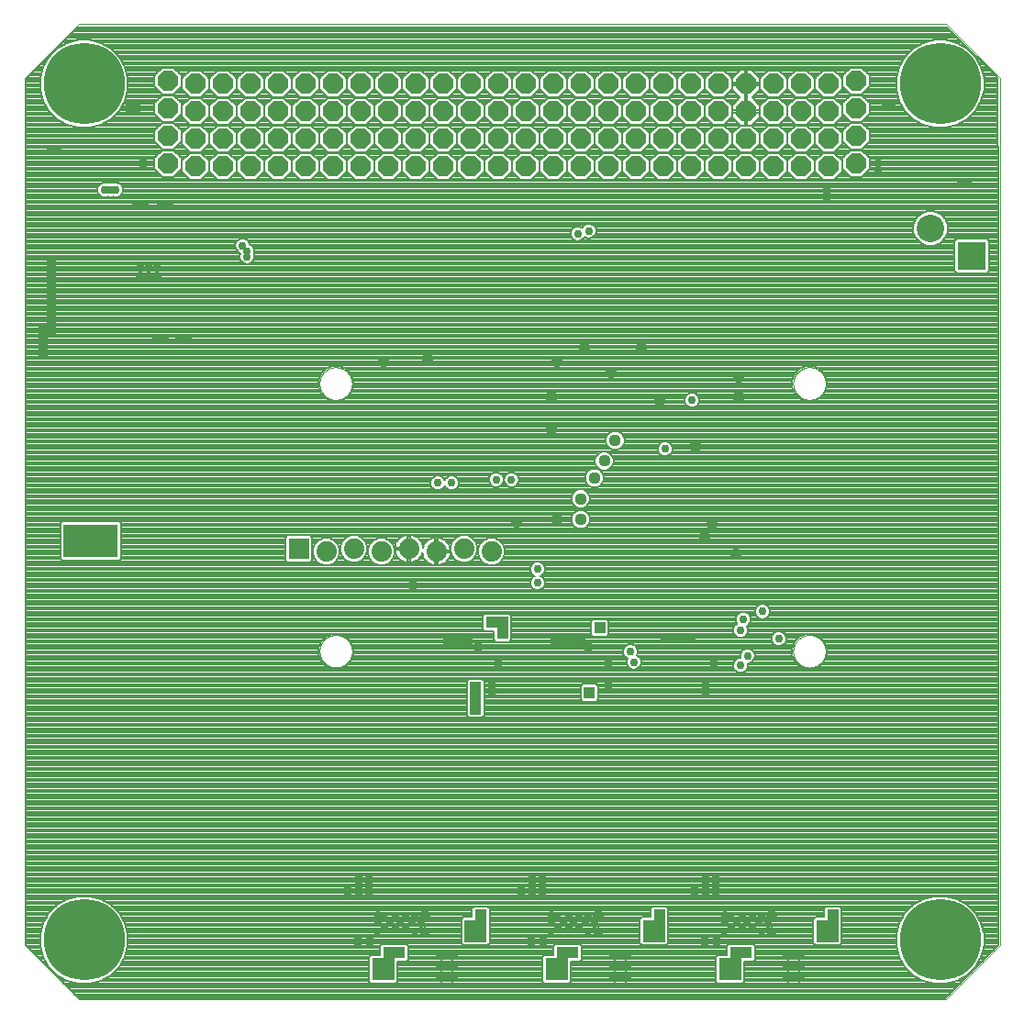
<source format=gbl>
G75*
%MOIN*%
%OFA0B0*%
%FSLAX25Y25*%
%IPPOS*%
%LPD*%
%AMOC8*
5,1,8,0,0,1.08239X$1,22.5*
%
%ADD10OC8,0.07400*%
%ADD11C,0.00000*%
%ADD12C,0.29528*%
%ADD13R,0.10000X0.10000*%
%ADD14C,0.10000*%
%ADD15C,0.04400*%
%ADD16R,0.07400X0.07400*%
%ADD17C,0.07400*%
%ADD18C,0.00800*%
%ADD19R,0.02781X0.02781*%
%ADD20R,0.02800X0.02800*%
%ADD21R,0.02978X0.02978*%
%ADD22C,0.02978*%
%ADD23OC8,0.03175*%
%ADD24R,0.03175X0.03175*%
%ADD25C,0.03962*%
%ADD26C,0.02781*%
%ADD27R,0.03962X0.03962*%
D10*
X0092608Y0305912D03*
X0102608Y0304912D03*
X0102608Y0314912D03*
X0092608Y0315912D03*
X0092608Y0325912D03*
X0102608Y0324912D03*
X0102608Y0334912D03*
X0092608Y0335912D03*
X0112608Y0334912D03*
X0112608Y0324912D03*
X0122608Y0324912D03*
X0122608Y0334912D03*
X0132608Y0334912D03*
X0132608Y0324912D03*
X0142608Y0324912D03*
X0142608Y0334912D03*
X0152608Y0334912D03*
X0152608Y0324912D03*
X0162608Y0324912D03*
X0162608Y0334912D03*
X0172608Y0334912D03*
X0172608Y0324912D03*
X0182608Y0324912D03*
X0182608Y0334912D03*
X0192608Y0334912D03*
X0192608Y0324912D03*
X0202608Y0324912D03*
X0202608Y0334912D03*
X0212608Y0334912D03*
X0212608Y0324912D03*
X0222608Y0324912D03*
X0222608Y0334912D03*
X0232608Y0334912D03*
X0232608Y0324912D03*
X0242608Y0324912D03*
X0242608Y0334912D03*
X0252608Y0334912D03*
X0252608Y0324912D03*
X0262608Y0324912D03*
X0262608Y0334912D03*
X0272608Y0334912D03*
X0272608Y0324912D03*
X0282608Y0324912D03*
X0282608Y0334912D03*
X0292608Y0334912D03*
X0292608Y0324912D03*
X0302608Y0324912D03*
X0302608Y0334912D03*
X0312608Y0334912D03*
X0312608Y0324912D03*
X0322608Y0324912D03*
X0322608Y0334912D03*
X0332608Y0334912D03*
X0332608Y0324912D03*
X0342608Y0325912D03*
X0342608Y0335912D03*
X0342608Y0315912D03*
X0332608Y0314912D03*
X0322608Y0314912D03*
X0312608Y0314912D03*
X0302608Y0314912D03*
X0292608Y0314912D03*
X0282608Y0314912D03*
X0272608Y0314912D03*
X0262608Y0314912D03*
X0252608Y0314912D03*
X0242608Y0314912D03*
X0232608Y0314912D03*
X0222608Y0314912D03*
X0212608Y0314912D03*
X0202608Y0314912D03*
X0192608Y0314912D03*
X0182608Y0314912D03*
X0172608Y0314912D03*
X0162608Y0314912D03*
X0152608Y0314912D03*
X0142608Y0314912D03*
X0132608Y0314912D03*
X0122608Y0314912D03*
X0112608Y0314912D03*
X0112608Y0304912D03*
X0122608Y0304912D03*
X0132608Y0304912D03*
X0142608Y0304912D03*
X0152608Y0304912D03*
X0162608Y0304912D03*
X0172608Y0304912D03*
X0182608Y0304912D03*
X0192608Y0304912D03*
X0202608Y0304912D03*
X0212608Y0304912D03*
X0222608Y0304912D03*
X0232608Y0304912D03*
X0242608Y0304912D03*
X0252608Y0304912D03*
X0262608Y0304912D03*
X0272608Y0304912D03*
X0282608Y0304912D03*
X0292608Y0304912D03*
X0302608Y0304912D03*
X0312608Y0304912D03*
X0322608Y0304912D03*
X0332608Y0304912D03*
X0342608Y0305912D03*
D11*
X0040443Y0336880D02*
X0040443Y0021920D01*
X0060128Y0002235D01*
X0375089Y0002235D01*
X0394774Y0021920D01*
X0394774Y0336880D01*
X0375089Y0356565D01*
X0060128Y0356565D01*
X0040443Y0336880D01*
X0147652Y0226010D02*
X0147654Y0226163D01*
X0147660Y0226317D01*
X0147670Y0226470D01*
X0147684Y0226622D01*
X0147702Y0226775D01*
X0147724Y0226926D01*
X0147749Y0227077D01*
X0147779Y0227228D01*
X0147813Y0227378D01*
X0147850Y0227526D01*
X0147891Y0227674D01*
X0147936Y0227820D01*
X0147985Y0227966D01*
X0148038Y0228110D01*
X0148094Y0228252D01*
X0148154Y0228393D01*
X0148218Y0228533D01*
X0148285Y0228671D01*
X0148356Y0228807D01*
X0148431Y0228941D01*
X0148508Y0229073D01*
X0148590Y0229203D01*
X0148674Y0229331D01*
X0148762Y0229457D01*
X0148853Y0229580D01*
X0148947Y0229701D01*
X0149045Y0229819D01*
X0149145Y0229935D01*
X0149249Y0230048D01*
X0149355Y0230159D01*
X0149464Y0230267D01*
X0149576Y0230372D01*
X0149690Y0230473D01*
X0149808Y0230572D01*
X0149927Y0230668D01*
X0150049Y0230761D01*
X0150174Y0230850D01*
X0150301Y0230937D01*
X0150430Y0231019D01*
X0150561Y0231099D01*
X0150694Y0231175D01*
X0150829Y0231248D01*
X0150966Y0231317D01*
X0151105Y0231382D01*
X0151245Y0231444D01*
X0151387Y0231502D01*
X0151530Y0231557D01*
X0151675Y0231608D01*
X0151821Y0231655D01*
X0151968Y0231698D01*
X0152116Y0231737D01*
X0152265Y0231773D01*
X0152415Y0231804D01*
X0152566Y0231832D01*
X0152717Y0231856D01*
X0152870Y0231876D01*
X0153022Y0231892D01*
X0153175Y0231904D01*
X0153328Y0231912D01*
X0153481Y0231916D01*
X0153635Y0231916D01*
X0153788Y0231912D01*
X0153941Y0231904D01*
X0154094Y0231892D01*
X0154246Y0231876D01*
X0154399Y0231856D01*
X0154550Y0231832D01*
X0154701Y0231804D01*
X0154851Y0231773D01*
X0155000Y0231737D01*
X0155148Y0231698D01*
X0155295Y0231655D01*
X0155441Y0231608D01*
X0155586Y0231557D01*
X0155729Y0231502D01*
X0155871Y0231444D01*
X0156011Y0231382D01*
X0156150Y0231317D01*
X0156287Y0231248D01*
X0156422Y0231175D01*
X0156555Y0231099D01*
X0156686Y0231019D01*
X0156815Y0230937D01*
X0156942Y0230850D01*
X0157067Y0230761D01*
X0157189Y0230668D01*
X0157308Y0230572D01*
X0157426Y0230473D01*
X0157540Y0230372D01*
X0157652Y0230267D01*
X0157761Y0230159D01*
X0157867Y0230048D01*
X0157971Y0229935D01*
X0158071Y0229819D01*
X0158169Y0229701D01*
X0158263Y0229580D01*
X0158354Y0229457D01*
X0158442Y0229331D01*
X0158526Y0229203D01*
X0158608Y0229073D01*
X0158685Y0228941D01*
X0158760Y0228807D01*
X0158831Y0228671D01*
X0158898Y0228533D01*
X0158962Y0228393D01*
X0159022Y0228252D01*
X0159078Y0228110D01*
X0159131Y0227966D01*
X0159180Y0227820D01*
X0159225Y0227674D01*
X0159266Y0227526D01*
X0159303Y0227378D01*
X0159337Y0227228D01*
X0159367Y0227077D01*
X0159392Y0226926D01*
X0159414Y0226775D01*
X0159432Y0226622D01*
X0159446Y0226470D01*
X0159456Y0226317D01*
X0159462Y0226163D01*
X0159464Y0226010D01*
X0159462Y0225857D01*
X0159456Y0225703D01*
X0159446Y0225550D01*
X0159432Y0225398D01*
X0159414Y0225245D01*
X0159392Y0225094D01*
X0159367Y0224943D01*
X0159337Y0224792D01*
X0159303Y0224642D01*
X0159266Y0224494D01*
X0159225Y0224346D01*
X0159180Y0224200D01*
X0159131Y0224054D01*
X0159078Y0223910D01*
X0159022Y0223768D01*
X0158962Y0223627D01*
X0158898Y0223487D01*
X0158831Y0223349D01*
X0158760Y0223213D01*
X0158685Y0223079D01*
X0158608Y0222947D01*
X0158526Y0222817D01*
X0158442Y0222689D01*
X0158354Y0222563D01*
X0158263Y0222440D01*
X0158169Y0222319D01*
X0158071Y0222201D01*
X0157971Y0222085D01*
X0157867Y0221972D01*
X0157761Y0221861D01*
X0157652Y0221753D01*
X0157540Y0221648D01*
X0157426Y0221547D01*
X0157308Y0221448D01*
X0157189Y0221352D01*
X0157067Y0221259D01*
X0156942Y0221170D01*
X0156815Y0221083D01*
X0156686Y0221001D01*
X0156555Y0220921D01*
X0156422Y0220845D01*
X0156287Y0220772D01*
X0156150Y0220703D01*
X0156011Y0220638D01*
X0155871Y0220576D01*
X0155729Y0220518D01*
X0155586Y0220463D01*
X0155441Y0220412D01*
X0155295Y0220365D01*
X0155148Y0220322D01*
X0155000Y0220283D01*
X0154851Y0220247D01*
X0154701Y0220216D01*
X0154550Y0220188D01*
X0154399Y0220164D01*
X0154246Y0220144D01*
X0154094Y0220128D01*
X0153941Y0220116D01*
X0153788Y0220108D01*
X0153635Y0220104D01*
X0153481Y0220104D01*
X0153328Y0220108D01*
X0153175Y0220116D01*
X0153022Y0220128D01*
X0152870Y0220144D01*
X0152717Y0220164D01*
X0152566Y0220188D01*
X0152415Y0220216D01*
X0152265Y0220247D01*
X0152116Y0220283D01*
X0151968Y0220322D01*
X0151821Y0220365D01*
X0151675Y0220412D01*
X0151530Y0220463D01*
X0151387Y0220518D01*
X0151245Y0220576D01*
X0151105Y0220638D01*
X0150966Y0220703D01*
X0150829Y0220772D01*
X0150694Y0220845D01*
X0150561Y0220921D01*
X0150430Y0221001D01*
X0150301Y0221083D01*
X0150174Y0221170D01*
X0150049Y0221259D01*
X0149927Y0221352D01*
X0149808Y0221448D01*
X0149690Y0221547D01*
X0149576Y0221648D01*
X0149464Y0221753D01*
X0149355Y0221861D01*
X0149249Y0221972D01*
X0149145Y0222085D01*
X0149045Y0222201D01*
X0148947Y0222319D01*
X0148853Y0222440D01*
X0148762Y0222563D01*
X0148674Y0222689D01*
X0148590Y0222817D01*
X0148508Y0222947D01*
X0148431Y0223079D01*
X0148356Y0223213D01*
X0148285Y0223349D01*
X0148218Y0223487D01*
X0148154Y0223627D01*
X0148094Y0223768D01*
X0148038Y0223910D01*
X0147985Y0224054D01*
X0147936Y0224200D01*
X0147891Y0224346D01*
X0147850Y0224494D01*
X0147813Y0224642D01*
X0147779Y0224792D01*
X0147749Y0224943D01*
X0147724Y0225094D01*
X0147702Y0225245D01*
X0147684Y0225398D01*
X0147670Y0225550D01*
X0147660Y0225703D01*
X0147654Y0225857D01*
X0147652Y0226010D01*
X0147682Y0128800D02*
X0147684Y0128953D01*
X0147690Y0129107D01*
X0147700Y0129260D01*
X0147714Y0129412D01*
X0147732Y0129565D01*
X0147754Y0129716D01*
X0147779Y0129867D01*
X0147809Y0130018D01*
X0147843Y0130168D01*
X0147880Y0130316D01*
X0147921Y0130464D01*
X0147966Y0130610D01*
X0148015Y0130756D01*
X0148068Y0130900D01*
X0148124Y0131042D01*
X0148184Y0131183D01*
X0148248Y0131323D01*
X0148315Y0131461D01*
X0148386Y0131597D01*
X0148461Y0131731D01*
X0148538Y0131863D01*
X0148620Y0131993D01*
X0148704Y0132121D01*
X0148792Y0132247D01*
X0148883Y0132370D01*
X0148977Y0132491D01*
X0149075Y0132609D01*
X0149175Y0132725D01*
X0149279Y0132838D01*
X0149385Y0132949D01*
X0149494Y0133057D01*
X0149606Y0133162D01*
X0149720Y0133263D01*
X0149838Y0133362D01*
X0149957Y0133458D01*
X0150079Y0133551D01*
X0150204Y0133640D01*
X0150331Y0133727D01*
X0150460Y0133809D01*
X0150591Y0133889D01*
X0150724Y0133965D01*
X0150859Y0134038D01*
X0150996Y0134107D01*
X0151135Y0134172D01*
X0151275Y0134234D01*
X0151417Y0134292D01*
X0151560Y0134347D01*
X0151705Y0134398D01*
X0151851Y0134445D01*
X0151998Y0134488D01*
X0152146Y0134527D01*
X0152295Y0134563D01*
X0152445Y0134594D01*
X0152596Y0134622D01*
X0152747Y0134646D01*
X0152900Y0134666D01*
X0153052Y0134682D01*
X0153205Y0134694D01*
X0153358Y0134702D01*
X0153511Y0134706D01*
X0153665Y0134706D01*
X0153818Y0134702D01*
X0153971Y0134694D01*
X0154124Y0134682D01*
X0154276Y0134666D01*
X0154429Y0134646D01*
X0154580Y0134622D01*
X0154731Y0134594D01*
X0154881Y0134563D01*
X0155030Y0134527D01*
X0155178Y0134488D01*
X0155325Y0134445D01*
X0155471Y0134398D01*
X0155616Y0134347D01*
X0155759Y0134292D01*
X0155901Y0134234D01*
X0156041Y0134172D01*
X0156180Y0134107D01*
X0156317Y0134038D01*
X0156452Y0133965D01*
X0156585Y0133889D01*
X0156716Y0133809D01*
X0156845Y0133727D01*
X0156972Y0133640D01*
X0157097Y0133551D01*
X0157219Y0133458D01*
X0157338Y0133362D01*
X0157456Y0133263D01*
X0157570Y0133162D01*
X0157682Y0133057D01*
X0157791Y0132949D01*
X0157897Y0132838D01*
X0158001Y0132725D01*
X0158101Y0132609D01*
X0158199Y0132491D01*
X0158293Y0132370D01*
X0158384Y0132247D01*
X0158472Y0132121D01*
X0158556Y0131993D01*
X0158638Y0131863D01*
X0158715Y0131731D01*
X0158790Y0131597D01*
X0158861Y0131461D01*
X0158928Y0131323D01*
X0158992Y0131183D01*
X0159052Y0131042D01*
X0159108Y0130900D01*
X0159161Y0130756D01*
X0159210Y0130610D01*
X0159255Y0130464D01*
X0159296Y0130316D01*
X0159333Y0130168D01*
X0159367Y0130018D01*
X0159397Y0129867D01*
X0159422Y0129716D01*
X0159444Y0129565D01*
X0159462Y0129412D01*
X0159476Y0129260D01*
X0159486Y0129107D01*
X0159492Y0128953D01*
X0159494Y0128800D01*
X0159492Y0128647D01*
X0159486Y0128493D01*
X0159476Y0128340D01*
X0159462Y0128188D01*
X0159444Y0128035D01*
X0159422Y0127884D01*
X0159397Y0127733D01*
X0159367Y0127582D01*
X0159333Y0127432D01*
X0159296Y0127284D01*
X0159255Y0127136D01*
X0159210Y0126990D01*
X0159161Y0126844D01*
X0159108Y0126700D01*
X0159052Y0126558D01*
X0158992Y0126417D01*
X0158928Y0126277D01*
X0158861Y0126139D01*
X0158790Y0126003D01*
X0158715Y0125869D01*
X0158638Y0125737D01*
X0158556Y0125607D01*
X0158472Y0125479D01*
X0158384Y0125353D01*
X0158293Y0125230D01*
X0158199Y0125109D01*
X0158101Y0124991D01*
X0158001Y0124875D01*
X0157897Y0124762D01*
X0157791Y0124651D01*
X0157682Y0124543D01*
X0157570Y0124438D01*
X0157456Y0124337D01*
X0157338Y0124238D01*
X0157219Y0124142D01*
X0157097Y0124049D01*
X0156972Y0123960D01*
X0156845Y0123873D01*
X0156716Y0123791D01*
X0156585Y0123711D01*
X0156452Y0123635D01*
X0156317Y0123562D01*
X0156180Y0123493D01*
X0156041Y0123428D01*
X0155901Y0123366D01*
X0155759Y0123308D01*
X0155616Y0123253D01*
X0155471Y0123202D01*
X0155325Y0123155D01*
X0155178Y0123112D01*
X0155030Y0123073D01*
X0154881Y0123037D01*
X0154731Y0123006D01*
X0154580Y0122978D01*
X0154429Y0122954D01*
X0154276Y0122934D01*
X0154124Y0122918D01*
X0153971Y0122906D01*
X0153818Y0122898D01*
X0153665Y0122894D01*
X0153511Y0122894D01*
X0153358Y0122898D01*
X0153205Y0122906D01*
X0153052Y0122918D01*
X0152900Y0122934D01*
X0152747Y0122954D01*
X0152596Y0122978D01*
X0152445Y0123006D01*
X0152295Y0123037D01*
X0152146Y0123073D01*
X0151998Y0123112D01*
X0151851Y0123155D01*
X0151705Y0123202D01*
X0151560Y0123253D01*
X0151417Y0123308D01*
X0151275Y0123366D01*
X0151135Y0123428D01*
X0150996Y0123493D01*
X0150859Y0123562D01*
X0150724Y0123635D01*
X0150591Y0123711D01*
X0150460Y0123791D01*
X0150331Y0123873D01*
X0150204Y0123960D01*
X0150079Y0124049D01*
X0149957Y0124142D01*
X0149838Y0124238D01*
X0149720Y0124337D01*
X0149606Y0124438D01*
X0149494Y0124543D01*
X0149385Y0124651D01*
X0149279Y0124762D01*
X0149175Y0124875D01*
X0149075Y0124991D01*
X0148977Y0125109D01*
X0148883Y0125230D01*
X0148792Y0125353D01*
X0148704Y0125479D01*
X0148620Y0125607D01*
X0148538Y0125737D01*
X0148461Y0125869D01*
X0148386Y0126003D01*
X0148315Y0126139D01*
X0148248Y0126277D01*
X0148184Y0126417D01*
X0148124Y0126558D01*
X0148068Y0126700D01*
X0148015Y0126844D01*
X0147966Y0126990D01*
X0147921Y0127136D01*
X0147880Y0127284D01*
X0147843Y0127432D01*
X0147809Y0127582D01*
X0147779Y0127733D01*
X0147754Y0127884D01*
X0147732Y0128035D01*
X0147714Y0128188D01*
X0147700Y0128340D01*
X0147690Y0128493D01*
X0147684Y0128647D01*
X0147682Y0128800D01*
X0319722Y0128770D02*
X0319724Y0128923D01*
X0319730Y0129077D01*
X0319740Y0129230D01*
X0319754Y0129382D01*
X0319772Y0129535D01*
X0319794Y0129686D01*
X0319819Y0129837D01*
X0319849Y0129988D01*
X0319883Y0130138D01*
X0319920Y0130286D01*
X0319961Y0130434D01*
X0320006Y0130580D01*
X0320055Y0130726D01*
X0320108Y0130870D01*
X0320164Y0131012D01*
X0320224Y0131153D01*
X0320288Y0131293D01*
X0320355Y0131431D01*
X0320426Y0131567D01*
X0320501Y0131701D01*
X0320578Y0131833D01*
X0320660Y0131963D01*
X0320744Y0132091D01*
X0320832Y0132217D01*
X0320923Y0132340D01*
X0321017Y0132461D01*
X0321115Y0132579D01*
X0321215Y0132695D01*
X0321319Y0132808D01*
X0321425Y0132919D01*
X0321534Y0133027D01*
X0321646Y0133132D01*
X0321760Y0133233D01*
X0321878Y0133332D01*
X0321997Y0133428D01*
X0322119Y0133521D01*
X0322244Y0133610D01*
X0322371Y0133697D01*
X0322500Y0133779D01*
X0322631Y0133859D01*
X0322764Y0133935D01*
X0322899Y0134008D01*
X0323036Y0134077D01*
X0323175Y0134142D01*
X0323315Y0134204D01*
X0323457Y0134262D01*
X0323600Y0134317D01*
X0323745Y0134368D01*
X0323891Y0134415D01*
X0324038Y0134458D01*
X0324186Y0134497D01*
X0324335Y0134533D01*
X0324485Y0134564D01*
X0324636Y0134592D01*
X0324787Y0134616D01*
X0324940Y0134636D01*
X0325092Y0134652D01*
X0325245Y0134664D01*
X0325398Y0134672D01*
X0325551Y0134676D01*
X0325705Y0134676D01*
X0325858Y0134672D01*
X0326011Y0134664D01*
X0326164Y0134652D01*
X0326316Y0134636D01*
X0326469Y0134616D01*
X0326620Y0134592D01*
X0326771Y0134564D01*
X0326921Y0134533D01*
X0327070Y0134497D01*
X0327218Y0134458D01*
X0327365Y0134415D01*
X0327511Y0134368D01*
X0327656Y0134317D01*
X0327799Y0134262D01*
X0327941Y0134204D01*
X0328081Y0134142D01*
X0328220Y0134077D01*
X0328357Y0134008D01*
X0328492Y0133935D01*
X0328625Y0133859D01*
X0328756Y0133779D01*
X0328885Y0133697D01*
X0329012Y0133610D01*
X0329137Y0133521D01*
X0329259Y0133428D01*
X0329378Y0133332D01*
X0329496Y0133233D01*
X0329610Y0133132D01*
X0329722Y0133027D01*
X0329831Y0132919D01*
X0329937Y0132808D01*
X0330041Y0132695D01*
X0330141Y0132579D01*
X0330239Y0132461D01*
X0330333Y0132340D01*
X0330424Y0132217D01*
X0330512Y0132091D01*
X0330596Y0131963D01*
X0330678Y0131833D01*
X0330755Y0131701D01*
X0330830Y0131567D01*
X0330901Y0131431D01*
X0330968Y0131293D01*
X0331032Y0131153D01*
X0331092Y0131012D01*
X0331148Y0130870D01*
X0331201Y0130726D01*
X0331250Y0130580D01*
X0331295Y0130434D01*
X0331336Y0130286D01*
X0331373Y0130138D01*
X0331407Y0129988D01*
X0331437Y0129837D01*
X0331462Y0129686D01*
X0331484Y0129535D01*
X0331502Y0129382D01*
X0331516Y0129230D01*
X0331526Y0129077D01*
X0331532Y0128923D01*
X0331534Y0128770D01*
X0331532Y0128617D01*
X0331526Y0128463D01*
X0331516Y0128310D01*
X0331502Y0128158D01*
X0331484Y0128005D01*
X0331462Y0127854D01*
X0331437Y0127703D01*
X0331407Y0127552D01*
X0331373Y0127402D01*
X0331336Y0127254D01*
X0331295Y0127106D01*
X0331250Y0126960D01*
X0331201Y0126814D01*
X0331148Y0126670D01*
X0331092Y0126528D01*
X0331032Y0126387D01*
X0330968Y0126247D01*
X0330901Y0126109D01*
X0330830Y0125973D01*
X0330755Y0125839D01*
X0330678Y0125707D01*
X0330596Y0125577D01*
X0330512Y0125449D01*
X0330424Y0125323D01*
X0330333Y0125200D01*
X0330239Y0125079D01*
X0330141Y0124961D01*
X0330041Y0124845D01*
X0329937Y0124732D01*
X0329831Y0124621D01*
X0329722Y0124513D01*
X0329610Y0124408D01*
X0329496Y0124307D01*
X0329378Y0124208D01*
X0329259Y0124112D01*
X0329137Y0124019D01*
X0329012Y0123930D01*
X0328885Y0123843D01*
X0328756Y0123761D01*
X0328625Y0123681D01*
X0328492Y0123605D01*
X0328357Y0123532D01*
X0328220Y0123463D01*
X0328081Y0123398D01*
X0327941Y0123336D01*
X0327799Y0123278D01*
X0327656Y0123223D01*
X0327511Y0123172D01*
X0327365Y0123125D01*
X0327218Y0123082D01*
X0327070Y0123043D01*
X0326921Y0123007D01*
X0326771Y0122976D01*
X0326620Y0122948D01*
X0326469Y0122924D01*
X0326316Y0122904D01*
X0326164Y0122888D01*
X0326011Y0122876D01*
X0325858Y0122868D01*
X0325705Y0122864D01*
X0325551Y0122864D01*
X0325398Y0122868D01*
X0325245Y0122876D01*
X0325092Y0122888D01*
X0324940Y0122904D01*
X0324787Y0122924D01*
X0324636Y0122948D01*
X0324485Y0122976D01*
X0324335Y0123007D01*
X0324186Y0123043D01*
X0324038Y0123082D01*
X0323891Y0123125D01*
X0323745Y0123172D01*
X0323600Y0123223D01*
X0323457Y0123278D01*
X0323315Y0123336D01*
X0323175Y0123398D01*
X0323036Y0123463D01*
X0322899Y0123532D01*
X0322764Y0123605D01*
X0322631Y0123681D01*
X0322500Y0123761D01*
X0322371Y0123843D01*
X0322244Y0123930D01*
X0322119Y0124019D01*
X0321997Y0124112D01*
X0321878Y0124208D01*
X0321760Y0124307D01*
X0321646Y0124408D01*
X0321534Y0124513D01*
X0321425Y0124621D01*
X0321319Y0124732D01*
X0321215Y0124845D01*
X0321115Y0124961D01*
X0321017Y0125079D01*
X0320923Y0125200D01*
X0320832Y0125323D01*
X0320744Y0125449D01*
X0320660Y0125577D01*
X0320578Y0125707D01*
X0320501Y0125839D01*
X0320426Y0125973D01*
X0320355Y0126109D01*
X0320288Y0126247D01*
X0320224Y0126387D01*
X0320164Y0126528D01*
X0320108Y0126670D01*
X0320055Y0126814D01*
X0320006Y0126960D01*
X0319961Y0127106D01*
X0319920Y0127254D01*
X0319883Y0127402D01*
X0319849Y0127552D01*
X0319819Y0127703D01*
X0319794Y0127854D01*
X0319772Y0128005D01*
X0319754Y0128158D01*
X0319740Y0128310D01*
X0319730Y0128463D01*
X0319724Y0128617D01*
X0319722Y0128770D01*
X0319722Y0226030D02*
X0319724Y0226183D01*
X0319730Y0226337D01*
X0319740Y0226490D01*
X0319754Y0226642D01*
X0319772Y0226795D01*
X0319794Y0226946D01*
X0319819Y0227097D01*
X0319849Y0227248D01*
X0319883Y0227398D01*
X0319920Y0227546D01*
X0319961Y0227694D01*
X0320006Y0227840D01*
X0320055Y0227986D01*
X0320108Y0228130D01*
X0320164Y0228272D01*
X0320224Y0228413D01*
X0320288Y0228553D01*
X0320355Y0228691D01*
X0320426Y0228827D01*
X0320501Y0228961D01*
X0320578Y0229093D01*
X0320660Y0229223D01*
X0320744Y0229351D01*
X0320832Y0229477D01*
X0320923Y0229600D01*
X0321017Y0229721D01*
X0321115Y0229839D01*
X0321215Y0229955D01*
X0321319Y0230068D01*
X0321425Y0230179D01*
X0321534Y0230287D01*
X0321646Y0230392D01*
X0321760Y0230493D01*
X0321878Y0230592D01*
X0321997Y0230688D01*
X0322119Y0230781D01*
X0322244Y0230870D01*
X0322371Y0230957D01*
X0322500Y0231039D01*
X0322631Y0231119D01*
X0322764Y0231195D01*
X0322899Y0231268D01*
X0323036Y0231337D01*
X0323175Y0231402D01*
X0323315Y0231464D01*
X0323457Y0231522D01*
X0323600Y0231577D01*
X0323745Y0231628D01*
X0323891Y0231675D01*
X0324038Y0231718D01*
X0324186Y0231757D01*
X0324335Y0231793D01*
X0324485Y0231824D01*
X0324636Y0231852D01*
X0324787Y0231876D01*
X0324940Y0231896D01*
X0325092Y0231912D01*
X0325245Y0231924D01*
X0325398Y0231932D01*
X0325551Y0231936D01*
X0325705Y0231936D01*
X0325858Y0231932D01*
X0326011Y0231924D01*
X0326164Y0231912D01*
X0326316Y0231896D01*
X0326469Y0231876D01*
X0326620Y0231852D01*
X0326771Y0231824D01*
X0326921Y0231793D01*
X0327070Y0231757D01*
X0327218Y0231718D01*
X0327365Y0231675D01*
X0327511Y0231628D01*
X0327656Y0231577D01*
X0327799Y0231522D01*
X0327941Y0231464D01*
X0328081Y0231402D01*
X0328220Y0231337D01*
X0328357Y0231268D01*
X0328492Y0231195D01*
X0328625Y0231119D01*
X0328756Y0231039D01*
X0328885Y0230957D01*
X0329012Y0230870D01*
X0329137Y0230781D01*
X0329259Y0230688D01*
X0329378Y0230592D01*
X0329496Y0230493D01*
X0329610Y0230392D01*
X0329722Y0230287D01*
X0329831Y0230179D01*
X0329937Y0230068D01*
X0330041Y0229955D01*
X0330141Y0229839D01*
X0330239Y0229721D01*
X0330333Y0229600D01*
X0330424Y0229477D01*
X0330512Y0229351D01*
X0330596Y0229223D01*
X0330678Y0229093D01*
X0330755Y0228961D01*
X0330830Y0228827D01*
X0330901Y0228691D01*
X0330968Y0228553D01*
X0331032Y0228413D01*
X0331092Y0228272D01*
X0331148Y0228130D01*
X0331201Y0227986D01*
X0331250Y0227840D01*
X0331295Y0227694D01*
X0331336Y0227546D01*
X0331373Y0227398D01*
X0331407Y0227248D01*
X0331437Y0227097D01*
X0331462Y0226946D01*
X0331484Y0226795D01*
X0331502Y0226642D01*
X0331516Y0226490D01*
X0331526Y0226337D01*
X0331532Y0226183D01*
X0331534Y0226030D01*
X0331532Y0225877D01*
X0331526Y0225723D01*
X0331516Y0225570D01*
X0331502Y0225418D01*
X0331484Y0225265D01*
X0331462Y0225114D01*
X0331437Y0224963D01*
X0331407Y0224812D01*
X0331373Y0224662D01*
X0331336Y0224514D01*
X0331295Y0224366D01*
X0331250Y0224220D01*
X0331201Y0224074D01*
X0331148Y0223930D01*
X0331092Y0223788D01*
X0331032Y0223647D01*
X0330968Y0223507D01*
X0330901Y0223369D01*
X0330830Y0223233D01*
X0330755Y0223099D01*
X0330678Y0222967D01*
X0330596Y0222837D01*
X0330512Y0222709D01*
X0330424Y0222583D01*
X0330333Y0222460D01*
X0330239Y0222339D01*
X0330141Y0222221D01*
X0330041Y0222105D01*
X0329937Y0221992D01*
X0329831Y0221881D01*
X0329722Y0221773D01*
X0329610Y0221668D01*
X0329496Y0221567D01*
X0329378Y0221468D01*
X0329259Y0221372D01*
X0329137Y0221279D01*
X0329012Y0221190D01*
X0328885Y0221103D01*
X0328756Y0221021D01*
X0328625Y0220941D01*
X0328492Y0220865D01*
X0328357Y0220792D01*
X0328220Y0220723D01*
X0328081Y0220658D01*
X0327941Y0220596D01*
X0327799Y0220538D01*
X0327656Y0220483D01*
X0327511Y0220432D01*
X0327365Y0220385D01*
X0327218Y0220342D01*
X0327070Y0220303D01*
X0326921Y0220267D01*
X0326771Y0220236D01*
X0326620Y0220208D01*
X0326469Y0220184D01*
X0326316Y0220164D01*
X0326164Y0220148D01*
X0326011Y0220136D01*
X0325858Y0220128D01*
X0325705Y0220124D01*
X0325551Y0220124D01*
X0325398Y0220128D01*
X0325245Y0220136D01*
X0325092Y0220148D01*
X0324940Y0220164D01*
X0324787Y0220184D01*
X0324636Y0220208D01*
X0324485Y0220236D01*
X0324335Y0220267D01*
X0324186Y0220303D01*
X0324038Y0220342D01*
X0323891Y0220385D01*
X0323745Y0220432D01*
X0323600Y0220483D01*
X0323457Y0220538D01*
X0323315Y0220596D01*
X0323175Y0220658D01*
X0323036Y0220723D01*
X0322899Y0220792D01*
X0322764Y0220865D01*
X0322631Y0220941D01*
X0322500Y0221021D01*
X0322371Y0221103D01*
X0322244Y0221190D01*
X0322119Y0221279D01*
X0321997Y0221372D01*
X0321878Y0221468D01*
X0321760Y0221567D01*
X0321646Y0221668D01*
X0321534Y0221773D01*
X0321425Y0221881D01*
X0321319Y0221992D01*
X0321215Y0222105D01*
X0321115Y0222221D01*
X0321017Y0222339D01*
X0320923Y0222460D01*
X0320832Y0222583D01*
X0320744Y0222709D01*
X0320660Y0222837D01*
X0320578Y0222967D01*
X0320501Y0223099D01*
X0320426Y0223233D01*
X0320355Y0223369D01*
X0320288Y0223507D01*
X0320224Y0223647D01*
X0320164Y0223788D01*
X0320108Y0223930D01*
X0320055Y0224074D01*
X0320006Y0224220D01*
X0319961Y0224366D01*
X0319920Y0224514D01*
X0319883Y0224662D01*
X0319849Y0224812D01*
X0319819Y0224963D01*
X0319794Y0225114D01*
X0319772Y0225265D01*
X0319754Y0225418D01*
X0319740Y0225570D01*
X0319730Y0225723D01*
X0319724Y0225877D01*
X0319722Y0226030D01*
D12*
X0373120Y0334912D03*
X0062096Y0334912D03*
X0062096Y0023888D03*
X0373120Y0023888D03*
D13*
X0384608Y0272400D03*
D14*
X0369608Y0282400D03*
D15*
X0299949Y0228530D03*
X0300048Y0221050D03*
X0284201Y0203431D03*
X0271406Y0220164D03*
X0264516Y0238865D03*
X0253689Y0230006D03*
X0243847Y0238865D03*
X0234004Y0233943D03*
X0232036Y0221148D03*
X0232036Y0209337D03*
X0251145Y0197918D03*
X0247523Y0191670D03*
X0242508Y0184150D03*
X0242508Y0176650D03*
X0234004Y0176857D03*
X0219241Y0175872D03*
X0255058Y0205400D03*
X0290107Y0174888D03*
X0287646Y0170459D03*
X0298965Y0164061D03*
X0186760Y0234928D03*
X0171012Y0233943D03*
D16*
X0140108Y0166000D03*
D17*
X0150108Y0165000D03*
X0160108Y0166000D03*
X0170108Y0165000D03*
X0180108Y0166000D03*
X0190108Y0165000D03*
X0200108Y0166000D03*
X0210108Y0165000D03*
D18*
X0205588Y0163110D02*
X0204148Y0163110D01*
X0204262Y0163224D02*
X0205008Y0165025D01*
X0205008Y0166975D01*
X0204262Y0168776D01*
X0202884Y0170154D01*
X0201083Y0170900D01*
X0199134Y0170900D01*
X0197333Y0170154D01*
X0195954Y0168776D01*
X0195208Y0166975D01*
X0195208Y0165025D01*
X0195954Y0163224D01*
X0197333Y0161846D01*
X0199134Y0161100D01*
X0201083Y0161100D01*
X0202884Y0161846D01*
X0204262Y0163224D01*
X0204546Y0163908D02*
X0205257Y0163908D01*
X0205208Y0164025D02*
X0205954Y0162224D01*
X0207333Y0160846D01*
X0209134Y0160100D01*
X0211083Y0160100D01*
X0212884Y0160846D01*
X0214262Y0162224D01*
X0215008Y0164025D01*
X0215008Y0165975D01*
X0214262Y0167776D01*
X0212884Y0169154D01*
X0211083Y0169900D01*
X0209134Y0169900D01*
X0207333Y0169154D01*
X0205954Y0167776D01*
X0205208Y0165975D01*
X0205208Y0164025D01*
X0205208Y0164707D02*
X0204876Y0164707D01*
X0205008Y0165505D02*
X0205208Y0165505D01*
X0205345Y0166304D02*
X0205008Y0166304D01*
X0204955Y0167102D02*
X0205675Y0167102D01*
X0206079Y0167901D02*
X0204625Y0167901D01*
X0204294Y0168699D02*
X0206878Y0168699D01*
X0208163Y0169498D02*
X0203540Y0169498D01*
X0202540Y0170296D02*
X0394364Y0170296D01*
X0394364Y0169498D02*
X0212054Y0169498D01*
X0213339Y0168699D02*
X0394364Y0168699D01*
X0394364Y0167901D02*
X0214137Y0167901D01*
X0214541Y0167102D02*
X0394364Y0167102D01*
X0394364Y0166304D02*
X0214872Y0166304D01*
X0215008Y0165505D02*
X0394364Y0165505D01*
X0394364Y0164707D02*
X0215008Y0164707D01*
X0214960Y0163908D02*
X0394364Y0163908D01*
X0394364Y0163110D02*
X0214629Y0163110D01*
X0214298Y0162311D02*
X0394364Y0162311D01*
X0394364Y0161513D02*
X0213551Y0161513D01*
X0212566Y0160714D02*
X0225159Y0160714D01*
X0225335Y0160891D02*
X0224579Y0160134D01*
X0224169Y0159146D01*
X0224169Y0158076D01*
X0224579Y0157088D01*
X0225335Y0156331D01*
X0225820Y0156130D01*
X0225335Y0155930D01*
X0224579Y0155173D01*
X0224169Y0154185D01*
X0224169Y0153115D01*
X0224579Y0152127D01*
X0225335Y0151370D01*
X0226323Y0150961D01*
X0227393Y0150961D01*
X0228381Y0151370D01*
X0229138Y0152127D01*
X0229547Y0153115D01*
X0229547Y0154185D01*
X0229138Y0155173D01*
X0228381Y0155930D01*
X0227896Y0156130D01*
X0228381Y0156331D01*
X0229138Y0157088D01*
X0229547Y0158076D01*
X0229547Y0159146D01*
X0229138Y0160134D01*
X0228381Y0160891D01*
X0227393Y0161300D01*
X0226323Y0161300D01*
X0225335Y0160891D01*
X0224488Y0159916D02*
X0190609Y0159916D01*
X0190510Y0159900D02*
X0191303Y0160026D01*
X0192066Y0160274D01*
X0192781Y0160638D01*
X0193431Y0161110D01*
X0193998Y0161678D01*
X0194470Y0162327D01*
X0194835Y0163042D01*
X0195083Y0163806D01*
X0195208Y0164599D01*
X0195208Y0164600D01*
X0190508Y0164600D01*
X0190508Y0159900D01*
X0190510Y0159900D01*
X0190508Y0159916D02*
X0189708Y0159916D01*
X0189708Y0159900D02*
X0189708Y0164600D01*
X0190508Y0164600D01*
X0190508Y0165400D01*
X0189708Y0165400D01*
X0189708Y0170100D01*
X0189707Y0170100D01*
X0188914Y0169974D01*
X0188151Y0169726D01*
X0187435Y0169362D01*
X0186786Y0168890D01*
X0186218Y0168322D01*
X0185746Y0167673D01*
X0185382Y0166958D01*
X0185206Y0166416D01*
X0185083Y0167194D01*
X0184835Y0167958D01*
X0184470Y0168673D01*
X0183998Y0169322D01*
X0183431Y0169890D01*
X0182781Y0170362D01*
X0182066Y0170726D01*
X0181303Y0170974D01*
X0180510Y0171100D01*
X0180508Y0171100D01*
X0180508Y0166400D01*
X0179708Y0166400D01*
X0179708Y0165600D01*
X0175008Y0165600D01*
X0175008Y0165599D01*
X0175134Y0164806D01*
X0175382Y0164042D01*
X0175746Y0163327D01*
X0176218Y0162678D01*
X0176786Y0162110D01*
X0177435Y0161638D01*
X0178151Y0161274D01*
X0178914Y0161026D01*
X0179707Y0160900D01*
X0179708Y0160900D01*
X0179708Y0165600D01*
X0180508Y0165600D01*
X0180508Y0160900D01*
X0180510Y0160900D01*
X0181303Y0161026D01*
X0182066Y0161274D01*
X0182781Y0161638D01*
X0183431Y0162110D01*
X0183998Y0162678D01*
X0184470Y0163327D01*
X0184835Y0164042D01*
X0185011Y0164584D01*
X0185134Y0163806D01*
X0185382Y0163042D01*
X0185746Y0162327D01*
X0186218Y0161678D01*
X0186786Y0161110D01*
X0187435Y0160638D01*
X0188151Y0160274D01*
X0188914Y0160026D01*
X0189707Y0159900D01*
X0189708Y0159900D01*
X0189608Y0159916D02*
X0040853Y0159916D01*
X0040853Y0160714D02*
X0147651Y0160714D01*
X0147333Y0160846D02*
X0149134Y0160100D01*
X0151083Y0160100D01*
X0152884Y0160846D01*
X0154262Y0162224D01*
X0155008Y0164025D01*
X0155008Y0165975D01*
X0154262Y0167776D01*
X0152884Y0169154D01*
X0151083Y0169900D01*
X0149134Y0169900D01*
X0147333Y0169154D01*
X0145954Y0167776D01*
X0145208Y0165975D01*
X0145208Y0164025D01*
X0145954Y0162224D01*
X0147333Y0160846D01*
X0146666Y0161513D02*
X0144718Y0161513D01*
X0145008Y0161803D02*
X0145008Y0170197D01*
X0144305Y0170900D01*
X0135911Y0170900D01*
X0135208Y0170197D01*
X0135208Y0161803D01*
X0135911Y0161100D01*
X0144305Y0161100D01*
X0145008Y0161803D01*
X0145008Y0162311D02*
X0145918Y0162311D01*
X0145588Y0163110D02*
X0145008Y0163110D01*
X0145008Y0163908D02*
X0145257Y0163908D01*
X0145208Y0164707D02*
X0145008Y0164707D01*
X0145008Y0165505D02*
X0145208Y0165505D01*
X0145345Y0166304D02*
X0145008Y0166304D01*
X0145008Y0167102D02*
X0145675Y0167102D01*
X0146079Y0167901D02*
X0145008Y0167901D01*
X0145008Y0168699D02*
X0146878Y0168699D01*
X0148163Y0169498D02*
X0145008Y0169498D01*
X0144909Y0170296D02*
X0157676Y0170296D01*
X0157333Y0170154D02*
X0155954Y0168776D01*
X0155208Y0166975D01*
X0155208Y0165025D01*
X0155954Y0163224D01*
X0157333Y0161846D01*
X0159134Y0161100D01*
X0161083Y0161100D01*
X0162884Y0161846D01*
X0164262Y0163224D01*
X0165008Y0165025D01*
X0165008Y0166975D01*
X0164262Y0168776D01*
X0162884Y0170154D01*
X0161083Y0170900D01*
X0159134Y0170900D01*
X0157333Y0170154D01*
X0156676Y0169498D02*
X0152054Y0169498D01*
X0153339Y0168699D02*
X0155923Y0168699D01*
X0155592Y0167901D02*
X0154137Y0167901D01*
X0154541Y0167102D02*
X0155261Y0167102D01*
X0155208Y0166304D02*
X0154872Y0166304D01*
X0155008Y0165505D02*
X0155208Y0165505D01*
X0155340Y0164707D02*
X0155008Y0164707D01*
X0154960Y0163908D02*
X0155671Y0163908D01*
X0156069Y0163110D02*
X0154629Y0163110D01*
X0154298Y0162311D02*
X0156867Y0162311D01*
X0158137Y0161513D02*
X0153551Y0161513D01*
X0152566Y0160714D02*
X0167651Y0160714D01*
X0167333Y0160846D02*
X0169134Y0160100D01*
X0171083Y0160100D01*
X0172884Y0160846D01*
X0174262Y0162224D01*
X0175008Y0164025D01*
X0175008Y0165975D01*
X0174262Y0167776D01*
X0172884Y0169154D01*
X0171083Y0169900D01*
X0169134Y0169900D01*
X0167333Y0169154D01*
X0165954Y0167776D01*
X0165208Y0165975D01*
X0165208Y0164025D01*
X0165954Y0162224D01*
X0167333Y0160846D01*
X0166666Y0161513D02*
X0162079Y0161513D01*
X0163349Y0162311D02*
X0165918Y0162311D01*
X0165588Y0163110D02*
X0164148Y0163110D01*
X0164546Y0163908D02*
X0165257Y0163908D01*
X0165208Y0164707D02*
X0164876Y0164707D01*
X0165008Y0165505D02*
X0165208Y0165505D01*
X0165345Y0166304D02*
X0165008Y0166304D01*
X0164955Y0167102D02*
X0165675Y0167102D01*
X0166079Y0167901D02*
X0164625Y0167901D01*
X0164294Y0168699D02*
X0166878Y0168699D01*
X0168163Y0169498D02*
X0163540Y0169498D01*
X0162540Y0170296D02*
X0177345Y0170296D01*
X0177435Y0170362D02*
X0176786Y0169890D01*
X0176218Y0169322D01*
X0175746Y0168673D01*
X0175382Y0167958D01*
X0175134Y0167194D01*
X0175008Y0166401D01*
X0175008Y0166400D01*
X0179708Y0166400D01*
X0179708Y0171100D01*
X0179707Y0171100D01*
X0178914Y0170974D01*
X0178151Y0170726D01*
X0177435Y0170362D01*
X0176394Y0169498D02*
X0172054Y0169498D01*
X0173339Y0168699D02*
X0175765Y0168699D01*
X0175363Y0167901D02*
X0174137Y0167901D01*
X0174541Y0167102D02*
X0175119Y0167102D01*
X0174872Y0166304D02*
X0179708Y0166304D01*
X0179708Y0167102D02*
X0180508Y0167102D01*
X0180508Y0167901D02*
X0179708Y0167901D01*
X0179708Y0168699D02*
X0180508Y0168699D01*
X0180508Y0169498D02*
X0179708Y0169498D01*
X0179708Y0170296D02*
X0180508Y0170296D01*
X0180508Y0171095D02*
X0179708Y0171095D01*
X0179674Y0171095D02*
X0075561Y0171095D01*
X0075561Y0171295D02*
X0075561Y0175232D01*
X0074858Y0175935D01*
X0054154Y0175935D01*
X0053451Y0175232D01*
X0053451Y0162402D01*
X0054154Y0161699D01*
X0074858Y0161699D01*
X0075561Y0162402D01*
X0075561Y0171295D01*
X0075561Y0171893D02*
X0394364Y0171893D01*
X0394364Y0171095D02*
X0180542Y0171095D01*
X0182872Y0170296D02*
X0197676Y0170296D01*
X0196676Y0169498D02*
X0192515Y0169498D01*
X0192781Y0169362D02*
X0192066Y0169726D01*
X0191303Y0169974D01*
X0190510Y0170100D01*
X0190508Y0170100D01*
X0190508Y0165400D01*
X0195208Y0165400D01*
X0195208Y0165401D01*
X0195083Y0166194D01*
X0194835Y0166958D01*
X0194470Y0167673D01*
X0193998Y0168322D01*
X0193431Y0168890D01*
X0192781Y0169362D01*
X0193621Y0168699D02*
X0195923Y0168699D01*
X0195592Y0167901D02*
X0194305Y0167901D01*
X0194761Y0167102D02*
X0195261Y0167102D01*
X0195208Y0166304D02*
X0195047Y0166304D01*
X0195192Y0165505D02*
X0195208Y0165505D01*
X0195340Y0164707D02*
X0190508Y0164707D01*
X0190508Y0165505D02*
X0189708Y0165505D01*
X0189708Y0166304D02*
X0190508Y0166304D01*
X0190508Y0167102D02*
X0189708Y0167102D01*
X0189708Y0167901D02*
X0190508Y0167901D01*
X0190508Y0168699D02*
X0189708Y0168699D01*
X0189708Y0169498D02*
X0190508Y0169498D01*
X0187702Y0169498D02*
X0183823Y0169498D01*
X0184451Y0168699D02*
X0186595Y0168699D01*
X0185912Y0167901D02*
X0184853Y0167901D01*
X0185097Y0167102D02*
X0185456Y0167102D01*
X0185118Y0163908D02*
X0184766Y0163908D01*
X0184312Y0163110D02*
X0185360Y0163110D01*
X0185758Y0162311D02*
X0183632Y0162311D01*
X0182535Y0161513D02*
X0186383Y0161513D01*
X0187331Y0160714D02*
X0172566Y0160714D01*
X0173551Y0161513D02*
X0177681Y0161513D01*
X0176585Y0162311D02*
X0174298Y0162311D01*
X0174629Y0163110D02*
X0175904Y0163110D01*
X0175450Y0163908D02*
X0174960Y0163908D01*
X0175008Y0164707D02*
X0175166Y0164707D01*
X0175023Y0165505D02*
X0175008Y0165505D01*
X0179708Y0165505D02*
X0180508Y0165505D01*
X0180508Y0164707D02*
X0179708Y0164707D01*
X0179708Y0163908D02*
X0180508Y0163908D01*
X0180508Y0163110D02*
X0179708Y0163110D01*
X0179708Y0162311D02*
X0180508Y0162311D01*
X0180508Y0161513D02*
X0179708Y0161513D01*
X0189708Y0161513D02*
X0190508Y0161513D01*
X0190508Y0162311D02*
X0189708Y0162311D01*
X0189708Y0163110D02*
X0190508Y0163110D01*
X0190508Y0163908D02*
X0189708Y0163908D01*
X0189708Y0160714D02*
X0190508Y0160714D01*
X0192886Y0160714D02*
X0207651Y0160714D01*
X0206666Y0161513D02*
X0202079Y0161513D01*
X0203349Y0162311D02*
X0205918Y0162311D01*
X0198137Y0161513D02*
X0193833Y0161513D01*
X0194459Y0162311D02*
X0196867Y0162311D01*
X0196069Y0163110D02*
X0194857Y0163110D01*
X0195099Y0163908D02*
X0195671Y0163908D01*
X0207697Y0142471D02*
X0206994Y0141768D01*
X0206994Y0136812D01*
X0207697Y0136109D01*
X0210931Y0136109D01*
X0210931Y0132875D01*
X0211634Y0132172D01*
X0216590Y0132172D01*
X0217293Y0132875D01*
X0217293Y0141768D01*
X0216590Y0142471D01*
X0212653Y0142471D01*
X0207697Y0142471D01*
X0207575Y0142348D02*
X0040853Y0142348D01*
X0040853Y0141550D02*
X0206994Y0141550D01*
X0206994Y0140751D02*
X0040853Y0140751D01*
X0040853Y0139953D02*
X0206994Y0139953D01*
X0206994Y0139154D02*
X0040853Y0139154D01*
X0040853Y0138356D02*
X0206994Y0138356D01*
X0206994Y0137557D02*
X0040853Y0137557D01*
X0040853Y0136759D02*
X0207047Y0136759D01*
X0210931Y0135960D02*
X0040853Y0135960D01*
X0040853Y0135162D02*
X0210931Y0135162D01*
X0210931Y0134363D02*
X0156660Y0134363D01*
X0157166Y0134154D02*
X0154845Y0135116D01*
X0152332Y0135116D01*
X0150011Y0134154D01*
X0148234Y0132377D01*
X0147273Y0130056D01*
X0147273Y0127544D01*
X0148234Y0125223D01*
X0150011Y0123446D01*
X0152332Y0122484D01*
X0154845Y0122484D01*
X0157166Y0123446D01*
X0158942Y0125223D01*
X0159904Y0127544D01*
X0159904Y0130056D01*
X0158942Y0132377D01*
X0157166Y0134154D01*
X0157755Y0133565D02*
X0210931Y0133565D01*
X0211039Y0132766D02*
X0158553Y0132766D01*
X0159112Y0131968D02*
X0312182Y0131968D01*
X0312226Y0131861D02*
X0312983Y0131105D01*
X0313971Y0130695D01*
X0315041Y0130695D01*
X0316029Y0131105D01*
X0316786Y0131861D01*
X0317195Y0132849D01*
X0317195Y0133919D01*
X0316786Y0134907D01*
X0316029Y0135664D01*
X0315041Y0136073D01*
X0313971Y0136073D01*
X0312983Y0135664D01*
X0312226Y0134907D01*
X0311817Y0133919D01*
X0311817Y0132849D01*
X0312226Y0131861D01*
X0312918Y0131169D02*
X0261553Y0131169D01*
X0261143Y0131339D02*
X0260073Y0131339D01*
X0259085Y0130930D01*
X0258329Y0130173D01*
X0257919Y0129185D01*
X0257919Y0128115D01*
X0258329Y0127127D01*
X0259085Y0126370D01*
X0259498Y0126200D01*
X0259169Y0125407D01*
X0259169Y0124337D01*
X0259579Y0123349D01*
X0260335Y0122592D01*
X0261323Y0122183D01*
X0262393Y0122183D01*
X0263381Y0122592D01*
X0264138Y0123349D01*
X0264547Y0124337D01*
X0264547Y0125407D01*
X0264138Y0126395D01*
X0263381Y0127152D01*
X0262969Y0127323D01*
X0263297Y0128115D01*
X0263297Y0129185D01*
X0262888Y0130173D01*
X0262131Y0130930D01*
X0261143Y0131339D01*
X0259664Y0131169D02*
X0159443Y0131169D01*
X0159774Y0130371D02*
X0258526Y0130371D01*
X0258080Y0129572D02*
X0159904Y0129572D01*
X0159904Y0128774D02*
X0257919Y0128774D01*
X0257977Y0127975D02*
X0159904Y0127975D01*
X0159752Y0127177D02*
X0258308Y0127177D01*
X0259077Y0126378D02*
X0159421Y0126378D01*
X0159090Y0125580D02*
X0259241Y0125580D01*
X0259169Y0124781D02*
X0158501Y0124781D01*
X0157702Y0123983D02*
X0259316Y0123983D01*
X0259743Y0123184D02*
X0156534Y0123184D01*
X0150643Y0123184D02*
X0040853Y0123184D01*
X0040853Y0122386D02*
X0260834Y0122386D01*
X0262882Y0122386D02*
X0298221Y0122386D01*
X0298329Y0122127D02*
X0299085Y0121370D01*
X0300073Y0120961D01*
X0301143Y0120961D01*
X0302131Y0121370D01*
X0302888Y0122127D01*
X0303297Y0123115D01*
X0303297Y0124185D01*
X0303199Y0124422D01*
X0303643Y0124422D01*
X0304631Y0124831D01*
X0305388Y0125588D01*
X0305797Y0126576D01*
X0305797Y0127646D01*
X0305388Y0128634D01*
X0304631Y0129391D01*
X0303643Y0129800D01*
X0302573Y0129800D01*
X0301585Y0129391D01*
X0300829Y0128634D01*
X0300419Y0127646D01*
X0300419Y0126576D01*
X0300518Y0126339D01*
X0300073Y0126339D01*
X0299085Y0125930D01*
X0298329Y0125173D01*
X0297919Y0124185D01*
X0297919Y0123115D01*
X0298329Y0122127D01*
X0298868Y0121587D02*
X0040853Y0121587D01*
X0040853Y0120789D02*
X0394364Y0120789D01*
X0394364Y0121587D02*
X0302348Y0121587D01*
X0302995Y0122386D02*
X0394364Y0122386D01*
X0394364Y0123184D02*
X0328646Y0123184D01*
X0329206Y0123416D02*
X0330982Y0125193D01*
X0331944Y0127514D01*
X0331944Y0130026D01*
X0330982Y0132347D01*
X0329206Y0134124D01*
X0326885Y0135086D01*
X0324372Y0135086D01*
X0322051Y0134124D01*
X0320274Y0132347D01*
X0319313Y0130026D01*
X0319313Y0127514D01*
X0320274Y0125193D01*
X0322051Y0123416D01*
X0324372Y0122454D01*
X0326885Y0122454D01*
X0329206Y0123416D01*
X0329772Y0123983D02*
X0394364Y0123983D01*
X0394364Y0124781D02*
X0330571Y0124781D01*
X0331143Y0125580D02*
X0394364Y0125580D01*
X0394364Y0126378D02*
X0331473Y0126378D01*
X0331804Y0127177D02*
X0394364Y0127177D01*
X0394364Y0127975D02*
X0331944Y0127975D01*
X0331944Y0128774D02*
X0394364Y0128774D01*
X0394364Y0129572D02*
X0331944Y0129572D01*
X0331801Y0130371D02*
X0394364Y0130371D01*
X0394364Y0131169D02*
X0331470Y0131169D01*
X0331140Y0131968D02*
X0394364Y0131968D01*
X0394364Y0132766D02*
X0330563Y0132766D01*
X0329765Y0133565D02*
X0394364Y0133565D01*
X0394364Y0134363D02*
X0328628Y0134363D01*
X0322628Y0134363D02*
X0317011Y0134363D01*
X0317195Y0133565D02*
X0321492Y0133565D01*
X0320693Y0132766D02*
X0317160Y0132766D01*
X0316830Y0131968D02*
X0320117Y0131968D01*
X0319786Y0131169D02*
X0316094Y0131169D01*
X0319455Y0130371D02*
X0262690Y0130371D01*
X0263137Y0129572D02*
X0302024Y0129572D01*
X0300968Y0128774D02*
X0263297Y0128774D01*
X0263239Y0127975D02*
X0300556Y0127975D01*
X0300419Y0127177D02*
X0263321Y0127177D01*
X0264145Y0126378D02*
X0300501Y0126378D01*
X0298735Y0125580D02*
X0264476Y0125580D01*
X0264547Y0124781D02*
X0298166Y0124781D01*
X0297919Y0123983D02*
X0264400Y0123983D01*
X0263973Y0123184D02*
X0297919Y0123184D01*
X0303297Y0123184D02*
X0322611Y0123184D01*
X0321484Y0123983D02*
X0303297Y0123983D01*
X0304510Y0124781D02*
X0320686Y0124781D01*
X0320114Y0125580D02*
X0305380Y0125580D01*
X0305715Y0126378D02*
X0319783Y0126378D01*
X0319452Y0127177D02*
X0305797Y0127177D01*
X0305661Y0127975D02*
X0319313Y0127975D01*
X0319313Y0128774D02*
X0305248Y0128774D01*
X0304193Y0129572D02*
X0319313Y0129572D01*
X0316531Y0135162D02*
X0394364Y0135162D01*
X0394364Y0135960D02*
X0315313Y0135960D01*
X0313698Y0135960D02*
X0303297Y0135960D01*
X0303297Y0135865D02*
X0302888Y0134877D01*
X0302131Y0134120D01*
X0301143Y0133711D01*
X0300073Y0133711D01*
X0299085Y0134120D01*
X0298329Y0134877D01*
X0297919Y0135865D01*
X0297919Y0136935D01*
X0298329Y0137923D01*
X0299085Y0138680D01*
X0299397Y0138809D01*
X0299329Y0138877D01*
X0298919Y0139865D01*
X0298919Y0140935D01*
X0299329Y0141923D01*
X0300085Y0142680D01*
X0301073Y0143089D01*
X0302143Y0143089D01*
X0303131Y0142680D01*
X0303888Y0141923D01*
X0304297Y0140935D01*
X0304297Y0139865D01*
X0303888Y0138877D01*
X0303131Y0138120D01*
X0302820Y0137991D01*
X0302888Y0137923D01*
X0303297Y0136935D01*
X0303297Y0135865D01*
X0303006Y0135162D02*
X0312481Y0135162D01*
X0312001Y0134363D02*
X0302374Y0134363D01*
X0303297Y0136759D02*
X0394364Y0136759D01*
X0394364Y0137557D02*
X0303039Y0137557D01*
X0303367Y0138356D02*
X0394364Y0138356D01*
X0394364Y0139154D02*
X0304003Y0139154D01*
X0304297Y0139953D02*
X0394364Y0139953D01*
X0394364Y0140751D02*
X0309651Y0140751D01*
X0310124Y0140947D02*
X0310880Y0141704D01*
X0311289Y0142692D01*
X0311289Y0143762D01*
X0310880Y0144750D01*
X0310124Y0145506D01*
X0309135Y0145916D01*
X0308066Y0145916D01*
X0307077Y0145506D01*
X0306321Y0144750D01*
X0305911Y0143762D01*
X0305911Y0142692D01*
X0306321Y0141704D01*
X0307077Y0140947D01*
X0308066Y0140538D01*
X0309135Y0140538D01*
X0310124Y0140947D01*
X0310726Y0141550D02*
X0394364Y0141550D01*
X0394364Y0142348D02*
X0311147Y0142348D01*
X0311289Y0143147D02*
X0394364Y0143147D01*
X0394364Y0143945D02*
X0311213Y0143945D01*
X0310882Y0144744D02*
X0394364Y0144744D01*
X0394364Y0145542D02*
X0310036Y0145542D01*
X0307164Y0145542D02*
X0040853Y0145542D01*
X0040853Y0144744D02*
X0306318Y0144744D01*
X0305988Y0143945D02*
X0040853Y0143945D01*
X0040853Y0143147D02*
X0305911Y0143147D01*
X0306054Y0142348D02*
X0303463Y0142348D01*
X0304042Y0141550D02*
X0306474Y0141550D01*
X0307550Y0140751D02*
X0304297Y0140751D01*
X0299754Y0142348D02*
X0216713Y0142348D01*
X0217293Y0141550D02*
X0299174Y0141550D01*
X0298919Y0140751D02*
X0217293Y0140751D01*
X0217293Y0139953D02*
X0246518Y0139953D01*
X0246364Y0139799D02*
X0246364Y0134843D01*
X0247067Y0134140D01*
X0252023Y0134140D01*
X0252726Y0134843D01*
X0252726Y0139799D01*
X0252023Y0140502D01*
X0247067Y0140502D01*
X0246364Y0139799D01*
X0246364Y0139154D02*
X0217293Y0139154D01*
X0217293Y0138356D02*
X0246364Y0138356D01*
X0246364Y0137557D02*
X0217293Y0137557D01*
X0217293Y0136759D02*
X0246364Y0136759D01*
X0246364Y0135960D02*
X0217293Y0135960D01*
X0217293Y0135162D02*
X0246364Y0135162D01*
X0246844Y0134363D02*
X0217293Y0134363D01*
X0217293Y0133565D02*
X0311817Y0133565D01*
X0311851Y0132766D02*
X0217185Y0132766D01*
X0206748Y0118849D02*
X0201792Y0118849D01*
X0201089Y0118146D01*
X0201089Y0105316D01*
X0201792Y0104613D01*
X0206748Y0104613D01*
X0207451Y0105316D01*
X0207451Y0114209D01*
X0207451Y0118146D01*
X0206748Y0118849D01*
X0207204Y0118393D02*
X0394364Y0118393D01*
X0394364Y0117595D02*
X0207451Y0117595D01*
X0207451Y0116796D02*
X0243046Y0116796D01*
X0243130Y0116880D02*
X0242427Y0116177D01*
X0242427Y0111221D01*
X0243130Y0110518D01*
X0248086Y0110518D01*
X0248789Y0111221D01*
X0248789Y0116177D01*
X0248086Y0116880D01*
X0243130Y0116880D01*
X0242427Y0115998D02*
X0207451Y0115998D01*
X0207451Y0115199D02*
X0242427Y0115199D01*
X0242427Y0114401D02*
X0207451Y0114401D01*
X0207451Y0113602D02*
X0242427Y0113602D01*
X0242427Y0112803D02*
X0207451Y0112803D01*
X0207451Y0112005D02*
X0242427Y0112005D01*
X0242442Y0111206D02*
X0207451Y0111206D01*
X0207451Y0110408D02*
X0394364Y0110408D01*
X0394364Y0111206D02*
X0248775Y0111206D01*
X0248789Y0112005D02*
X0394364Y0112005D01*
X0394364Y0112803D02*
X0248789Y0112803D01*
X0248789Y0113602D02*
X0394364Y0113602D01*
X0394364Y0114401D02*
X0248789Y0114401D01*
X0248789Y0115199D02*
X0394364Y0115199D01*
X0394364Y0115998D02*
X0248789Y0115998D01*
X0248171Y0116796D02*
X0394364Y0116796D01*
X0394364Y0119192D02*
X0040853Y0119192D01*
X0040853Y0119990D02*
X0394364Y0119990D01*
X0394364Y0109609D02*
X0207451Y0109609D01*
X0207451Y0108811D02*
X0394364Y0108811D01*
X0394364Y0108012D02*
X0207451Y0108012D01*
X0207451Y0107214D02*
X0394364Y0107214D01*
X0394364Y0106415D02*
X0207451Y0106415D01*
X0207451Y0105617D02*
X0394364Y0105617D01*
X0394364Y0104818D02*
X0206954Y0104818D01*
X0201586Y0104818D02*
X0040853Y0104818D01*
X0040853Y0104020D02*
X0394364Y0104020D01*
X0394364Y0103221D02*
X0040853Y0103221D01*
X0040853Y0102423D02*
X0394364Y0102423D01*
X0394364Y0101624D02*
X0040853Y0101624D01*
X0040853Y0100826D02*
X0394364Y0100826D01*
X0394364Y0100027D02*
X0040853Y0100027D01*
X0040853Y0099229D02*
X0394364Y0099229D01*
X0394364Y0098430D02*
X0040853Y0098430D01*
X0040853Y0097632D02*
X0394364Y0097632D01*
X0394364Y0096833D02*
X0040853Y0096833D01*
X0040853Y0096035D02*
X0394364Y0096035D01*
X0394364Y0095236D02*
X0040853Y0095236D01*
X0040853Y0094438D02*
X0394364Y0094438D01*
X0394364Y0093639D02*
X0040853Y0093639D01*
X0040853Y0092841D02*
X0394364Y0092841D01*
X0394364Y0092042D02*
X0040853Y0092042D01*
X0040853Y0091244D02*
X0394364Y0091244D01*
X0394364Y0090445D02*
X0040853Y0090445D01*
X0040853Y0089647D02*
X0394364Y0089647D01*
X0394364Y0088848D02*
X0040853Y0088848D01*
X0040853Y0088050D02*
X0394364Y0088050D01*
X0394364Y0087251D02*
X0040853Y0087251D01*
X0040853Y0086453D02*
X0394364Y0086453D01*
X0394364Y0085654D02*
X0040853Y0085654D01*
X0040853Y0084856D02*
X0394364Y0084856D01*
X0394364Y0084057D02*
X0040853Y0084057D01*
X0040853Y0083259D02*
X0394364Y0083259D01*
X0394364Y0082460D02*
X0040853Y0082460D01*
X0040853Y0081662D02*
X0394364Y0081662D01*
X0394364Y0080863D02*
X0040853Y0080863D01*
X0040853Y0080065D02*
X0394364Y0080065D01*
X0394364Y0079266D02*
X0040853Y0079266D01*
X0040853Y0078468D02*
X0394364Y0078468D01*
X0394364Y0077669D02*
X0040853Y0077669D01*
X0040853Y0076870D02*
X0394364Y0076870D01*
X0394364Y0076072D02*
X0040853Y0076072D01*
X0040853Y0075273D02*
X0394364Y0075273D01*
X0394364Y0074475D02*
X0040853Y0074475D01*
X0040853Y0073676D02*
X0394364Y0073676D01*
X0394364Y0072878D02*
X0040853Y0072878D01*
X0040853Y0072079D02*
X0394364Y0072079D01*
X0394364Y0071281D02*
X0040853Y0071281D01*
X0040853Y0070482D02*
X0394364Y0070482D01*
X0394364Y0069684D02*
X0040853Y0069684D01*
X0040853Y0068885D02*
X0394364Y0068885D01*
X0394364Y0068087D02*
X0040853Y0068087D01*
X0040853Y0067288D02*
X0394364Y0067288D01*
X0394364Y0066490D02*
X0040853Y0066490D01*
X0040853Y0065691D02*
X0394364Y0065691D01*
X0394364Y0064893D02*
X0040853Y0064893D01*
X0040853Y0064094D02*
X0394364Y0064094D01*
X0394364Y0063296D02*
X0040853Y0063296D01*
X0040853Y0062497D02*
X0394364Y0062497D01*
X0394364Y0061699D02*
X0040853Y0061699D01*
X0040853Y0060900D02*
X0394364Y0060900D01*
X0394364Y0060102D02*
X0040853Y0060102D01*
X0040853Y0059303D02*
X0394364Y0059303D01*
X0394364Y0058505D02*
X0040853Y0058505D01*
X0040853Y0057706D02*
X0394364Y0057706D01*
X0394364Y0056908D02*
X0040853Y0056908D01*
X0040853Y0056109D02*
X0394364Y0056109D01*
X0394364Y0055311D02*
X0040853Y0055311D01*
X0040853Y0054512D02*
X0394364Y0054512D01*
X0394364Y0053714D02*
X0040853Y0053714D01*
X0040853Y0052915D02*
X0394364Y0052915D01*
X0394364Y0052117D02*
X0040853Y0052117D01*
X0040853Y0051318D02*
X0394364Y0051318D01*
X0394364Y0050520D02*
X0040853Y0050520D01*
X0040853Y0049721D02*
X0394364Y0049721D01*
X0394364Y0048923D02*
X0040853Y0048923D01*
X0040853Y0048124D02*
X0394364Y0048124D01*
X0394364Y0047326D02*
X0040853Y0047326D01*
X0040853Y0046527D02*
X0394364Y0046527D01*
X0394364Y0045729D02*
X0040853Y0045729D01*
X0040853Y0044930D02*
X0394364Y0044930D01*
X0394364Y0044132D02*
X0040853Y0044132D01*
X0040853Y0043333D02*
X0394364Y0043333D01*
X0394364Y0042534D02*
X0040853Y0042534D01*
X0040853Y0041736D02*
X0394364Y0041736D01*
X0394364Y0040937D02*
X0040853Y0040937D01*
X0040853Y0040139D02*
X0394364Y0040139D01*
X0394364Y0039340D02*
X0377131Y0039340D01*
X0375222Y0039852D02*
X0371018Y0039852D01*
X0366958Y0038764D01*
X0363318Y0036662D01*
X0360346Y0033690D01*
X0358244Y0030050D01*
X0357156Y0025990D01*
X0357156Y0021787D01*
X0358244Y0017726D01*
X0360346Y0014086D01*
X0363318Y0011114D01*
X0366958Y0009012D01*
X0371018Y0007924D01*
X0375222Y0007924D01*
X0379282Y0009012D01*
X0382922Y0011114D01*
X0385894Y0014086D01*
X0387996Y0017726D01*
X0389084Y0021787D01*
X0389084Y0025990D01*
X0387996Y0030050D01*
X0385894Y0033690D01*
X0382922Y0036662D01*
X0379282Y0038764D01*
X0375222Y0039852D01*
X0379667Y0038542D02*
X0394364Y0038542D01*
X0394364Y0037743D02*
X0381050Y0037743D01*
X0382433Y0036945D02*
X0394364Y0036945D01*
X0394364Y0036146D02*
X0383438Y0036146D01*
X0384237Y0035348D02*
X0394364Y0035348D01*
X0394364Y0034549D02*
X0385035Y0034549D01*
X0385834Y0033751D02*
X0394364Y0033751D01*
X0394364Y0032952D02*
X0386320Y0032952D01*
X0386781Y0032154D02*
X0394364Y0032154D01*
X0394364Y0031355D02*
X0387242Y0031355D01*
X0387703Y0030557D02*
X0394364Y0030557D01*
X0394364Y0029758D02*
X0388074Y0029758D01*
X0388288Y0028960D02*
X0394364Y0028960D01*
X0394364Y0028161D02*
X0388502Y0028161D01*
X0388716Y0027363D02*
X0394364Y0027363D01*
X0394364Y0026564D02*
X0388930Y0026564D01*
X0389084Y0025766D02*
X0394364Y0025766D01*
X0394364Y0024967D02*
X0389084Y0024967D01*
X0389084Y0024169D02*
X0394364Y0024169D01*
X0394364Y0023370D02*
X0389084Y0023370D01*
X0389084Y0022572D02*
X0394364Y0022572D01*
X0394364Y0022090D02*
X0374919Y0002645D01*
X0060298Y0002645D01*
X0040853Y0022090D01*
X0040853Y0336710D01*
X0059542Y0355400D01*
X0375674Y0355400D01*
X0393811Y0337263D01*
X0394364Y0287864D01*
X0394364Y0022090D01*
X0394047Y0021773D02*
X0389080Y0021773D01*
X0388866Y0020975D02*
X0393249Y0020975D01*
X0392450Y0020176D02*
X0388652Y0020176D01*
X0388438Y0019378D02*
X0391652Y0019378D01*
X0390853Y0018579D02*
X0388224Y0018579D01*
X0388010Y0017781D02*
X0390055Y0017781D01*
X0389256Y0016982D02*
X0387566Y0016982D01*
X0387105Y0016184D02*
X0388458Y0016184D01*
X0387659Y0015385D02*
X0386644Y0015385D01*
X0386861Y0014587D02*
X0386183Y0014587D01*
X0386062Y0013788D02*
X0385596Y0013788D01*
X0385264Y0012990D02*
X0384798Y0012990D01*
X0384465Y0012191D02*
X0383999Y0012191D01*
X0383667Y0011393D02*
X0383201Y0011393D01*
X0382868Y0010594D02*
X0382022Y0010594D01*
X0382070Y0009796D02*
X0380638Y0009796D01*
X0381271Y0008997D02*
X0379225Y0008997D01*
X0380473Y0008199D02*
X0376245Y0008199D01*
X0378077Y0005803D02*
X0057139Y0005803D01*
X0056341Y0006601D02*
X0378876Y0006601D01*
X0379674Y0007400D02*
X0055542Y0007400D01*
X0054744Y0008199D02*
X0058972Y0008199D01*
X0059995Y0007924D02*
X0055935Y0009012D01*
X0052294Y0011114D01*
X0049322Y0014086D01*
X0047221Y0017726D01*
X0046133Y0021787D01*
X0046133Y0025990D01*
X0047221Y0030050D01*
X0049322Y0033690D01*
X0052294Y0036662D01*
X0055935Y0038764D01*
X0059995Y0039852D01*
X0064198Y0039852D01*
X0068258Y0038764D01*
X0071898Y0036662D01*
X0074871Y0033690D01*
X0076972Y0030050D01*
X0078060Y0025990D01*
X0078060Y0021787D01*
X0076972Y0017726D01*
X0074871Y0014086D01*
X0071898Y0011114D01*
X0068258Y0009012D01*
X0064198Y0007924D01*
X0059995Y0007924D01*
X0057938Y0005004D02*
X0377279Y0005004D01*
X0376480Y0004206D02*
X0058736Y0004206D01*
X0059535Y0003407D02*
X0375682Y0003407D01*
X0369995Y0008199D02*
X0301279Y0008199D01*
X0301236Y0008156D02*
X0301939Y0008859D01*
X0301939Y0016030D01*
X0305173Y0016030D01*
X0305876Y0016733D01*
X0305876Y0021689D01*
X0305173Y0022392D01*
X0296280Y0022392D01*
X0295577Y0021689D01*
X0295577Y0018455D01*
X0292343Y0018455D01*
X0291640Y0017752D01*
X0291640Y0008859D01*
X0292343Y0008156D01*
X0301236Y0008156D01*
X0301939Y0008997D02*
X0367015Y0008997D01*
X0365602Y0009796D02*
X0301939Y0009796D01*
X0301939Y0010594D02*
X0364219Y0010594D01*
X0363040Y0011393D02*
X0301939Y0011393D01*
X0301939Y0012191D02*
X0362241Y0012191D01*
X0361443Y0012990D02*
X0301939Y0012990D01*
X0301939Y0013788D02*
X0360644Y0013788D01*
X0360057Y0014587D02*
X0301939Y0014587D01*
X0301939Y0015385D02*
X0359596Y0015385D01*
X0359135Y0016184D02*
X0305327Y0016184D01*
X0305876Y0016982D02*
X0358674Y0016982D01*
X0358230Y0017781D02*
X0305876Y0017781D01*
X0305876Y0018579D02*
X0358016Y0018579D01*
X0357802Y0019378D02*
X0305876Y0019378D01*
X0305876Y0020176D02*
X0357588Y0020176D01*
X0357374Y0020975D02*
X0305876Y0020975D01*
X0305792Y0021773D02*
X0357160Y0021773D01*
X0357156Y0022572D02*
X0337305Y0022572D01*
X0337372Y0022638D02*
X0337372Y0031532D01*
X0337372Y0035469D01*
X0336669Y0036172D01*
X0331713Y0036172D01*
X0331010Y0035469D01*
X0331010Y0032235D01*
X0327776Y0032235D01*
X0327073Y0031532D01*
X0327073Y0022638D01*
X0327776Y0021935D01*
X0336669Y0021935D01*
X0337372Y0022638D01*
X0337372Y0023370D02*
X0357156Y0023370D01*
X0357156Y0024169D02*
X0337372Y0024169D01*
X0337372Y0024967D02*
X0357156Y0024967D01*
X0357156Y0025766D02*
X0337372Y0025766D01*
X0337372Y0026564D02*
X0357310Y0026564D01*
X0357524Y0027363D02*
X0337372Y0027363D01*
X0337372Y0028161D02*
X0357738Y0028161D01*
X0357952Y0028960D02*
X0337372Y0028960D01*
X0337372Y0029758D02*
X0358166Y0029758D01*
X0358537Y0030557D02*
X0337372Y0030557D01*
X0337372Y0031355D02*
X0358998Y0031355D01*
X0359459Y0032154D02*
X0337372Y0032154D01*
X0337372Y0032952D02*
X0359920Y0032952D01*
X0360407Y0033751D02*
X0337372Y0033751D01*
X0337372Y0034549D02*
X0361205Y0034549D01*
X0362004Y0035348D02*
X0337372Y0035348D01*
X0336694Y0036146D02*
X0362802Y0036146D01*
X0363807Y0036945D02*
X0071409Y0036945D01*
X0072414Y0036146D02*
X0203735Y0036146D01*
X0203760Y0036172D02*
X0203057Y0035469D01*
X0203057Y0032235D01*
X0199823Y0032235D01*
X0199120Y0031532D01*
X0199120Y0022638D01*
X0199823Y0021935D01*
X0208716Y0021935D01*
X0209419Y0022638D01*
X0209419Y0031532D01*
X0209419Y0035469D01*
X0208716Y0036172D01*
X0203760Y0036172D01*
X0203057Y0035348D02*
X0073213Y0035348D01*
X0074011Y0034549D02*
X0203057Y0034549D01*
X0203057Y0033751D02*
X0074810Y0033751D01*
X0075297Y0032952D02*
X0203057Y0032952D01*
X0199742Y0032154D02*
X0075758Y0032154D01*
X0076219Y0031355D02*
X0199120Y0031355D01*
X0199120Y0030557D02*
X0076680Y0030557D01*
X0077050Y0029758D02*
X0199120Y0029758D01*
X0199120Y0028960D02*
X0077264Y0028960D01*
X0077478Y0028161D02*
X0199120Y0028161D01*
X0199120Y0027363D02*
X0077692Y0027363D01*
X0077906Y0026564D02*
X0199120Y0026564D01*
X0199120Y0025766D02*
X0078060Y0025766D01*
X0078060Y0024967D02*
X0199120Y0024967D01*
X0199120Y0024169D02*
X0078060Y0024169D01*
X0078060Y0023370D02*
X0199120Y0023370D01*
X0199187Y0022572D02*
X0078060Y0022572D01*
X0078057Y0021773D02*
X0169677Y0021773D01*
X0169593Y0021689D02*
X0169593Y0018455D01*
X0166358Y0018455D01*
X0165656Y0017752D01*
X0165656Y0008859D01*
X0166358Y0008156D01*
X0175252Y0008156D01*
X0175955Y0008859D01*
X0175955Y0016030D01*
X0179189Y0016030D01*
X0179892Y0016733D01*
X0179892Y0021689D01*
X0179189Y0022392D01*
X0170295Y0022392D01*
X0169593Y0021689D01*
X0169593Y0020975D02*
X0077843Y0020975D01*
X0077629Y0020176D02*
X0169593Y0020176D01*
X0169593Y0019378D02*
X0077415Y0019378D01*
X0077201Y0018579D02*
X0169593Y0018579D01*
X0165684Y0017781D02*
X0076987Y0017781D01*
X0076543Y0016982D02*
X0165656Y0016982D01*
X0165656Y0016184D02*
X0076082Y0016184D01*
X0075621Y0015385D02*
X0165656Y0015385D01*
X0165656Y0014587D02*
X0075160Y0014587D01*
X0074573Y0013788D02*
X0165656Y0013788D01*
X0165656Y0012990D02*
X0073774Y0012990D01*
X0072976Y0012191D02*
X0165656Y0012191D01*
X0165656Y0011393D02*
X0072177Y0011393D01*
X0070998Y0010594D02*
X0165656Y0010594D01*
X0165656Y0009796D02*
X0069615Y0009796D01*
X0068201Y0008997D02*
X0165656Y0008997D01*
X0166316Y0008199D02*
X0065221Y0008199D01*
X0055992Y0008997D02*
X0053945Y0008997D01*
X0054578Y0009796D02*
X0053147Y0009796D01*
X0053195Y0010594D02*
X0052348Y0010594D01*
X0052016Y0011393D02*
X0051550Y0011393D01*
X0051217Y0012191D02*
X0050751Y0012191D01*
X0050419Y0012990D02*
X0049953Y0012990D01*
X0049620Y0013788D02*
X0049154Y0013788D01*
X0049033Y0014587D02*
X0048356Y0014587D01*
X0048572Y0015385D02*
X0047557Y0015385D01*
X0048111Y0016184D02*
X0046759Y0016184D01*
X0045960Y0016982D02*
X0047650Y0016982D01*
X0047206Y0017781D02*
X0045162Y0017781D01*
X0044363Y0018579D02*
X0046992Y0018579D01*
X0046778Y0019378D02*
X0043565Y0019378D01*
X0042766Y0020176D02*
X0046564Y0020176D01*
X0046350Y0020975D02*
X0041968Y0020975D01*
X0041169Y0021773D02*
X0046136Y0021773D01*
X0046133Y0022572D02*
X0040853Y0022572D01*
X0040853Y0023370D02*
X0046133Y0023370D01*
X0046133Y0024169D02*
X0040853Y0024169D01*
X0040853Y0024967D02*
X0046133Y0024967D01*
X0046133Y0025766D02*
X0040853Y0025766D01*
X0040853Y0026564D02*
X0046287Y0026564D01*
X0046501Y0027363D02*
X0040853Y0027363D01*
X0040853Y0028161D02*
X0046715Y0028161D01*
X0046928Y0028960D02*
X0040853Y0028960D01*
X0040853Y0029758D02*
X0047142Y0029758D01*
X0047513Y0030557D02*
X0040853Y0030557D01*
X0040853Y0031355D02*
X0047974Y0031355D01*
X0048435Y0032154D02*
X0040853Y0032154D01*
X0040853Y0032952D02*
X0048896Y0032952D01*
X0049383Y0033751D02*
X0040853Y0033751D01*
X0040853Y0034549D02*
X0050181Y0034549D01*
X0050980Y0035348D02*
X0040853Y0035348D01*
X0040853Y0036146D02*
X0051779Y0036146D01*
X0052784Y0036945D02*
X0040853Y0036945D01*
X0040853Y0037743D02*
X0054167Y0037743D01*
X0055550Y0038542D02*
X0040853Y0038542D01*
X0040853Y0039340D02*
X0058086Y0039340D01*
X0066107Y0039340D02*
X0369109Y0039340D01*
X0366574Y0038542D02*
X0068643Y0038542D01*
X0070026Y0037743D02*
X0365191Y0037743D01*
X0331688Y0036146D02*
X0273702Y0036146D01*
X0273677Y0036172D02*
X0268721Y0036172D01*
X0268018Y0035469D01*
X0268018Y0032235D01*
X0264784Y0032235D01*
X0264081Y0031532D01*
X0264081Y0022638D01*
X0264784Y0021935D01*
X0273677Y0021935D01*
X0274380Y0022638D01*
X0274380Y0030512D01*
X0274380Y0035469D01*
X0273677Y0036172D01*
X0274380Y0035348D02*
X0331010Y0035348D01*
X0331010Y0034549D02*
X0274380Y0034549D01*
X0274380Y0033751D02*
X0331010Y0033751D01*
X0331010Y0032952D02*
X0274380Y0032952D01*
X0274380Y0032154D02*
X0327695Y0032154D01*
X0327073Y0031355D02*
X0274380Y0031355D01*
X0274380Y0030557D02*
X0327073Y0030557D01*
X0327073Y0029758D02*
X0274380Y0029758D01*
X0274380Y0028960D02*
X0327073Y0028960D01*
X0327073Y0028161D02*
X0274380Y0028161D01*
X0274380Y0027363D02*
X0327073Y0027363D01*
X0327073Y0026564D02*
X0274380Y0026564D01*
X0274380Y0025766D02*
X0327073Y0025766D01*
X0327073Y0024967D02*
X0274380Y0024967D01*
X0274380Y0024169D02*
X0327073Y0024169D01*
X0327073Y0023370D02*
X0274380Y0023370D01*
X0274313Y0022572D02*
X0327140Y0022572D01*
X0295661Y0021773D02*
X0242800Y0021773D01*
X0242884Y0021689D02*
X0242181Y0022392D01*
X0233288Y0022392D01*
X0232585Y0021689D01*
X0232585Y0018455D01*
X0229351Y0018455D01*
X0228648Y0017752D01*
X0228648Y0008859D01*
X0229351Y0008156D01*
X0238244Y0008156D01*
X0238947Y0008859D01*
X0238947Y0016030D01*
X0242181Y0016030D01*
X0242884Y0016733D01*
X0242884Y0021689D01*
X0242884Y0020975D02*
X0295577Y0020975D01*
X0295577Y0020176D02*
X0242884Y0020176D01*
X0242884Y0019378D02*
X0295577Y0019378D01*
X0295577Y0018579D02*
X0242884Y0018579D01*
X0242884Y0017781D02*
X0291668Y0017781D01*
X0291640Y0016982D02*
X0242884Y0016982D01*
X0242335Y0016184D02*
X0291640Y0016184D01*
X0291640Y0015385D02*
X0238947Y0015385D01*
X0238947Y0014587D02*
X0291640Y0014587D01*
X0291640Y0013788D02*
X0238947Y0013788D01*
X0238947Y0012990D02*
X0291640Y0012990D01*
X0291640Y0012191D02*
X0238947Y0012191D01*
X0238947Y0011393D02*
X0291640Y0011393D01*
X0291640Y0010594D02*
X0238947Y0010594D01*
X0238947Y0009796D02*
X0291640Y0009796D01*
X0291640Y0008997D02*
X0238947Y0008997D01*
X0238287Y0008199D02*
X0292300Y0008199D01*
X0264147Y0022572D02*
X0209353Y0022572D01*
X0209419Y0023370D02*
X0264081Y0023370D01*
X0264081Y0024169D02*
X0209419Y0024169D01*
X0209419Y0024967D02*
X0264081Y0024967D01*
X0264081Y0025766D02*
X0209419Y0025766D01*
X0209419Y0026564D02*
X0264081Y0026564D01*
X0264081Y0027363D02*
X0209419Y0027363D01*
X0209419Y0028161D02*
X0264081Y0028161D01*
X0264081Y0028960D02*
X0209419Y0028960D01*
X0209419Y0029758D02*
X0264081Y0029758D01*
X0264081Y0030557D02*
X0209419Y0030557D01*
X0209419Y0031355D02*
X0264081Y0031355D01*
X0264703Y0032154D02*
X0209419Y0032154D01*
X0209419Y0032952D02*
X0268018Y0032952D01*
X0268018Y0033751D02*
X0209419Y0033751D01*
X0209419Y0034549D02*
X0268018Y0034549D01*
X0268018Y0035348D02*
X0209419Y0035348D01*
X0208742Y0036146D02*
X0268695Y0036146D01*
X0232669Y0021773D02*
X0179808Y0021773D01*
X0179892Y0020975D02*
X0232585Y0020975D01*
X0232585Y0020176D02*
X0179892Y0020176D01*
X0179892Y0019378D02*
X0232585Y0019378D01*
X0232585Y0018579D02*
X0179892Y0018579D01*
X0179892Y0017781D02*
X0228676Y0017781D01*
X0228648Y0016982D02*
X0179892Y0016982D01*
X0179342Y0016184D02*
X0228648Y0016184D01*
X0228648Y0015385D02*
X0175955Y0015385D01*
X0175955Y0014587D02*
X0228648Y0014587D01*
X0228648Y0013788D02*
X0175955Y0013788D01*
X0175955Y0012990D02*
X0228648Y0012990D01*
X0228648Y0012191D02*
X0175955Y0012191D01*
X0175955Y0011393D02*
X0228648Y0011393D01*
X0228648Y0010594D02*
X0175955Y0010594D01*
X0175955Y0009796D02*
X0228648Y0009796D01*
X0228648Y0008997D02*
X0175955Y0008997D01*
X0175294Y0008199D02*
X0229308Y0008199D01*
X0201089Y0105617D02*
X0040853Y0105617D01*
X0040853Y0106415D02*
X0201089Y0106415D01*
X0201089Y0107214D02*
X0040853Y0107214D01*
X0040853Y0108012D02*
X0201089Y0108012D01*
X0201089Y0108811D02*
X0040853Y0108811D01*
X0040853Y0109609D02*
X0201089Y0109609D01*
X0201089Y0110408D02*
X0040853Y0110408D01*
X0040853Y0111206D02*
X0201089Y0111206D01*
X0201089Y0112005D02*
X0040853Y0112005D01*
X0040853Y0112803D02*
X0201089Y0112803D01*
X0201089Y0113602D02*
X0040853Y0113602D01*
X0040853Y0114401D02*
X0201089Y0114401D01*
X0201089Y0115199D02*
X0040853Y0115199D01*
X0040853Y0115998D02*
X0201089Y0115998D01*
X0201089Y0116796D02*
X0040853Y0116796D01*
X0040853Y0117595D02*
X0201089Y0117595D01*
X0201336Y0118393D02*
X0040853Y0118393D01*
X0040853Y0123983D02*
X0149474Y0123983D01*
X0148676Y0124781D02*
X0040853Y0124781D01*
X0040853Y0125580D02*
X0148086Y0125580D01*
X0147756Y0126378D02*
X0040853Y0126378D01*
X0040853Y0127177D02*
X0147425Y0127177D01*
X0147273Y0127975D02*
X0040853Y0127975D01*
X0040853Y0128774D02*
X0147273Y0128774D01*
X0147273Y0129572D02*
X0040853Y0129572D01*
X0040853Y0130371D02*
X0147403Y0130371D01*
X0147734Y0131169D02*
X0040853Y0131169D01*
X0040853Y0131968D02*
X0148065Y0131968D01*
X0148623Y0132766D02*
X0040853Y0132766D01*
X0040853Y0133565D02*
X0149422Y0133565D01*
X0150516Y0134363D02*
X0040853Y0134363D01*
X0040853Y0146341D02*
X0394364Y0146341D01*
X0394364Y0147139D02*
X0040853Y0147139D01*
X0040853Y0147938D02*
X0394364Y0147938D01*
X0394364Y0148737D02*
X0040853Y0148737D01*
X0040853Y0149535D02*
X0394364Y0149535D01*
X0394364Y0150334D02*
X0040853Y0150334D01*
X0040853Y0151132D02*
X0225911Y0151132D01*
X0224775Y0151931D02*
X0040853Y0151931D01*
X0040853Y0152729D02*
X0224329Y0152729D01*
X0224169Y0153528D02*
X0040853Y0153528D01*
X0040853Y0154326D02*
X0224228Y0154326D01*
X0224559Y0155125D02*
X0040853Y0155125D01*
X0040853Y0155923D02*
X0225329Y0155923D01*
X0224945Y0156722D02*
X0040853Y0156722D01*
X0040853Y0157520D02*
X0224400Y0157520D01*
X0224169Y0158319D02*
X0040853Y0158319D01*
X0040853Y0159117D02*
X0224169Y0159117D01*
X0228558Y0160714D02*
X0394364Y0160714D01*
X0394364Y0159916D02*
X0229228Y0159916D01*
X0229547Y0159117D02*
X0394364Y0159117D01*
X0394364Y0158319D02*
X0229547Y0158319D01*
X0229317Y0157520D02*
X0394364Y0157520D01*
X0394364Y0156722D02*
X0228772Y0156722D01*
X0228388Y0155923D02*
X0394364Y0155923D01*
X0394364Y0155125D02*
X0229158Y0155125D01*
X0229489Y0154326D02*
X0394364Y0154326D01*
X0394364Y0153528D02*
X0229547Y0153528D01*
X0229387Y0152729D02*
X0394364Y0152729D01*
X0394364Y0151931D02*
X0228942Y0151931D01*
X0227806Y0151132D02*
X0394364Y0151132D01*
X0394364Y0172692D02*
X0075561Y0172692D01*
X0075561Y0173490D02*
X0241252Y0173490D01*
X0241832Y0173250D02*
X0243185Y0173250D01*
X0244434Y0173768D01*
X0245391Y0174724D01*
X0245908Y0175974D01*
X0245908Y0177326D01*
X0245391Y0178576D01*
X0244434Y0179532D01*
X0243185Y0180050D01*
X0241832Y0180050D01*
X0240582Y0179532D01*
X0239626Y0178576D01*
X0239108Y0177326D01*
X0239108Y0175974D01*
X0239626Y0174724D01*
X0240582Y0173768D01*
X0241832Y0173250D01*
X0243765Y0173490D02*
X0394364Y0173490D01*
X0394364Y0174289D02*
X0244955Y0174289D01*
X0245541Y0175087D02*
X0394364Y0175087D01*
X0394364Y0175886D02*
X0245872Y0175886D01*
X0245908Y0176684D02*
X0394364Y0176684D01*
X0394364Y0177483D02*
X0245843Y0177483D01*
X0245513Y0178281D02*
X0394364Y0178281D01*
X0394364Y0179080D02*
X0244887Y0179080D01*
X0243599Y0179878D02*
X0394364Y0179878D01*
X0394364Y0180677D02*
X0040853Y0180677D01*
X0040853Y0181475D02*
X0240374Y0181475D01*
X0240582Y0181268D02*
X0241832Y0180750D01*
X0243185Y0180750D01*
X0244434Y0181268D01*
X0245391Y0182224D01*
X0245908Y0183474D01*
X0245908Y0184826D01*
X0245391Y0186076D01*
X0244434Y0187032D01*
X0243185Y0187550D01*
X0241832Y0187550D01*
X0240582Y0187032D01*
X0239626Y0186076D01*
X0239108Y0184826D01*
X0239108Y0183474D01*
X0239626Y0182224D01*
X0240582Y0181268D01*
X0239605Y0182274D02*
X0040853Y0182274D01*
X0040853Y0183072D02*
X0239274Y0183072D01*
X0239108Y0183871D02*
X0040853Y0183871D01*
X0040853Y0184670D02*
X0239108Y0184670D01*
X0239374Y0185468D02*
X0040853Y0185468D01*
X0040853Y0186267D02*
X0239816Y0186267D01*
X0240661Y0187065D02*
X0040853Y0187065D01*
X0040853Y0187864D02*
X0188842Y0187864D01*
X0189085Y0187620D02*
X0190073Y0187211D01*
X0191143Y0187211D01*
X0192131Y0187620D01*
X0192888Y0188377D01*
X0193108Y0188909D01*
X0193329Y0188377D01*
X0194085Y0187620D01*
X0195073Y0187211D01*
X0196143Y0187211D01*
X0197131Y0187620D01*
X0197888Y0188377D01*
X0198297Y0189365D01*
X0198297Y0190435D01*
X0197888Y0191423D01*
X0197131Y0192180D01*
X0196143Y0192589D01*
X0195073Y0192589D01*
X0194085Y0192180D01*
X0193329Y0191423D01*
X0193108Y0190891D01*
X0192888Y0191423D01*
X0192131Y0192180D01*
X0191143Y0192589D01*
X0190073Y0192589D01*
X0189085Y0192180D01*
X0188329Y0191423D01*
X0187919Y0190435D01*
X0187919Y0189365D01*
X0188329Y0188377D01*
X0189085Y0187620D01*
X0188211Y0188662D02*
X0040853Y0188662D01*
X0040853Y0189461D02*
X0187919Y0189461D01*
X0187919Y0190259D02*
X0040853Y0190259D01*
X0040853Y0191058D02*
X0188177Y0191058D01*
X0188762Y0191856D02*
X0040853Y0191856D01*
X0040853Y0192655D02*
X0209571Y0192655D01*
X0209579Y0192673D02*
X0209169Y0191685D01*
X0209169Y0190615D01*
X0209579Y0189627D01*
X0210335Y0188870D01*
X0211323Y0188461D01*
X0212393Y0188461D01*
X0213381Y0188870D01*
X0214138Y0189627D01*
X0214547Y0190615D01*
X0214547Y0191685D01*
X0214138Y0192673D01*
X0213381Y0193430D01*
X0212393Y0193839D01*
X0211323Y0193839D01*
X0210335Y0193430D01*
X0209579Y0192673D01*
X0209240Y0191856D02*
X0197455Y0191856D01*
X0198039Y0191058D02*
X0209169Y0191058D01*
X0209317Y0190259D02*
X0198297Y0190259D01*
X0198297Y0189461D02*
X0209745Y0189461D01*
X0210838Y0188662D02*
X0198006Y0188662D01*
X0197375Y0187864D02*
X0394364Y0187864D01*
X0394364Y0188662D02*
X0249145Y0188662D01*
X0249449Y0188788D02*
X0250406Y0189745D01*
X0250923Y0190994D01*
X0250923Y0192347D01*
X0250406Y0193596D01*
X0249449Y0194553D01*
X0248200Y0195070D01*
X0246847Y0195070D01*
X0245597Y0194553D01*
X0244641Y0193596D01*
X0244123Y0192347D01*
X0244123Y0190994D01*
X0244641Y0189745D01*
X0245597Y0188788D01*
X0246847Y0188270D01*
X0248200Y0188270D01*
X0249449Y0188788D01*
X0250122Y0189461D02*
X0394364Y0189461D01*
X0394364Y0190259D02*
X0250619Y0190259D01*
X0250923Y0191058D02*
X0394364Y0191058D01*
X0394364Y0191856D02*
X0250923Y0191856D01*
X0250796Y0192655D02*
X0394364Y0192655D01*
X0394364Y0193453D02*
X0250465Y0193453D01*
X0250468Y0194518D02*
X0251821Y0194518D01*
X0253070Y0195036D01*
X0254027Y0195992D01*
X0254544Y0197242D01*
X0254544Y0198594D01*
X0254027Y0199844D01*
X0253070Y0200800D01*
X0251821Y0201318D01*
X0250468Y0201318D01*
X0249219Y0200800D01*
X0248262Y0199844D01*
X0247745Y0198594D01*
X0247745Y0197242D01*
X0248262Y0195992D01*
X0249219Y0195036D01*
X0250468Y0194518D01*
X0249750Y0194252D02*
X0394364Y0194252D01*
X0394364Y0195050D02*
X0253085Y0195050D01*
X0253883Y0195849D02*
X0394364Y0195849D01*
X0394364Y0196647D02*
X0254298Y0196647D01*
X0254544Y0197446D02*
X0394364Y0197446D01*
X0394364Y0198244D02*
X0254544Y0198244D01*
X0254359Y0199043D02*
X0394364Y0199043D01*
X0394364Y0199841D02*
X0274302Y0199841D01*
X0274691Y0200002D02*
X0275447Y0200759D01*
X0275856Y0201747D01*
X0275856Y0202817D01*
X0275447Y0203805D01*
X0274691Y0204561D01*
X0273702Y0204971D01*
X0272632Y0204971D01*
X0271644Y0204561D01*
X0270888Y0203805D01*
X0270478Y0202817D01*
X0270478Y0201747D01*
X0270888Y0200759D01*
X0271644Y0200002D01*
X0272632Y0199593D01*
X0273702Y0199593D01*
X0274691Y0200002D01*
X0275328Y0200640D02*
X0394364Y0200640D01*
X0394364Y0201438D02*
X0275728Y0201438D01*
X0275856Y0202237D02*
X0394364Y0202237D01*
X0394364Y0203035D02*
X0275766Y0203035D01*
X0275418Y0203834D02*
X0394364Y0203834D01*
X0394364Y0204632D02*
X0274520Y0204632D01*
X0271815Y0204632D02*
X0258420Y0204632D01*
X0258458Y0204724D02*
X0257940Y0203474D01*
X0256984Y0202518D01*
X0255734Y0202000D01*
X0254382Y0202000D01*
X0253132Y0202518D01*
X0252176Y0203474D01*
X0251658Y0204724D01*
X0251658Y0206076D01*
X0252176Y0207326D01*
X0253132Y0208282D01*
X0254382Y0208800D01*
X0255734Y0208800D01*
X0256984Y0208282D01*
X0257940Y0207326D01*
X0258458Y0206076D01*
X0258458Y0204724D01*
X0258458Y0205431D02*
X0394364Y0205431D01*
X0394364Y0206229D02*
X0258395Y0206229D01*
X0258064Y0207028D02*
X0394364Y0207028D01*
X0394364Y0207826D02*
X0257440Y0207826D01*
X0256157Y0208625D02*
X0394364Y0208625D01*
X0394364Y0209423D02*
X0040853Y0209423D01*
X0040853Y0208625D02*
X0253959Y0208625D01*
X0252676Y0207826D02*
X0040853Y0207826D01*
X0040853Y0207028D02*
X0252052Y0207028D01*
X0251721Y0206229D02*
X0040853Y0206229D01*
X0040853Y0205431D02*
X0251658Y0205431D01*
X0251696Y0204632D02*
X0040853Y0204632D01*
X0040853Y0203834D02*
X0252026Y0203834D01*
X0252614Y0203035D02*
X0040853Y0203035D01*
X0040853Y0202237D02*
X0253810Y0202237D01*
X0253231Y0200640D02*
X0271007Y0200640D01*
X0270606Y0201438D02*
X0040853Y0201438D01*
X0040853Y0200640D02*
X0249058Y0200640D01*
X0248261Y0199841D02*
X0040853Y0199841D01*
X0040853Y0199043D02*
X0247930Y0199043D01*
X0247745Y0198244D02*
X0040853Y0198244D01*
X0040853Y0197446D02*
X0247745Y0197446D01*
X0247991Y0196647D02*
X0040853Y0196647D01*
X0040853Y0195849D02*
X0248406Y0195849D01*
X0248249Y0195050D02*
X0249204Y0195050D01*
X0246798Y0195050D02*
X0040853Y0195050D01*
X0040853Y0194252D02*
X0245296Y0194252D01*
X0244582Y0193453D02*
X0218882Y0193453D01*
X0218939Y0193430D02*
X0217950Y0193839D01*
X0216880Y0193839D01*
X0215892Y0193430D01*
X0215136Y0192673D01*
X0214726Y0191685D01*
X0214726Y0190615D01*
X0215136Y0189627D01*
X0215892Y0188870D01*
X0216880Y0188461D01*
X0217950Y0188461D01*
X0218939Y0188870D01*
X0219695Y0189627D01*
X0220104Y0190615D01*
X0220104Y0191685D01*
X0219695Y0192673D01*
X0218939Y0193430D01*
X0219703Y0192655D02*
X0244251Y0192655D01*
X0244123Y0191856D02*
X0220033Y0191856D01*
X0220104Y0191058D02*
X0244123Y0191058D01*
X0244428Y0190259D02*
X0219957Y0190259D01*
X0219529Y0189461D02*
X0244925Y0189461D01*
X0245902Y0188662D02*
X0218436Y0188662D01*
X0216395Y0188662D02*
X0212879Y0188662D01*
X0213972Y0189461D02*
X0215302Y0189461D01*
X0214874Y0190259D02*
X0214400Y0190259D01*
X0214547Y0191058D02*
X0214726Y0191058D01*
X0214797Y0191856D02*
X0214476Y0191856D01*
X0214146Y0192655D02*
X0215128Y0192655D01*
X0215949Y0193453D02*
X0213325Y0193453D01*
X0210392Y0193453D02*
X0040853Y0193453D01*
X0040853Y0179878D02*
X0241418Y0179878D01*
X0240130Y0179080D02*
X0040853Y0179080D01*
X0040853Y0178281D02*
X0239504Y0178281D01*
X0239173Y0177483D02*
X0040853Y0177483D01*
X0040853Y0176684D02*
X0239108Y0176684D01*
X0239145Y0175886D02*
X0074908Y0175886D01*
X0075561Y0175087D02*
X0239475Y0175087D01*
X0240061Y0174289D02*
X0075561Y0174289D01*
X0075561Y0170296D02*
X0135308Y0170296D01*
X0135208Y0169498D02*
X0075561Y0169498D01*
X0075561Y0168699D02*
X0135208Y0168699D01*
X0135208Y0167901D02*
X0075561Y0167901D01*
X0075561Y0167102D02*
X0135208Y0167102D01*
X0135208Y0166304D02*
X0075561Y0166304D01*
X0075561Y0165505D02*
X0135208Y0165505D01*
X0135208Y0164707D02*
X0075561Y0164707D01*
X0075561Y0163908D02*
X0135208Y0163908D01*
X0135208Y0163110D02*
X0075561Y0163110D01*
X0075470Y0162311D02*
X0135208Y0162311D01*
X0135499Y0161513D02*
X0040853Y0161513D01*
X0040853Y0162311D02*
X0053542Y0162311D01*
X0053451Y0163110D02*
X0040853Y0163110D01*
X0040853Y0163908D02*
X0053451Y0163908D01*
X0053451Y0164707D02*
X0040853Y0164707D01*
X0040853Y0165505D02*
X0053451Y0165505D01*
X0053451Y0166304D02*
X0040853Y0166304D01*
X0040853Y0167102D02*
X0053451Y0167102D01*
X0053451Y0167901D02*
X0040853Y0167901D01*
X0040853Y0168699D02*
X0053451Y0168699D01*
X0053451Y0169498D02*
X0040853Y0169498D01*
X0040853Y0170296D02*
X0053451Y0170296D01*
X0053451Y0171095D02*
X0040853Y0171095D01*
X0040853Y0171893D02*
X0053451Y0171893D01*
X0053451Y0172692D02*
X0040853Y0172692D01*
X0040853Y0173490D02*
X0053451Y0173490D01*
X0053451Y0174289D02*
X0040853Y0174289D01*
X0040853Y0175087D02*
X0053451Y0175087D01*
X0054104Y0175886D02*
X0040853Y0175886D01*
X0040853Y0210222D02*
X0394364Y0210222D01*
X0394364Y0211020D02*
X0040853Y0211020D01*
X0040853Y0211819D02*
X0394364Y0211819D01*
X0394364Y0212617D02*
X0040853Y0212617D01*
X0040853Y0213416D02*
X0394364Y0213416D01*
X0394364Y0214214D02*
X0040853Y0214214D01*
X0040853Y0215013D02*
X0394364Y0215013D01*
X0394364Y0215811D02*
X0040853Y0215811D01*
X0040853Y0216610D02*
X0394364Y0216610D01*
X0394364Y0217408D02*
X0283784Y0217408D01*
X0283545Y0217309D02*
X0284533Y0217719D01*
X0285289Y0218475D01*
X0285699Y0219464D01*
X0285699Y0220533D01*
X0285289Y0221522D01*
X0284533Y0222278D01*
X0283545Y0222687D01*
X0282475Y0222687D01*
X0281487Y0222278D01*
X0280730Y0221522D01*
X0280321Y0220533D01*
X0280321Y0219464D01*
X0280730Y0218475D01*
X0281487Y0217719D01*
X0282475Y0217309D01*
X0283545Y0217309D01*
X0282236Y0217408D02*
X0040853Y0217408D01*
X0040853Y0218207D02*
X0280998Y0218207D01*
X0280511Y0219005D02*
X0040853Y0219005D01*
X0040853Y0219804D02*
X0152038Y0219804D01*
X0152302Y0219694D02*
X0154815Y0219694D01*
X0157136Y0220656D01*
X0158912Y0222433D01*
X0159874Y0224754D01*
X0159874Y0227266D01*
X0158912Y0229587D01*
X0157136Y0231364D01*
X0154815Y0232326D01*
X0152302Y0232326D01*
X0149981Y0231364D01*
X0148204Y0229587D01*
X0147243Y0227266D01*
X0147243Y0224754D01*
X0148204Y0222433D01*
X0149981Y0220656D01*
X0152302Y0219694D01*
X0150110Y0220603D02*
X0040853Y0220603D01*
X0040853Y0221401D02*
X0149236Y0221401D01*
X0148437Y0222200D02*
X0040853Y0222200D01*
X0040853Y0222998D02*
X0147970Y0222998D01*
X0147639Y0223797D02*
X0040853Y0223797D01*
X0040853Y0224595D02*
X0147308Y0224595D01*
X0147243Y0225394D02*
X0040853Y0225394D01*
X0040853Y0226192D02*
X0147243Y0226192D01*
X0147243Y0226991D02*
X0040853Y0226991D01*
X0040853Y0227789D02*
X0147459Y0227789D01*
X0147790Y0228588D02*
X0040853Y0228588D01*
X0040853Y0229386D02*
X0148121Y0229386D01*
X0148801Y0230185D02*
X0040853Y0230185D01*
X0040853Y0230983D02*
X0149600Y0230983D01*
X0150989Y0231782D02*
X0040853Y0231782D01*
X0040853Y0232580D02*
X0394364Y0232580D01*
X0394364Y0231782D02*
X0328246Y0231782D01*
X0329206Y0231384D02*
X0326885Y0232345D01*
X0324372Y0232345D01*
X0322051Y0231384D01*
X0320274Y0229607D01*
X0319313Y0227286D01*
X0319313Y0224774D01*
X0320274Y0222453D01*
X0322051Y0220676D01*
X0324372Y0219714D01*
X0326885Y0219714D01*
X0329206Y0220676D01*
X0330982Y0222453D01*
X0331944Y0224774D01*
X0331944Y0227286D01*
X0330982Y0229607D01*
X0329206Y0231384D01*
X0329607Y0230983D02*
X0394364Y0230983D01*
X0394364Y0230185D02*
X0330405Y0230185D01*
X0331074Y0229386D02*
X0394364Y0229386D01*
X0394364Y0228588D02*
X0331405Y0228588D01*
X0331735Y0227789D02*
X0394364Y0227789D01*
X0394364Y0226991D02*
X0331944Y0226991D01*
X0331944Y0226192D02*
X0394364Y0226192D01*
X0394364Y0225394D02*
X0331944Y0225394D01*
X0331870Y0224595D02*
X0394364Y0224595D01*
X0394364Y0223797D02*
X0331539Y0223797D01*
X0331208Y0222998D02*
X0394364Y0222998D01*
X0394364Y0222200D02*
X0330729Y0222200D01*
X0329931Y0221401D02*
X0394364Y0221401D01*
X0394364Y0220603D02*
X0329028Y0220603D01*
X0327101Y0219804D02*
X0394364Y0219804D01*
X0394364Y0219005D02*
X0285509Y0219005D01*
X0285699Y0219804D02*
X0324156Y0219804D01*
X0322228Y0220603D02*
X0285670Y0220603D01*
X0285339Y0221401D02*
X0321326Y0221401D01*
X0320527Y0222200D02*
X0284612Y0222200D01*
X0281408Y0222200D02*
X0158679Y0222200D01*
X0159147Y0222998D02*
X0320048Y0222998D01*
X0319718Y0223797D02*
X0159477Y0223797D01*
X0159808Y0224595D02*
X0319387Y0224595D01*
X0319313Y0225394D02*
X0159874Y0225394D01*
X0159874Y0226192D02*
X0319313Y0226192D01*
X0319313Y0226991D02*
X0159874Y0226991D01*
X0159657Y0227789D02*
X0319521Y0227789D01*
X0319852Y0228588D02*
X0159326Y0228588D01*
X0158996Y0229386D02*
X0320183Y0229386D01*
X0320851Y0230185D02*
X0158315Y0230185D01*
X0157517Y0230983D02*
X0321650Y0230983D01*
X0323011Y0231782D02*
X0156127Y0231782D01*
X0157881Y0221401D02*
X0280680Y0221401D01*
X0280350Y0220603D02*
X0157007Y0220603D01*
X0155079Y0219804D02*
X0280321Y0219804D01*
X0285021Y0218207D02*
X0394364Y0218207D01*
X0394364Y0233379D02*
X0040853Y0233379D01*
X0040853Y0234177D02*
X0394364Y0234177D01*
X0394364Y0234976D02*
X0040853Y0234976D01*
X0040853Y0235774D02*
X0394364Y0235774D01*
X0394364Y0236573D02*
X0040853Y0236573D01*
X0040853Y0237371D02*
X0394364Y0237371D01*
X0394364Y0238170D02*
X0040853Y0238170D01*
X0040853Y0238968D02*
X0394364Y0238968D01*
X0394364Y0239767D02*
X0040853Y0239767D01*
X0040853Y0240565D02*
X0394364Y0240565D01*
X0394364Y0241364D02*
X0040853Y0241364D01*
X0040853Y0242162D02*
X0394364Y0242162D01*
X0394364Y0242961D02*
X0040853Y0242961D01*
X0040853Y0243759D02*
X0394364Y0243759D01*
X0394364Y0244558D02*
X0040853Y0244558D01*
X0040853Y0245356D02*
X0394364Y0245356D01*
X0394364Y0246155D02*
X0040853Y0246155D01*
X0040853Y0246953D02*
X0394364Y0246953D01*
X0394364Y0247752D02*
X0040853Y0247752D01*
X0040853Y0248550D02*
X0394364Y0248550D01*
X0394364Y0249349D02*
X0040853Y0249349D01*
X0040853Y0250147D02*
X0394364Y0250147D01*
X0394364Y0250946D02*
X0040853Y0250946D01*
X0040853Y0251744D02*
X0394364Y0251744D01*
X0394364Y0252543D02*
X0040853Y0252543D01*
X0040853Y0253341D02*
X0394364Y0253341D01*
X0394364Y0254140D02*
X0040853Y0254140D01*
X0040853Y0254939D02*
X0394364Y0254939D01*
X0394364Y0255737D02*
X0040853Y0255737D01*
X0040853Y0256536D02*
X0394364Y0256536D01*
X0394364Y0257334D02*
X0040853Y0257334D01*
X0040853Y0258133D02*
X0394364Y0258133D01*
X0394364Y0258931D02*
X0040853Y0258931D01*
X0040853Y0259730D02*
X0394364Y0259730D01*
X0394364Y0260528D02*
X0040853Y0260528D01*
X0040853Y0261327D02*
X0394364Y0261327D01*
X0394364Y0262125D02*
X0040853Y0262125D01*
X0040853Y0262924D02*
X0394364Y0262924D01*
X0394364Y0263722D02*
X0040853Y0263722D01*
X0040853Y0264521D02*
X0394364Y0264521D01*
X0394364Y0265319D02*
X0040853Y0265319D01*
X0040853Y0266118D02*
X0394364Y0266118D01*
X0394364Y0266916D02*
X0390808Y0266916D01*
X0390808Y0266903D02*
X0390808Y0277897D01*
X0390105Y0278600D01*
X0379111Y0278600D01*
X0378408Y0277897D01*
X0378408Y0266903D01*
X0379111Y0266200D01*
X0390105Y0266200D01*
X0390808Y0266903D01*
X0390808Y0267715D02*
X0394364Y0267715D01*
X0394364Y0268513D02*
X0390808Y0268513D01*
X0390808Y0269312D02*
X0394364Y0269312D01*
X0394364Y0270110D02*
X0390808Y0270110D01*
X0390808Y0270909D02*
X0394364Y0270909D01*
X0394364Y0271707D02*
X0390808Y0271707D01*
X0390808Y0272506D02*
X0394364Y0272506D01*
X0394364Y0273304D02*
X0390808Y0273304D01*
X0390808Y0274103D02*
X0394364Y0274103D01*
X0394364Y0274901D02*
X0390808Y0274901D01*
X0390808Y0275700D02*
X0394364Y0275700D01*
X0394364Y0276498D02*
X0390808Y0276498D01*
X0390808Y0277297D02*
X0394364Y0277297D01*
X0394364Y0278095D02*
X0390610Y0278095D01*
X0394364Y0278894D02*
X0374867Y0278894D01*
X0374864Y0278888D02*
X0375808Y0281167D01*
X0375808Y0283633D01*
X0374864Y0285912D01*
X0373120Y0287656D01*
X0370842Y0288600D01*
X0368375Y0288600D01*
X0366096Y0287656D01*
X0364352Y0285912D01*
X0363408Y0283633D01*
X0363408Y0281167D01*
X0364352Y0278888D01*
X0366096Y0277144D01*
X0368375Y0276200D01*
X0370842Y0276200D01*
X0373120Y0277144D01*
X0374864Y0278888D01*
X0375198Y0279692D02*
X0394364Y0279692D01*
X0394364Y0280491D02*
X0375528Y0280491D01*
X0375808Y0281289D02*
X0394364Y0281289D01*
X0394364Y0282088D02*
X0375808Y0282088D01*
X0375808Y0282886D02*
X0394364Y0282886D01*
X0394364Y0283685D02*
X0375787Y0283685D01*
X0375456Y0284483D02*
X0394364Y0284483D01*
X0394364Y0285282D02*
X0375125Y0285282D01*
X0374696Y0286080D02*
X0394364Y0286080D01*
X0394364Y0286879D02*
X0373897Y0286879D01*
X0373069Y0287677D02*
X0394364Y0287677D01*
X0394357Y0288476D02*
X0371141Y0288476D01*
X0368076Y0288476D02*
X0040853Y0288476D01*
X0040853Y0289274D02*
X0394348Y0289274D01*
X0394339Y0290073D02*
X0040853Y0290073D01*
X0040853Y0290872D02*
X0394330Y0290872D01*
X0394321Y0291670D02*
X0040853Y0291670D01*
X0040853Y0292469D02*
X0394312Y0292469D01*
X0394303Y0293267D02*
X0040853Y0293267D01*
X0040853Y0294066D02*
X0068217Y0294066D01*
X0068085Y0294120D02*
X0069073Y0293711D01*
X0070143Y0293711D01*
X0070608Y0293904D01*
X0071073Y0293711D01*
X0072143Y0293711D01*
X0072608Y0293904D01*
X0073073Y0293711D01*
X0074143Y0293711D01*
X0075131Y0294120D01*
X0075888Y0294877D01*
X0076297Y0295865D01*
X0076297Y0296935D01*
X0075888Y0297923D01*
X0075131Y0298680D01*
X0074143Y0299089D01*
X0073073Y0299089D01*
X0072608Y0298896D01*
X0072143Y0299089D01*
X0071073Y0299089D01*
X0070608Y0298896D01*
X0070143Y0299089D01*
X0069073Y0299089D01*
X0068085Y0298680D01*
X0067329Y0297923D01*
X0066919Y0296935D01*
X0066919Y0295865D01*
X0067329Y0294877D01*
X0068085Y0294120D01*
X0067341Y0294864D02*
X0040853Y0294864D01*
X0040853Y0295663D02*
X0067003Y0295663D01*
X0066919Y0296461D02*
X0040853Y0296461D01*
X0040853Y0297260D02*
X0067054Y0297260D01*
X0067464Y0298058D02*
X0040853Y0298058D01*
X0040853Y0298857D02*
X0068513Y0298857D01*
X0074704Y0298857D02*
X0394241Y0298857D01*
X0394232Y0299655D02*
X0040853Y0299655D01*
X0040853Y0300454D02*
X0100137Y0300454D01*
X0100579Y0300012D02*
X0104638Y0300012D01*
X0107508Y0302882D01*
X0107508Y0306941D01*
X0104638Y0309812D01*
X0100579Y0309812D01*
X0097708Y0306941D01*
X0097708Y0302882D01*
X0100579Y0300012D01*
X0099338Y0301252D02*
X0094878Y0301252D01*
X0094638Y0301012D02*
X0097508Y0303882D01*
X0097508Y0307941D01*
X0094638Y0310812D01*
X0090579Y0310812D01*
X0087708Y0307941D01*
X0087708Y0303882D01*
X0090579Y0301012D01*
X0094638Y0301012D01*
X0095677Y0302051D02*
X0098540Y0302051D01*
X0097741Y0302849D02*
X0096475Y0302849D01*
X0097274Y0303648D02*
X0097708Y0303648D01*
X0097708Y0304446D02*
X0097508Y0304446D01*
X0097508Y0305245D02*
X0097708Y0305245D01*
X0097708Y0306043D02*
X0097508Y0306043D01*
X0097508Y0306842D02*
X0097708Y0306842D01*
X0097508Y0307640D02*
X0098407Y0307640D01*
X0099206Y0308439D02*
X0097011Y0308439D01*
X0096212Y0309237D02*
X0100004Y0309237D01*
X0100579Y0310012D02*
X0104638Y0310012D01*
X0107508Y0312882D01*
X0107508Y0316941D01*
X0104638Y0319812D01*
X0100579Y0319812D01*
X0097708Y0316941D01*
X0097708Y0312882D01*
X0100579Y0310012D01*
X0100555Y0310036D02*
X0095414Y0310036D01*
X0094638Y0311012D02*
X0090579Y0311012D01*
X0087708Y0313882D01*
X0087708Y0317941D01*
X0090579Y0320812D01*
X0094638Y0320812D01*
X0097508Y0317941D01*
X0097508Y0313882D01*
X0094638Y0311012D01*
X0095259Y0311633D02*
X0098958Y0311633D01*
X0099756Y0310834D02*
X0040853Y0310834D01*
X0040853Y0310036D02*
X0089803Y0310036D01*
X0089004Y0309237D02*
X0040853Y0309237D01*
X0040853Y0308439D02*
X0088206Y0308439D01*
X0087708Y0307640D02*
X0040853Y0307640D01*
X0040853Y0306842D02*
X0087708Y0306842D01*
X0087708Y0306043D02*
X0040853Y0306043D01*
X0040853Y0305245D02*
X0087708Y0305245D01*
X0087708Y0304446D02*
X0040853Y0304446D01*
X0040853Y0303648D02*
X0087943Y0303648D01*
X0088741Y0302849D02*
X0040853Y0302849D01*
X0040853Y0302051D02*
X0089540Y0302051D01*
X0090338Y0301252D02*
X0040853Y0301252D01*
X0040853Y0311633D02*
X0089958Y0311633D01*
X0089159Y0312431D02*
X0040853Y0312431D01*
X0040853Y0313230D02*
X0088361Y0313230D01*
X0087708Y0314028D02*
X0040853Y0314028D01*
X0040853Y0314827D02*
X0087708Y0314827D01*
X0087708Y0315625D02*
X0040853Y0315625D01*
X0040853Y0316424D02*
X0087708Y0316424D01*
X0087708Y0317222D02*
X0040853Y0317222D01*
X0040853Y0318021D02*
X0087788Y0318021D01*
X0088586Y0318819D02*
X0040853Y0318819D01*
X0040853Y0319618D02*
X0057495Y0319618D01*
X0055935Y0320036D02*
X0059995Y0318948D01*
X0064198Y0318948D01*
X0068258Y0320036D01*
X0071898Y0322138D01*
X0074871Y0325110D01*
X0076972Y0328750D01*
X0078060Y0332810D01*
X0078060Y0337013D01*
X0076972Y0341074D01*
X0074871Y0344714D01*
X0071898Y0347686D01*
X0068258Y0349788D01*
X0064198Y0350876D01*
X0059995Y0350876D01*
X0055935Y0349788D01*
X0052294Y0347686D01*
X0049322Y0344714D01*
X0047221Y0341074D01*
X0046133Y0337013D01*
X0046133Y0332810D01*
X0047221Y0328750D01*
X0049322Y0325110D01*
X0052294Y0322138D01*
X0055935Y0320036D01*
X0055276Y0320416D02*
X0040853Y0320416D01*
X0040853Y0321215D02*
X0053893Y0321215D01*
X0052510Y0322013D02*
X0040853Y0322013D01*
X0040853Y0322812D02*
X0051620Y0322812D01*
X0050822Y0323610D02*
X0040853Y0323610D01*
X0040853Y0324409D02*
X0050023Y0324409D01*
X0049266Y0325208D02*
X0040853Y0325208D01*
X0040853Y0326006D02*
X0048805Y0326006D01*
X0048344Y0326805D02*
X0040853Y0326805D01*
X0040853Y0327603D02*
X0047883Y0327603D01*
X0047422Y0328402D02*
X0040853Y0328402D01*
X0040853Y0329200D02*
X0047100Y0329200D01*
X0046886Y0329999D02*
X0040853Y0329999D01*
X0040853Y0330797D02*
X0046672Y0330797D01*
X0046458Y0331596D02*
X0040853Y0331596D01*
X0040853Y0332394D02*
X0046244Y0332394D01*
X0046133Y0333193D02*
X0040853Y0333193D01*
X0040853Y0333991D02*
X0046133Y0333991D01*
X0046133Y0334790D02*
X0040853Y0334790D01*
X0040853Y0335588D02*
X0046133Y0335588D01*
X0046133Y0336387D02*
X0040853Y0336387D01*
X0041328Y0337185D02*
X0046179Y0337185D01*
X0046393Y0337984D02*
X0042126Y0337984D01*
X0042925Y0338782D02*
X0046607Y0338782D01*
X0046821Y0339581D02*
X0043723Y0339581D01*
X0044522Y0340379D02*
X0047035Y0340379D01*
X0047281Y0341178D02*
X0045320Y0341178D01*
X0046119Y0341976D02*
X0047742Y0341976D01*
X0048203Y0342775D02*
X0046917Y0342775D01*
X0047716Y0343573D02*
X0048664Y0343573D01*
X0048514Y0344372D02*
X0049125Y0344372D01*
X0049313Y0345170D02*
X0049779Y0345170D01*
X0050111Y0345969D02*
X0050577Y0345969D01*
X0050910Y0346767D02*
X0051376Y0346767D01*
X0051708Y0347566D02*
X0052174Y0347566D01*
X0052507Y0348364D02*
X0053469Y0348364D01*
X0053305Y0349163D02*
X0054852Y0349163D01*
X0054104Y0349961D02*
X0056583Y0349961D01*
X0055701Y0351558D02*
X0379516Y0351558D01*
X0380314Y0350760D02*
X0375654Y0350760D01*
X0375222Y0350876D02*
X0371018Y0350876D01*
X0366958Y0349788D01*
X0363318Y0347686D01*
X0360346Y0344714D01*
X0358244Y0341074D01*
X0357156Y0337013D01*
X0357156Y0332810D01*
X0358244Y0328750D01*
X0360346Y0325110D01*
X0363318Y0322138D01*
X0366958Y0320036D01*
X0371018Y0318948D01*
X0375222Y0318948D01*
X0379282Y0320036D01*
X0382922Y0322138D01*
X0385894Y0325110D01*
X0387996Y0328750D01*
X0389084Y0332810D01*
X0389084Y0337013D01*
X0387996Y0341074D01*
X0385894Y0344714D01*
X0382922Y0347686D01*
X0379282Y0349788D01*
X0375222Y0350876D01*
X0377919Y0353155D02*
X0057298Y0353155D01*
X0056499Y0352357D02*
X0378717Y0352357D01*
X0377120Y0353954D02*
X0058096Y0353954D01*
X0058895Y0354752D02*
X0376322Y0354752D01*
X0378634Y0349961D02*
X0381113Y0349961D01*
X0380364Y0349163D02*
X0381911Y0349163D01*
X0381747Y0348364D02*
X0382710Y0348364D01*
X0383042Y0347566D02*
X0383508Y0347566D01*
X0383841Y0346767D02*
X0384307Y0346767D01*
X0384639Y0345969D02*
X0385105Y0345969D01*
X0385438Y0345170D02*
X0385904Y0345170D01*
X0386092Y0344372D02*
X0386702Y0344372D01*
X0386553Y0343573D02*
X0387501Y0343573D01*
X0387014Y0342775D02*
X0388299Y0342775D01*
X0389098Y0341976D02*
X0387475Y0341976D01*
X0387936Y0341178D02*
X0389896Y0341178D01*
X0390695Y0340379D02*
X0388182Y0340379D01*
X0388396Y0339581D02*
X0391493Y0339581D01*
X0392292Y0338782D02*
X0388610Y0338782D01*
X0388824Y0337984D02*
X0393090Y0337984D01*
X0393812Y0337185D02*
X0389038Y0337185D01*
X0389084Y0336387D02*
X0393821Y0336387D01*
X0393830Y0335588D02*
X0389084Y0335588D01*
X0389084Y0334790D02*
X0393839Y0334790D01*
X0393848Y0333991D02*
X0389084Y0333991D01*
X0389084Y0333193D02*
X0393857Y0333193D01*
X0393866Y0332394D02*
X0388972Y0332394D01*
X0388758Y0331596D02*
X0393875Y0331596D01*
X0393883Y0330797D02*
X0388544Y0330797D01*
X0388330Y0329999D02*
X0393892Y0329999D01*
X0393901Y0329200D02*
X0388117Y0329200D01*
X0387795Y0328402D02*
X0393910Y0328402D01*
X0393919Y0327603D02*
X0387334Y0327603D01*
X0386873Y0326805D02*
X0393928Y0326805D01*
X0393937Y0326006D02*
X0386412Y0326006D01*
X0385951Y0325208D02*
X0393946Y0325208D01*
X0393955Y0324409D02*
X0385193Y0324409D01*
X0384395Y0323610D02*
X0393964Y0323610D01*
X0393973Y0322812D02*
X0383596Y0322812D01*
X0382707Y0322013D02*
X0393982Y0322013D01*
X0393991Y0321215D02*
X0381324Y0321215D01*
X0379941Y0320416D02*
X0394000Y0320416D01*
X0394008Y0319618D02*
X0377722Y0319618D01*
X0368518Y0319618D02*
X0345832Y0319618D01*
X0346630Y0318819D02*
X0394017Y0318819D01*
X0394026Y0318021D02*
X0347429Y0318021D01*
X0347508Y0317941D02*
X0344638Y0320812D01*
X0340579Y0320812D01*
X0337708Y0317941D01*
X0337708Y0313882D01*
X0340579Y0311012D01*
X0344638Y0311012D01*
X0347508Y0313882D01*
X0347508Y0317941D01*
X0347508Y0317222D02*
X0394035Y0317222D01*
X0394044Y0316424D02*
X0347508Y0316424D01*
X0347508Y0315625D02*
X0394053Y0315625D01*
X0394062Y0314827D02*
X0347508Y0314827D01*
X0347508Y0314028D02*
X0394071Y0314028D01*
X0394080Y0313230D02*
X0346856Y0313230D01*
X0346057Y0312431D02*
X0394089Y0312431D01*
X0394098Y0311633D02*
X0345259Y0311633D01*
X0344638Y0310812D02*
X0340579Y0310812D01*
X0337708Y0307941D01*
X0337708Y0303882D01*
X0340579Y0301012D01*
X0344638Y0301012D01*
X0347508Y0303882D01*
X0347508Y0307941D01*
X0344638Y0310812D01*
X0345414Y0310036D02*
X0394116Y0310036D01*
X0394107Y0310834D02*
X0335460Y0310834D01*
X0334662Y0310036D02*
X0339803Y0310036D01*
X0339004Y0309237D02*
X0335212Y0309237D01*
X0334638Y0309812D02*
X0337508Y0306941D01*
X0337508Y0302882D01*
X0334638Y0300012D01*
X0330579Y0300012D01*
X0327708Y0302882D01*
X0327708Y0306941D01*
X0330579Y0309812D01*
X0334638Y0309812D01*
X0334638Y0310012D02*
X0337508Y0312882D01*
X0337508Y0316941D01*
X0334638Y0319812D01*
X0330579Y0319812D01*
X0327708Y0316941D01*
X0327708Y0312882D01*
X0330579Y0310012D01*
X0334638Y0310012D01*
X0336011Y0308439D02*
X0338206Y0308439D01*
X0337708Y0307640D02*
X0336809Y0307640D01*
X0337508Y0306842D02*
X0337708Y0306842D01*
X0337708Y0306043D02*
X0337508Y0306043D01*
X0337508Y0305245D02*
X0337708Y0305245D01*
X0337708Y0304446D02*
X0337508Y0304446D01*
X0337508Y0303648D02*
X0337943Y0303648D01*
X0337475Y0302849D02*
X0338741Y0302849D01*
X0339540Y0302051D02*
X0336677Y0302051D01*
X0335878Y0301252D02*
X0340338Y0301252D01*
X0344878Y0301252D02*
X0394214Y0301252D01*
X0394223Y0300454D02*
X0335080Y0300454D01*
X0330137Y0300454D02*
X0325080Y0300454D01*
X0324638Y0300012D02*
X0327508Y0302882D01*
X0327508Y0306941D01*
X0324638Y0309812D01*
X0320579Y0309812D01*
X0317708Y0306941D01*
X0317708Y0302882D01*
X0320579Y0300012D01*
X0324638Y0300012D01*
X0325878Y0301252D02*
X0329338Y0301252D01*
X0328540Y0302051D02*
X0326677Y0302051D01*
X0327475Y0302849D02*
X0327741Y0302849D01*
X0327708Y0303648D02*
X0327508Y0303648D01*
X0327508Y0304446D02*
X0327708Y0304446D01*
X0327708Y0305245D02*
X0327508Y0305245D01*
X0327508Y0306043D02*
X0327708Y0306043D01*
X0327708Y0306842D02*
X0327508Y0306842D01*
X0326809Y0307640D02*
X0328407Y0307640D01*
X0329206Y0308439D02*
X0326011Y0308439D01*
X0325212Y0309237D02*
X0330004Y0309237D01*
X0330555Y0310036D02*
X0324662Y0310036D01*
X0324638Y0310012D02*
X0327508Y0312882D01*
X0327508Y0316941D01*
X0324638Y0319812D01*
X0320579Y0319812D01*
X0317708Y0316941D01*
X0317708Y0312882D01*
X0320579Y0310012D01*
X0324638Y0310012D01*
X0325460Y0310834D02*
X0329756Y0310834D01*
X0328958Y0311633D02*
X0326259Y0311633D01*
X0327057Y0312431D02*
X0328159Y0312431D01*
X0327708Y0313230D02*
X0327508Y0313230D01*
X0327508Y0314028D02*
X0327708Y0314028D01*
X0327708Y0314827D02*
X0327508Y0314827D01*
X0327508Y0315625D02*
X0327708Y0315625D01*
X0327708Y0316424D02*
X0327508Y0316424D01*
X0327227Y0317222D02*
X0327989Y0317222D01*
X0328788Y0318021D02*
X0326429Y0318021D01*
X0325630Y0318819D02*
X0329586Y0318819D01*
X0330385Y0319618D02*
X0324832Y0319618D01*
X0324638Y0320012D02*
X0327508Y0322882D01*
X0327508Y0326941D01*
X0324638Y0329812D01*
X0320579Y0329812D01*
X0317708Y0326941D01*
X0317708Y0322882D01*
X0320579Y0320012D01*
X0324638Y0320012D01*
X0325043Y0320416D02*
X0330174Y0320416D01*
X0330579Y0320012D02*
X0334638Y0320012D01*
X0337508Y0322882D01*
X0337508Y0326941D01*
X0334638Y0329812D01*
X0330579Y0329812D01*
X0327708Y0326941D01*
X0327708Y0322882D01*
X0330579Y0320012D01*
X0329375Y0321215D02*
X0325841Y0321215D01*
X0326640Y0322013D02*
X0328577Y0322013D01*
X0327778Y0322812D02*
X0327438Y0322812D01*
X0327508Y0323610D02*
X0327708Y0323610D01*
X0327708Y0324409D02*
X0327508Y0324409D01*
X0327508Y0325208D02*
X0327708Y0325208D01*
X0327708Y0326006D02*
X0327508Y0326006D01*
X0327508Y0326805D02*
X0327708Y0326805D01*
X0328370Y0327603D02*
X0326847Y0327603D01*
X0326048Y0328402D02*
X0329168Y0328402D01*
X0329967Y0329200D02*
X0325250Y0329200D01*
X0324638Y0330012D02*
X0327508Y0332882D01*
X0327508Y0336941D01*
X0324638Y0339812D01*
X0320579Y0339812D01*
X0317708Y0336941D01*
X0317708Y0332882D01*
X0320579Y0330012D01*
X0324638Y0330012D01*
X0325423Y0330797D02*
X0329793Y0330797D01*
X0330579Y0330012D02*
X0334638Y0330012D01*
X0337508Y0332882D01*
X0337508Y0336941D01*
X0334638Y0339812D01*
X0330579Y0339812D01*
X0327708Y0336941D01*
X0327708Y0332882D01*
X0330579Y0330012D01*
X0328995Y0331596D02*
X0326222Y0331596D01*
X0327020Y0332394D02*
X0328196Y0332394D01*
X0327708Y0333193D02*
X0327508Y0333193D01*
X0327508Y0333991D02*
X0327708Y0333991D01*
X0327708Y0334790D02*
X0327508Y0334790D01*
X0327508Y0335588D02*
X0327708Y0335588D01*
X0327708Y0336387D02*
X0327508Y0336387D01*
X0327265Y0337185D02*
X0327952Y0337185D01*
X0328751Y0337984D02*
X0326466Y0337984D01*
X0325668Y0338782D02*
X0329549Y0338782D01*
X0330348Y0339581D02*
X0324869Y0339581D01*
X0320348Y0339581D02*
X0314869Y0339581D01*
X0314638Y0339812D02*
X0310579Y0339812D01*
X0307708Y0336941D01*
X0307708Y0332882D01*
X0310579Y0330012D01*
X0314638Y0330012D01*
X0317508Y0332882D01*
X0317508Y0336941D01*
X0314638Y0339812D01*
X0315668Y0338782D02*
X0319549Y0338782D01*
X0318751Y0337984D02*
X0316466Y0337984D01*
X0317265Y0337185D02*
X0317952Y0337185D01*
X0317708Y0336387D02*
X0317508Y0336387D01*
X0317508Y0335588D02*
X0317708Y0335588D01*
X0317708Y0334790D02*
X0317508Y0334790D01*
X0317508Y0333991D02*
X0317708Y0333991D01*
X0317708Y0333193D02*
X0317508Y0333193D01*
X0317020Y0332394D02*
X0318196Y0332394D01*
X0318995Y0331596D02*
X0316222Y0331596D01*
X0315423Y0330797D02*
X0319793Y0330797D01*
X0319967Y0329200D02*
X0315250Y0329200D01*
X0314638Y0329812D02*
X0317508Y0326941D01*
X0317508Y0322882D01*
X0314638Y0320012D01*
X0310579Y0320012D01*
X0307708Y0322882D01*
X0307708Y0326941D01*
X0310579Y0329812D01*
X0314638Y0329812D01*
X0316048Y0328402D02*
X0319168Y0328402D01*
X0318370Y0327603D02*
X0316847Y0327603D01*
X0317508Y0326805D02*
X0317708Y0326805D01*
X0317708Y0326006D02*
X0317508Y0326006D01*
X0317508Y0325208D02*
X0317708Y0325208D01*
X0317708Y0324409D02*
X0317508Y0324409D01*
X0317508Y0323610D02*
X0317708Y0323610D01*
X0317778Y0322812D02*
X0317438Y0322812D01*
X0316640Y0322013D02*
X0318577Y0322013D01*
X0319375Y0321215D02*
X0315841Y0321215D01*
X0315043Y0320416D02*
X0320174Y0320416D01*
X0320385Y0319618D02*
X0314832Y0319618D01*
X0314638Y0319812D02*
X0310579Y0319812D01*
X0307708Y0316941D01*
X0307708Y0312882D01*
X0310579Y0310012D01*
X0314638Y0310012D01*
X0317508Y0312882D01*
X0317508Y0316941D01*
X0314638Y0319812D01*
X0315630Y0318819D02*
X0319586Y0318819D01*
X0318788Y0318021D02*
X0316429Y0318021D01*
X0317227Y0317222D02*
X0317989Y0317222D01*
X0317708Y0316424D02*
X0317508Y0316424D01*
X0317508Y0315625D02*
X0317708Y0315625D01*
X0317708Y0314827D02*
X0317508Y0314827D01*
X0317508Y0314028D02*
X0317708Y0314028D01*
X0317708Y0313230D02*
X0317508Y0313230D01*
X0317057Y0312431D02*
X0318159Y0312431D01*
X0318958Y0311633D02*
X0316259Y0311633D01*
X0315460Y0310834D02*
X0319756Y0310834D01*
X0320555Y0310036D02*
X0314662Y0310036D01*
X0314638Y0309812D02*
X0310579Y0309812D01*
X0307708Y0306941D01*
X0307708Y0302882D01*
X0310579Y0300012D01*
X0314638Y0300012D01*
X0317508Y0302882D01*
X0317508Y0306941D01*
X0314638Y0309812D01*
X0315212Y0309237D02*
X0320004Y0309237D01*
X0319206Y0308439D02*
X0316011Y0308439D01*
X0316809Y0307640D02*
X0318407Y0307640D01*
X0317708Y0306842D02*
X0317508Y0306842D01*
X0317508Y0306043D02*
X0317708Y0306043D01*
X0317708Y0305245D02*
X0317508Y0305245D01*
X0317508Y0304446D02*
X0317708Y0304446D01*
X0317708Y0303648D02*
X0317508Y0303648D01*
X0317475Y0302849D02*
X0317741Y0302849D01*
X0318540Y0302051D02*
X0316677Y0302051D01*
X0315878Y0301252D02*
X0319338Y0301252D01*
X0320137Y0300454D02*
X0315080Y0300454D01*
X0310137Y0300454D02*
X0305080Y0300454D01*
X0304638Y0300012D02*
X0307508Y0302882D01*
X0307508Y0306941D01*
X0304638Y0309812D01*
X0300579Y0309812D01*
X0297708Y0306941D01*
X0297708Y0302882D01*
X0300579Y0300012D01*
X0304638Y0300012D01*
X0305878Y0301252D02*
X0309338Y0301252D01*
X0308540Y0302051D02*
X0306677Y0302051D01*
X0307475Y0302849D02*
X0307741Y0302849D01*
X0307708Y0303648D02*
X0307508Y0303648D01*
X0307508Y0304446D02*
X0307708Y0304446D01*
X0307708Y0305245D02*
X0307508Y0305245D01*
X0307508Y0306043D02*
X0307708Y0306043D01*
X0307708Y0306842D02*
X0307508Y0306842D01*
X0306809Y0307640D02*
X0308407Y0307640D01*
X0309206Y0308439D02*
X0306011Y0308439D01*
X0305212Y0309237D02*
X0310004Y0309237D01*
X0310555Y0310036D02*
X0304662Y0310036D01*
X0304638Y0310012D02*
X0307508Y0312882D01*
X0307508Y0316941D01*
X0304638Y0319812D01*
X0300579Y0319812D01*
X0297708Y0316941D01*
X0297708Y0312882D01*
X0300579Y0310012D01*
X0304638Y0310012D01*
X0305460Y0310834D02*
X0309756Y0310834D01*
X0308958Y0311633D02*
X0306259Y0311633D01*
X0307057Y0312431D02*
X0308159Y0312431D01*
X0307708Y0313230D02*
X0307508Y0313230D01*
X0307508Y0314028D02*
X0307708Y0314028D01*
X0307708Y0314827D02*
X0307508Y0314827D01*
X0307508Y0315625D02*
X0307708Y0315625D01*
X0307708Y0316424D02*
X0307508Y0316424D01*
X0307227Y0317222D02*
X0307989Y0317222D01*
X0308788Y0318021D02*
X0306429Y0318021D01*
X0305630Y0318819D02*
X0309586Y0318819D01*
X0310385Y0319618D02*
X0304832Y0319618D01*
X0304721Y0319812D02*
X0307708Y0322799D01*
X0307708Y0324512D01*
X0303008Y0324512D01*
X0303008Y0319812D01*
X0304721Y0319812D01*
X0305325Y0320416D02*
X0310174Y0320416D01*
X0309375Y0321215D02*
X0306124Y0321215D01*
X0306922Y0322013D02*
X0308577Y0322013D01*
X0307778Y0322812D02*
X0307708Y0322812D01*
X0307708Y0323610D02*
X0307708Y0323610D01*
X0307708Y0324409D02*
X0307708Y0324409D01*
X0307708Y0325208D02*
X0303008Y0325208D01*
X0303008Y0325312D02*
X0307708Y0325312D01*
X0307708Y0327024D01*
X0304821Y0329912D01*
X0307708Y0332799D01*
X0307708Y0334512D01*
X0303008Y0334512D01*
X0303008Y0329812D01*
X0303008Y0325312D01*
X0302208Y0325312D01*
X0302208Y0324512D01*
X0297508Y0324512D01*
X0297508Y0322799D01*
X0300496Y0319812D01*
X0302208Y0319812D01*
X0302208Y0324512D01*
X0303008Y0324512D01*
X0303008Y0325312D01*
X0303008Y0326006D02*
X0302208Y0326006D01*
X0302208Y0325312D02*
X0302208Y0334512D01*
X0297508Y0334512D01*
X0297508Y0332799D01*
X0300396Y0329912D01*
X0297508Y0327024D01*
X0297508Y0325312D01*
X0302208Y0325312D01*
X0302208Y0325208D02*
X0297508Y0325208D01*
X0297508Y0326006D02*
X0297508Y0326006D01*
X0297508Y0326805D02*
X0297508Y0326805D01*
X0297508Y0326941D02*
X0294638Y0329812D01*
X0290579Y0329812D01*
X0287708Y0326941D01*
X0287708Y0322882D01*
X0290579Y0320012D01*
X0294638Y0320012D01*
X0297508Y0322882D01*
X0297508Y0326941D01*
X0298087Y0327603D02*
X0296847Y0327603D01*
X0296048Y0328402D02*
X0298886Y0328402D01*
X0299684Y0329200D02*
X0295250Y0329200D01*
X0294638Y0330012D02*
X0297508Y0332882D01*
X0297508Y0336941D01*
X0294638Y0339812D01*
X0290579Y0339812D01*
X0287708Y0336941D01*
X0287708Y0332882D01*
X0290579Y0330012D01*
X0294638Y0330012D01*
X0295423Y0330797D02*
X0299511Y0330797D01*
X0300309Y0329999D02*
X0095451Y0329999D01*
X0094653Y0330797D02*
X0099793Y0330797D01*
X0100579Y0330012D02*
X0104638Y0330012D01*
X0107508Y0332882D01*
X0107508Y0336941D01*
X0104638Y0339812D01*
X0100579Y0339812D01*
X0097708Y0336941D01*
X0097708Y0332882D01*
X0100579Y0330012D01*
X0100579Y0329812D02*
X0097708Y0326941D01*
X0097708Y0322882D01*
X0100579Y0320012D01*
X0104638Y0320012D01*
X0107508Y0322882D01*
X0107508Y0326941D01*
X0104638Y0329812D01*
X0100579Y0329812D01*
X0099967Y0329200D02*
X0096250Y0329200D01*
X0097048Y0328402D02*
X0099168Y0328402D01*
X0098370Y0327603D02*
X0097508Y0327603D01*
X0097508Y0327941D02*
X0094638Y0330812D01*
X0090579Y0330812D01*
X0087708Y0327941D01*
X0087708Y0323882D01*
X0090579Y0321012D01*
X0094638Y0321012D01*
X0097508Y0323882D01*
X0097508Y0327941D01*
X0097508Y0326805D02*
X0097708Y0326805D01*
X0097708Y0326006D02*
X0097508Y0326006D01*
X0097508Y0325208D02*
X0097708Y0325208D01*
X0097708Y0324409D02*
X0097508Y0324409D01*
X0097708Y0323610D02*
X0097237Y0323610D01*
X0097778Y0322812D02*
X0096438Y0322812D01*
X0095640Y0322013D02*
X0098577Y0322013D01*
X0099375Y0321215D02*
X0094841Y0321215D01*
X0095033Y0320416D02*
X0100174Y0320416D01*
X0100385Y0319618D02*
X0095832Y0319618D01*
X0096630Y0318819D02*
X0099586Y0318819D01*
X0098788Y0318021D02*
X0097429Y0318021D01*
X0097508Y0317222D02*
X0097989Y0317222D01*
X0097708Y0316424D02*
X0097508Y0316424D01*
X0097508Y0315625D02*
X0097708Y0315625D01*
X0097708Y0314827D02*
X0097508Y0314827D01*
X0097508Y0314028D02*
X0097708Y0314028D01*
X0097708Y0313230D02*
X0096856Y0313230D01*
X0096057Y0312431D02*
X0098159Y0312431D01*
X0104662Y0310036D02*
X0110555Y0310036D01*
X0110579Y0310012D02*
X0114638Y0310012D01*
X0117508Y0312882D01*
X0117508Y0316941D01*
X0114638Y0319812D01*
X0110579Y0319812D01*
X0107708Y0316941D01*
X0107708Y0312882D01*
X0110579Y0310012D01*
X0110579Y0309812D02*
X0107708Y0306941D01*
X0107708Y0302882D01*
X0110579Y0300012D01*
X0114638Y0300012D01*
X0117508Y0302882D01*
X0117508Y0306941D01*
X0114638Y0309812D01*
X0110579Y0309812D01*
X0110004Y0309237D02*
X0105212Y0309237D01*
X0106011Y0308439D02*
X0109206Y0308439D01*
X0108407Y0307640D02*
X0106809Y0307640D01*
X0107508Y0306842D02*
X0107708Y0306842D01*
X0107708Y0306043D02*
X0107508Y0306043D01*
X0107508Y0305245D02*
X0107708Y0305245D01*
X0107708Y0304446D02*
X0107508Y0304446D01*
X0107508Y0303648D02*
X0107708Y0303648D01*
X0107741Y0302849D02*
X0107475Y0302849D01*
X0106677Y0302051D02*
X0108540Y0302051D01*
X0109338Y0301252D02*
X0105878Y0301252D01*
X0105080Y0300454D02*
X0110137Y0300454D01*
X0115080Y0300454D02*
X0120137Y0300454D01*
X0120579Y0300012D02*
X0124638Y0300012D01*
X0127508Y0302882D01*
X0127508Y0306941D01*
X0124638Y0309812D01*
X0120579Y0309812D01*
X0117708Y0306941D01*
X0117708Y0302882D01*
X0120579Y0300012D01*
X0119338Y0301252D02*
X0115878Y0301252D01*
X0116677Y0302051D02*
X0118540Y0302051D01*
X0117741Y0302849D02*
X0117475Y0302849D01*
X0117508Y0303648D02*
X0117708Y0303648D01*
X0117708Y0304446D02*
X0117508Y0304446D01*
X0117508Y0305245D02*
X0117708Y0305245D01*
X0117708Y0306043D02*
X0117508Y0306043D01*
X0117508Y0306842D02*
X0117708Y0306842D01*
X0118407Y0307640D02*
X0116809Y0307640D01*
X0116011Y0308439D02*
X0119206Y0308439D01*
X0120004Y0309237D02*
X0115212Y0309237D01*
X0114662Y0310036D02*
X0120555Y0310036D01*
X0120579Y0310012D02*
X0124638Y0310012D01*
X0127508Y0312882D01*
X0127508Y0316941D01*
X0124638Y0319812D01*
X0120579Y0319812D01*
X0117708Y0316941D01*
X0117708Y0312882D01*
X0120579Y0310012D01*
X0119756Y0310834D02*
X0115460Y0310834D01*
X0116259Y0311633D02*
X0118958Y0311633D01*
X0118159Y0312431D02*
X0117057Y0312431D01*
X0117508Y0313230D02*
X0117708Y0313230D01*
X0117708Y0314028D02*
X0117508Y0314028D01*
X0117508Y0314827D02*
X0117708Y0314827D01*
X0117708Y0315625D02*
X0117508Y0315625D01*
X0117508Y0316424D02*
X0117708Y0316424D01*
X0117989Y0317222D02*
X0117227Y0317222D01*
X0116429Y0318021D02*
X0118788Y0318021D01*
X0119586Y0318819D02*
X0115630Y0318819D01*
X0114832Y0319618D02*
X0120385Y0319618D01*
X0120579Y0320012D02*
X0124638Y0320012D01*
X0127508Y0322882D01*
X0127508Y0326941D01*
X0124638Y0329812D01*
X0120579Y0329812D01*
X0117708Y0326941D01*
X0117708Y0322882D01*
X0120579Y0320012D01*
X0120174Y0320416D02*
X0115043Y0320416D01*
X0114638Y0320012D02*
X0117508Y0322882D01*
X0117508Y0326941D01*
X0114638Y0329812D01*
X0110579Y0329812D01*
X0107708Y0326941D01*
X0107708Y0322882D01*
X0110579Y0320012D01*
X0114638Y0320012D01*
X0115841Y0321215D02*
X0119375Y0321215D01*
X0118577Y0322013D02*
X0116640Y0322013D01*
X0117438Y0322812D02*
X0117778Y0322812D01*
X0117708Y0323610D02*
X0117508Y0323610D01*
X0117508Y0324409D02*
X0117708Y0324409D01*
X0117708Y0325208D02*
X0117508Y0325208D01*
X0117508Y0326006D02*
X0117708Y0326006D01*
X0117708Y0326805D02*
X0117508Y0326805D01*
X0116847Y0327603D02*
X0118370Y0327603D01*
X0119168Y0328402D02*
X0116048Y0328402D01*
X0115250Y0329200D02*
X0119967Y0329200D01*
X0120579Y0330012D02*
X0124638Y0330012D01*
X0127508Y0332882D01*
X0127508Y0336941D01*
X0124638Y0339812D01*
X0120579Y0339812D01*
X0117708Y0336941D01*
X0117708Y0332882D01*
X0120579Y0330012D01*
X0119793Y0330797D02*
X0115423Y0330797D01*
X0114638Y0330012D02*
X0117508Y0332882D01*
X0117508Y0336941D01*
X0114638Y0339812D01*
X0110579Y0339812D01*
X0107708Y0336941D01*
X0107708Y0332882D01*
X0110579Y0330012D01*
X0114638Y0330012D01*
X0116222Y0331596D02*
X0118995Y0331596D01*
X0118196Y0332394D02*
X0117020Y0332394D01*
X0117508Y0333193D02*
X0117708Y0333193D01*
X0117708Y0333991D02*
X0117508Y0333991D01*
X0117508Y0334790D02*
X0117708Y0334790D01*
X0117708Y0335588D02*
X0117508Y0335588D01*
X0117508Y0336387D02*
X0117708Y0336387D01*
X0117952Y0337185D02*
X0117265Y0337185D01*
X0116466Y0337984D02*
X0118751Y0337984D01*
X0119549Y0338782D02*
X0115668Y0338782D01*
X0114869Y0339581D02*
X0120348Y0339581D01*
X0124869Y0339581D02*
X0130348Y0339581D01*
X0130579Y0339812D02*
X0127708Y0336941D01*
X0127708Y0332882D01*
X0130579Y0330012D01*
X0134638Y0330012D01*
X0137508Y0332882D01*
X0137508Y0336941D01*
X0134638Y0339812D01*
X0130579Y0339812D01*
X0129549Y0338782D02*
X0125668Y0338782D01*
X0126466Y0337984D02*
X0128751Y0337984D01*
X0127952Y0337185D02*
X0127265Y0337185D01*
X0127508Y0336387D02*
X0127708Y0336387D01*
X0127708Y0335588D02*
X0127508Y0335588D01*
X0127508Y0334790D02*
X0127708Y0334790D01*
X0127708Y0333991D02*
X0127508Y0333991D01*
X0127508Y0333193D02*
X0127708Y0333193D01*
X0128196Y0332394D02*
X0127020Y0332394D01*
X0126222Y0331596D02*
X0128995Y0331596D01*
X0129793Y0330797D02*
X0125423Y0330797D01*
X0125250Y0329200D02*
X0129967Y0329200D01*
X0130579Y0329812D02*
X0127708Y0326941D01*
X0127708Y0322882D01*
X0130579Y0320012D01*
X0134638Y0320012D01*
X0137508Y0322882D01*
X0137508Y0326941D01*
X0134638Y0329812D01*
X0130579Y0329812D01*
X0129168Y0328402D02*
X0126048Y0328402D01*
X0126847Y0327603D02*
X0128370Y0327603D01*
X0127708Y0326805D02*
X0127508Y0326805D01*
X0127508Y0326006D02*
X0127708Y0326006D01*
X0127708Y0325208D02*
X0127508Y0325208D01*
X0127508Y0324409D02*
X0127708Y0324409D01*
X0127708Y0323610D02*
X0127508Y0323610D01*
X0127438Y0322812D02*
X0127778Y0322812D01*
X0128577Y0322013D02*
X0126640Y0322013D01*
X0125841Y0321215D02*
X0129375Y0321215D01*
X0130174Y0320416D02*
X0125043Y0320416D01*
X0124832Y0319618D02*
X0130385Y0319618D01*
X0130579Y0319812D02*
X0127708Y0316941D01*
X0127708Y0312882D01*
X0130579Y0310012D01*
X0134638Y0310012D01*
X0137508Y0312882D01*
X0137508Y0316941D01*
X0134638Y0319812D01*
X0130579Y0319812D01*
X0129586Y0318819D02*
X0125630Y0318819D01*
X0126429Y0318021D02*
X0128788Y0318021D01*
X0127989Y0317222D02*
X0127227Y0317222D01*
X0127508Y0316424D02*
X0127708Y0316424D01*
X0127708Y0315625D02*
X0127508Y0315625D01*
X0127508Y0314827D02*
X0127708Y0314827D01*
X0127708Y0314028D02*
X0127508Y0314028D01*
X0127508Y0313230D02*
X0127708Y0313230D01*
X0128159Y0312431D02*
X0127057Y0312431D01*
X0126259Y0311633D02*
X0128958Y0311633D01*
X0129756Y0310834D02*
X0125460Y0310834D01*
X0124662Y0310036D02*
X0130555Y0310036D01*
X0130579Y0309812D02*
X0127708Y0306941D01*
X0127708Y0302882D01*
X0130579Y0300012D01*
X0134638Y0300012D01*
X0137508Y0302882D01*
X0137508Y0306941D01*
X0134638Y0309812D01*
X0130579Y0309812D01*
X0130004Y0309237D02*
X0125212Y0309237D01*
X0126011Y0308439D02*
X0129206Y0308439D01*
X0128407Y0307640D02*
X0126809Y0307640D01*
X0127508Y0306842D02*
X0127708Y0306842D01*
X0127708Y0306043D02*
X0127508Y0306043D01*
X0127508Y0305245D02*
X0127708Y0305245D01*
X0127708Y0304446D02*
X0127508Y0304446D01*
X0127508Y0303648D02*
X0127708Y0303648D01*
X0127741Y0302849D02*
X0127475Y0302849D01*
X0126677Y0302051D02*
X0128540Y0302051D01*
X0129338Y0301252D02*
X0125878Y0301252D01*
X0125080Y0300454D02*
X0130137Y0300454D01*
X0135080Y0300454D02*
X0140137Y0300454D01*
X0140579Y0300012D02*
X0144638Y0300012D01*
X0147508Y0302882D01*
X0147508Y0306941D01*
X0144638Y0309812D01*
X0140579Y0309812D01*
X0137708Y0306941D01*
X0137708Y0302882D01*
X0140579Y0300012D01*
X0139338Y0301252D02*
X0135878Y0301252D01*
X0136677Y0302051D02*
X0138540Y0302051D01*
X0137741Y0302849D02*
X0137475Y0302849D01*
X0137508Y0303648D02*
X0137708Y0303648D01*
X0137708Y0304446D02*
X0137508Y0304446D01*
X0137508Y0305245D02*
X0137708Y0305245D01*
X0137708Y0306043D02*
X0137508Y0306043D01*
X0137508Y0306842D02*
X0137708Y0306842D01*
X0138407Y0307640D02*
X0136809Y0307640D01*
X0136011Y0308439D02*
X0139206Y0308439D01*
X0140004Y0309237D02*
X0135212Y0309237D01*
X0134662Y0310036D02*
X0140555Y0310036D01*
X0140579Y0310012D02*
X0144638Y0310012D01*
X0147508Y0312882D01*
X0147508Y0316941D01*
X0144638Y0319812D01*
X0140579Y0319812D01*
X0137708Y0316941D01*
X0137708Y0312882D01*
X0140579Y0310012D01*
X0139756Y0310834D02*
X0135460Y0310834D01*
X0136259Y0311633D02*
X0138958Y0311633D01*
X0138159Y0312431D02*
X0137057Y0312431D01*
X0137508Y0313230D02*
X0137708Y0313230D01*
X0137708Y0314028D02*
X0137508Y0314028D01*
X0137508Y0314827D02*
X0137708Y0314827D01*
X0137708Y0315625D02*
X0137508Y0315625D01*
X0137508Y0316424D02*
X0137708Y0316424D01*
X0137989Y0317222D02*
X0137227Y0317222D01*
X0136429Y0318021D02*
X0138788Y0318021D01*
X0139586Y0318819D02*
X0135630Y0318819D01*
X0134832Y0319618D02*
X0140385Y0319618D01*
X0140579Y0320012D02*
X0144638Y0320012D01*
X0147508Y0322882D01*
X0147508Y0326941D01*
X0144638Y0329812D01*
X0140579Y0329812D01*
X0137708Y0326941D01*
X0137708Y0322882D01*
X0140579Y0320012D01*
X0140174Y0320416D02*
X0135043Y0320416D01*
X0135841Y0321215D02*
X0139375Y0321215D01*
X0138577Y0322013D02*
X0136640Y0322013D01*
X0137438Y0322812D02*
X0137778Y0322812D01*
X0137708Y0323610D02*
X0137508Y0323610D01*
X0137508Y0324409D02*
X0137708Y0324409D01*
X0137708Y0325208D02*
X0137508Y0325208D01*
X0137508Y0326006D02*
X0137708Y0326006D01*
X0137708Y0326805D02*
X0137508Y0326805D01*
X0136847Y0327603D02*
X0138370Y0327603D01*
X0139168Y0328402D02*
X0136048Y0328402D01*
X0135250Y0329200D02*
X0139967Y0329200D01*
X0140579Y0330012D02*
X0144638Y0330012D01*
X0147508Y0332882D01*
X0147508Y0336941D01*
X0144638Y0339812D01*
X0140579Y0339812D01*
X0137708Y0336941D01*
X0137708Y0332882D01*
X0140579Y0330012D01*
X0139793Y0330797D02*
X0135423Y0330797D01*
X0136222Y0331596D02*
X0138995Y0331596D01*
X0138196Y0332394D02*
X0137020Y0332394D01*
X0137508Y0333193D02*
X0137708Y0333193D01*
X0137708Y0333991D02*
X0137508Y0333991D01*
X0137508Y0334790D02*
X0137708Y0334790D01*
X0137708Y0335588D02*
X0137508Y0335588D01*
X0137508Y0336387D02*
X0137708Y0336387D01*
X0137952Y0337185D02*
X0137265Y0337185D01*
X0136466Y0337984D02*
X0138751Y0337984D01*
X0139549Y0338782D02*
X0135668Y0338782D01*
X0134869Y0339581D02*
X0140348Y0339581D01*
X0144869Y0339581D02*
X0150348Y0339581D01*
X0150579Y0339812D02*
X0147708Y0336941D01*
X0147708Y0332882D01*
X0150579Y0330012D01*
X0154638Y0330012D01*
X0157508Y0332882D01*
X0157508Y0336941D01*
X0154638Y0339812D01*
X0150579Y0339812D01*
X0149549Y0338782D02*
X0145668Y0338782D01*
X0146466Y0337984D02*
X0148751Y0337984D01*
X0147952Y0337185D02*
X0147265Y0337185D01*
X0147508Y0336387D02*
X0147708Y0336387D01*
X0147708Y0335588D02*
X0147508Y0335588D01*
X0147508Y0334790D02*
X0147708Y0334790D01*
X0147708Y0333991D02*
X0147508Y0333991D01*
X0147508Y0333193D02*
X0147708Y0333193D01*
X0148196Y0332394D02*
X0147020Y0332394D01*
X0146222Y0331596D02*
X0148995Y0331596D01*
X0149793Y0330797D02*
X0145423Y0330797D01*
X0145250Y0329200D02*
X0149967Y0329200D01*
X0150579Y0329812D02*
X0147708Y0326941D01*
X0147708Y0322882D01*
X0150579Y0320012D01*
X0154638Y0320012D01*
X0157508Y0322882D01*
X0157508Y0326941D01*
X0154638Y0329812D01*
X0150579Y0329812D01*
X0149168Y0328402D02*
X0146048Y0328402D01*
X0146847Y0327603D02*
X0148370Y0327603D01*
X0147708Y0326805D02*
X0147508Y0326805D01*
X0147508Y0326006D02*
X0147708Y0326006D01*
X0147708Y0325208D02*
X0147508Y0325208D01*
X0147508Y0324409D02*
X0147708Y0324409D01*
X0147708Y0323610D02*
X0147508Y0323610D01*
X0147438Y0322812D02*
X0147778Y0322812D01*
X0148577Y0322013D02*
X0146640Y0322013D01*
X0145841Y0321215D02*
X0149375Y0321215D01*
X0150174Y0320416D02*
X0145043Y0320416D01*
X0144832Y0319618D02*
X0150385Y0319618D01*
X0150579Y0319812D02*
X0147708Y0316941D01*
X0147708Y0312882D01*
X0150579Y0310012D01*
X0154638Y0310012D01*
X0157508Y0312882D01*
X0157508Y0316941D01*
X0154638Y0319812D01*
X0150579Y0319812D01*
X0149586Y0318819D02*
X0145630Y0318819D01*
X0146429Y0318021D02*
X0148788Y0318021D01*
X0147989Y0317222D02*
X0147227Y0317222D01*
X0147508Y0316424D02*
X0147708Y0316424D01*
X0147708Y0315625D02*
X0147508Y0315625D01*
X0147508Y0314827D02*
X0147708Y0314827D01*
X0147708Y0314028D02*
X0147508Y0314028D01*
X0147508Y0313230D02*
X0147708Y0313230D01*
X0148159Y0312431D02*
X0147057Y0312431D01*
X0146259Y0311633D02*
X0148958Y0311633D01*
X0149756Y0310834D02*
X0145460Y0310834D01*
X0144662Y0310036D02*
X0150555Y0310036D01*
X0150579Y0309812D02*
X0147708Y0306941D01*
X0147708Y0302882D01*
X0150579Y0300012D01*
X0154638Y0300012D01*
X0157508Y0302882D01*
X0157508Y0306941D01*
X0154638Y0309812D01*
X0150579Y0309812D01*
X0150004Y0309237D02*
X0145212Y0309237D01*
X0146011Y0308439D02*
X0149206Y0308439D01*
X0148407Y0307640D02*
X0146809Y0307640D01*
X0147508Y0306842D02*
X0147708Y0306842D01*
X0147708Y0306043D02*
X0147508Y0306043D01*
X0147508Y0305245D02*
X0147708Y0305245D01*
X0147708Y0304446D02*
X0147508Y0304446D01*
X0147508Y0303648D02*
X0147708Y0303648D01*
X0147741Y0302849D02*
X0147475Y0302849D01*
X0146677Y0302051D02*
X0148540Y0302051D01*
X0149338Y0301252D02*
X0145878Y0301252D01*
X0145080Y0300454D02*
X0150137Y0300454D01*
X0155080Y0300454D02*
X0160137Y0300454D01*
X0160579Y0300012D02*
X0164638Y0300012D01*
X0167508Y0302882D01*
X0167508Y0306941D01*
X0164638Y0309812D01*
X0160579Y0309812D01*
X0157708Y0306941D01*
X0157708Y0302882D01*
X0160579Y0300012D01*
X0159338Y0301252D02*
X0155878Y0301252D01*
X0156677Y0302051D02*
X0158540Y0302051D01*
X0157741Y0302849D02*
X0157475Y0302849D01*
X0157508Y0303648D02*
X0157708Y0303648D01*
X0157708Y0304446D02*
X0157508Y0304446D01*
X0157508Y0305245D02*
X0157708Y0305245D01*
X0157708Y0306043D02*
X0157508Y0306043D01*
X0157508Y0306842D02*
X0157708Y0306842D01*
X0158407Y0307640D02*
X0156809Y0307640D01*
X0156011Y0308439D02*
X0159206Y0308439D01*
X0160004Y0309237D02*
X0155212Y0309237D01*
X0154662Y0310036D02*
X0160555Y0310036D01*
X0160579Y0310012D02*
X0164638Y0310012D01*
X0167508Y0312882D01*
X0167508Y0316941D01*
X0164638Y0319812D01*
X0160579Y0319812D01*
X0157708Y0316941D01*
X0157708Y0312882D01*
X0160579Y0310012D01*
X0159756Y0310834D02*
X0155460Y0310834D01*
X0156259Y0311633D02*
X0158958Y0311633D01*
X0158159Y0312431D02*
X0157057Y0312431D01*
X0157508Y0313230D02*
X0157708Y0313230D01*
X0157708Y0314028D02*
X0157508Y0314028D01*
X0157508Y0314827D02*
X0157708Y0314827D01*
X0157708Y0315625D02*
X0157508Y0315625D01*
X0157508Y0316424D02*
X0157708Y0316424D01*
X0157989Y0317222D02*
X0157227Y0317222D01*
X0156429Y0318021D02*
X0158788Y0318021D01*
X0159586Y0318819D02*
X0155630Y0318819D01*
X0154832Y0319618D02*
X0160385Y0319618D01*
X0160579Y0320012D02*
X0164638Y0320012D01*
X0167508Y0322882D01*
X0167508Y0326941D01*
X0164638Y0329812D01*
X0160579Y0329812D01*
X0157708Y0326941D01*
X0157708Y0322882D01*
X0160579Y0320012D01*
X0160174Y0320416D02*
X0155043Y0320416D01*
X0155841Y0321215D02*
X0159375Y0321215D01*
X0158577Y0322013D02*
X0156640Y0322013D01*
X0157438Y0322812D02*
X0157778Y0322812D01*
X0157708Y0323610D02*
X0157508Y0323610D01*
X0157508Y0324409D02*
X0157708Y0324409D01*
X0157708Y0325208D02*
X0157508Y0325208D01*
X0157508Y0326006D02*
X0157708Y0326006D01*
X0157708Y0326805D02*
X0157508Y0326805D01*
X0156847Y0327603D02*
X0158370Y0327603D01*
X0159168Y0328402D02*
X0156048Y0328402D01*
X0155250Y0329200D02*
X0159967Y0329200D01*
X0160579Y0330012D02*
X0164638Y0330012D01*
X0167508Y0332882D01*
X0167508Y0336941D01*
X0164638Y0339812D01*
X0160579Y0339812D01*
X0157708Y0336941D01*
X0157708Y0332882D01*
X0160579Y0330012D01*
X0159793Y0330797D02*
X0155423Y0330797D01*
X0156222Y0331596D02*
X0158995Y0331596D01*
X0158196Y0332394D02*
X0157020Y0332394D01*
X0157508Y0333193D02*
X0157708Y0333193D01*
X0157708Y0333991D02*
X0157508Y0333991D01*
X0157508Y0334790D02*
X0157708Y0334790D01*
X0157708Y0335588D02*
X0157508Y0335588D01*
X0157508Y0336387D02*
X0157708Y0336387D01*
X0157952Y0337185D02*
X0157265Y0337185D01*
X0156466Y0337984D02*
X0158751Y0337984D01*
X0159549Y0338782D02*
X0155668Y0338782D01*
X0154869Y0339581D02*
X0160348Y0339581D01*
X0164869Y0339581D02*
X0170348Y0339581D01*
X0170579Y0339812D02*
X0167708Y0336941D01*
X0167708Y0332882D01*
X0170579Y0330012D01*
X0174638Y0330012D01*
X0177508Y0332882D01*
X0177508Y0336941D01*
X0174638Y0339812D01*
X0170579Y0339812D01*
X0169549Y0338782D02*
X0165668Y0338782D01*
X0166466Y0337984D02*
X0168751Y0337984D01*
X0167952Y0337185D02*
X0167265Y0337185D01*
X0167508Y0336387D02*
X0167708Y0336387D01*
X0167708Y0335588D02*
X0167508Y0335588D01*
X0167508Y0334790D02*
X0167708Y0334790D01*
X0167708Y0333991D02*
X0167508Y0333991D01*
X0167508Y0333193D02*
X0167708Y0333193D01*
X0168196Y0332394D02*
X0167020Y0332394D01*
X0166222Y0331596D02*
X0168995Y0331596D01*
X0169793Y0330797D02*
X0165423Y0330797D01*
X0165250Y0329200D02*
X0169967Y0329200D01*
X0170579Y0329812D02*
X0167708Y0326941D01*
X0167708Y0322882D01*
X0170579Y0320012D01*
X0174638Y0320012D01*
X0177508Y0322882D01*
X0177508Y0326941D01*
X0174638Y0329812D01*
X0170579Y0329812D01*
X0169168Y0328402D02*
X0166048Y0328402D01*
X0166847Y0327603D02*
X0168370Y0327603D01*
X0167708Y0326805D02*
X0167508Y0326805D01*
X0167508Y0326006D02*
X0167708Y0326006D01*
X0167708Y0325208D02*
X0167508Y0325208D01*
X0167508Y0324409D02*
X0167708Y0324409D01*
X0167708Y0323610D02*
X0167508Y0323610D01*
X0167438Y0322812D02*
X0167778Y0322812D01*
X0168577Y0322013D02*
X0166640Y0322013D01*
X0165841Y0321215D02*
X0169375Y0321215D01*
X0170174Y0320416D02*
X0165043Y0320416D01*
X0164832Y0319618D02*
X0170385Y0319618D01*
X0170579Y0319812D02*
X0167708Y0316941D01*
X0167708Y0312882D01*
X0170579Y0310012D01*
X0174638Y0310012D01*
X0177508Y0312882D01*
X0177508Y0316941D01*
X0174638Y0319812D01*
X0170579Y0319812D01*
X0169586Y0318819D02*
X0165630Y0318819D01*
X0166429Y0318021D02*
X0168788Y0318021D01*
X0167989Y0317222D02*
X0167227Y0317222D01*
X0167508Y0316424D02*
X0167708Y0316424D01*
X0167708Y0315625D02*
X0167508Y0315625D01*
X0167508Y0314827D02*
X0167708Y0314827D01*
X0167708Y0314028D02*
X0167508Y0314028D01*
X0167508Y0313230D02*
X0167708Y0313230D01*
X0168159Y0312431D02*
X0167057Y0312431D01*
X0166259Y0311633D02*
X0168958Y0311633D01*
X0169756Y0310834D02*
X0165460Y0310834D01*
X0164662Y0310036D02*
X0170555Y0310036D01*
X0170579Y0309812D02*
X0167708Y0306941D01*
X0167708Y0302882D01*
X0170579Y0300012D01*
X0174638Y0300012D01*
X0177508Y0302882D01*
X0177508Y0306941D01*
X0174638Y0309812D01*
X0170579Y0309812D01*
X0170004Y0309237D02*
X0165212Y0309237D01*
X0166011Y0308439D02*
X0169206Y0308439D01*
X0168407Y0307640D02*
X0166809Y0307640D01*
X0167508Y0306842D02*
X0167708Y0306842D01*
X0167708Y0306043D02*
X0167508Y0306043D01*
X0167508Y0305245D02*
X0167708Y0305245D01*
X0167708Y0304446D02*
X0167508Y0304446D01*
X0167508Y0303648D02*
X0167708Y0303648D01*
X0167741Y0302849D02*
X0167475Y0302849D01*
X0166677Y0302051D02*
X0168540Y0302051D01*
X0169338Y0301252D02*
X0165878Y0301252D01*
X0165080Y0300454D02*
X0170137Y0300454D01*
X0175080Y0300454D02*
X0180137Y0300454D01*
X0180579Y0300012D02*
X0184638Y0300012D01*
X0187508Y0302882D01*
X0187508Y0306941D01*
X0184638Y0309812D01*
X0180579Y0309812D01*
X0177708Y0306941D01*
X0177708Y0302882D01*
X0180579Y0300012D01*
X0179338Y0301252D02*
X0175878Y0301252D01*
X0176677Y0302051D02*
X0178540Y0302051D01*
X0177741Y0302849D02*
X0177475Y0302849D01*
X0177508Y0303648D02*
X0177708Y0303648D01*
X0177708Y0304446D02*
X0177508Y0304446D01*
X0177508Y0305245D02*
X0177708Y0305245D01*
X0177708Y0306043D02*
X0177508Y0306043D01*
X0177508Y0306842D02*
X0177708Y0306842D01*
X0178407Y0307640D02*
X0176809Y0307640D01*
X0176011Y0308439D02*
X0179206Y0308439D01*
X0180004Y0309237D02*
X0175212Y0309237D01*
X0174662Y0310036D02*
X0180555Y0310036D01*
X0180579Y0310012D02*
X0184638Y0310012D01*
X0187508Y0312882D01*
X0187508Y0316941D01*
X0184638Y0319812D01*
X0180579Y0319812D01*
X0177708Y0316941D01*
X0177708Y0312882D01*
X0180579Y0310012D01*
X0179756Y0310834D02*
X0175460Y0310834D01*
X0176259Y0311633D02*
X0178958Y0311633D01*
X0178159Y0312431D02*
X0177057Y0312431D01*
X0177508Y0313230D02*
X0177708Y0313230D01*
X0177708Y0314028D02*
X0177508Y0314028D01*
X0177508Y0314827D02*
X0177708Y0314827D01*
X0177708Y0315625D02*
X0177508Y0315625D01*
X0177508Y0316424D02*
X0177708Y0316424D01*
X0177989Y0317222D02*
X0177227Y0317222D01*
X0176429Y0318021D02*
X0178788Y0318021D01*
X0179586Y0318819D02*
X0175630Y0318819D01*
X0174832Y0319618D02*
X0180385Y0319618D01*
X0180579Y0320012D02*
X0184638Y0320012D01*
X0187508Y0322882D01*
X0187508Y0326941D01*
X0184638Y0329812D01*
X0180579Y0329812D01*
X0177708Y0326941D01*
X0177708Y0322882D01*
X0180579Y0320012D01*
X0180174Y0320416D02*
X0175043Y0320416D01*
X0175841Y0321215D02*
X0179375Y0321215D01*
X0178577Y0322013D02*
X0176640Y0322013D01*
X0177438Y0322812D02*
X0177778Y0322812D01*
X0177708Y0323610D02*
X0177508Y0323610D01*
X0177508Y0324409D02*
X0177708Y0324409D01*
X0177708Y0325208D02*
X0177508Y0325208D01*
X0177508Y0326006D02*
X0177708Y0326006D01*
X0177708Y0326805D02*
X0177508Y0326805D01*
X0176847Y0327603D02*
X0178370Y0327603D01*
X0179168Y0328402D02*
X0176048Y0328402D01*
X0175250Y0329200D02*
X0179967Y0329200D01*
X0180579Y0330012D02*
X0184638Y0330012D01*
X0187508Y0332882D01*
X0187508Y0336941D01*
X0184638Y0339812D01*
X0180579Y0339812D01*
X0177708Y0336941D01*
X0177708Y0332882D01*
X0180579Y0330012D01*
X0179793Y0330797D02*
X0175423Y0330797D01*
X0176222Y0331596D02*
X0178995Y0331596D01*
X0178196Y0332394D02*
X0177020Y0332394D01*
X0177508Y0333193D02*
X0177708Y0333193D01*
X0177708Y0333991D02*
X0177508Y0333991D01*
X0177508Y0334790D02*
X0177708Y0334790D01*
X0177708Y0335588D02*
X0177508Y0335588D01*
X0177508Y0336387D02*
X0177708Y0336387D01*
X0177952Y0337185D02*
X0177265Y0337185D01*
X0176466Y0337984D02*
X0178751Y0337984D01*
X0179549Y0338782D02*
X0175668Y0338782D01*
X0174869Y0339581D02*
X0180348Y0339581D01*
X0184869Y0339581D02*
X0190348Y0339581D01*
X0190579Y0339812D02*
X0187708Y0336941D01*
X0187708Y0332882D01*
X0190579Y0330012D01*
X0194638Y0330012D01*
X0197508Y0332882D01*
X0197508Y0336941D01*
X0194638Y0339812D01*
X0190579Y0339812D01*
X0189549Y0338782D02*
X0185668Y0338782D01*
X0186466Y0337984D02*
X0188751Y0337984D01*
X0187952Y0337185D02*
X0187265Y0337185D01*
X0187508Y0336387D02*
X0187708Y0336387D01*
X0187708Y0335588D02*
X0187508Y0335588D01*
X0187508Y0334790D02*
X0187708Y0334790D01*
X0187708Y0333991D02*
X0187508Y0333991D01*
X0187508Y0333193D02*
X0187708Y0333193D01*
X0188196Y0332394D02*
X0187020Y0332394D01*
X0186222Y0331596D02*
X0188995Y0331596D01*
X0189793Y0330797D02*
X0185423Y0330797D01*
X0185250Y0329200D02*
X0189967Y0329200D01*
X0190579Y0329812D02*
X0187708Y0326941D01*
X0187708Y0322882D01*
X0190579Y0320012D01*
X0194638Y0320012D01*
X0197508Y0322882D01*
X0197508Y0326941D01*
X0194638Y0329812D01*
X0190579Y0329812D01*
X0189168Y0328402D02*
X0186048Y0328402D01*
X0186847Y0327603D02*
X0188370Y0327603D01*
X0187708Y0326805D02*
X0187508Y0326805D01*
X0187508Y0326006D02*
X0187708Y0326006D01*
X0187708Y0325208D02*
X0187508Y0325208D01*
X0187508Y0324409D02*
X0187708Y0324409D01*
X0187708Y0323610D02*
X0187508Y0323610D01*
X0187438Y0322812D02*
X0187778Y0322812D01*
X0188577Y0322013D02*
X0186640Y0322013D01*
X0185841Y0321215D02*
X0189375Y0321215D01*
X0190174Y0320416D02*
X0185043Y0320416D01*
X0184832Y0319618D02*
X0190385Y0319618D01*
X0190579Y0319812D02*
X0187708Y0316941D01*
X0187708Y0312882D01*
X0190579Y0310012D01*
X0194638Y0310012D01*
X0197508Y0312882D01*
X0197508Y0316941D01*
X0194638Y0319812D01*
X0190579Y0319812D01*
X0189586Y0318819D02*
X0185630Y0318819D01*
X0186429Y0318021D02*
X0188788Y0318021D01*
X0187989Y0317222D02*
X0187227Y0317222D01*
X0187508Y0316424D02*
X0187708Y0316424D01*
X0187708Y0315625D02*
X0187508Y0315625D01*
X0187508Y0314827D02*
X0187708Y0314827D01*
X0187708Y0314028D02*
X0187508Y0314028D01*
X0187508Y0313230D02*
X0187708Y0313230D01*
X0188159Y0312431D02*
X0187057Y0312431D01*
X0186259Y0311633D02*
X0188958Y0311633D01*
X0189756Y0310834D02*
X0185460Y0310834D01*
X0184662Y0310036D02*
X0190555Y0310036D01*
X0190579Y0309812D02*
X0187708Y0306941D01*
X0187708Y0302882D01*
X0190579Y0300012D01*
X0194638Y0300012D01*
X0197508Y0302882D01*
X0197508Y0306941D01*
X0194638Y0309812D01*
X0190579Y0309812D01*
X0190004Y0309237D02*
X0185212Y0309237D01*
X0186011Y0308439D02*
X0189206Y0308439D01*
X0188407Y0307640D02*
X0186809Y0307640D01*
X0187508Y0306842D02*
X0187708Y0306842D01*
X0187708Y0306043D02*
X0187508Y0306043D01*
X0187508Y0305245D02*
X0187708Y0305245D01*
X0187708Y0304446D02*
X0187508Y0304446D01*
X0187508Y0303648D02*
X0187708Y0303648D01*
X0187741Y0302849D02*
X0187475Y0302849D01*
X0186677Y0302051D02*
X0188540Y0302051D01*
X0189338Y0301252D02*
X0185878Y0301252D01*
X0185080Y0300454D02*
X0190137Y0300454D01*
X0195080Y0300454D02*
X0200137Y0300454D01*
X0200579Y0300012D02*
X0204638Y0300012D01*
X0207508Y0302882D01*
X0207508Y0306941D01*
X0204638Y0309812D01*
X0200579Y0309812D01*
X0197708Y0306941D01*
X0197708Y0302882D01*
X0200579Y0300012D01*
X0199338Y0301252D02*
X0195878Y0301252D01*
X0196677Y0302051D02*
X0198540Y0302051D01*
X0197741Y0302849D02*
X0197475Y0302849D01*
X0197508Y0303648D02*
X0197708Y0303648D01*
X0197708Y0304446D02*
X0197508Y0304446D01*
X0197508Y0305245D02*
X0197708Y0305245D01*
X0197708Y0306043D02*
X0197508Y0306043D01*
X0197508Y0306842D02*
X0197708Y0306842D01*
X0198407Y0307640D02*
X0196809Y0307640D01*
X0196011Y0308439D02*
X0199206Y0308439D01*
X0200004Y0309237D02*
X0195212Y0309237D01*
X0194662Y0310036D02*
X0200555Y0310036D01*
X0200579Y0310012D02*
X0204638Y0310012D01*
X0207508Y0312882D01*
X0207508Y0316941D01*
X0204638Y0319812D01*
X0200579Y0319812D01*
X0197708Y0316941D01*
X0197708Y0312882D01*
X0200579Y0310012D01*
X0199756Y0310834D02*
X0195460Y0310834D01*
X0196259Y0311633D02*
X0198958Y0311633D01*
X0198159Y0312431D02*
X0197057Y0312431D01*
X0197508Y0313230D02*
X0197708Y0313230D01*
X0197708Y0314028D02*
X0197508Y0314028D01*
X0197508Y0314827D02*
X0197708Y0314827D01*
X0197708Y0315625D02*
X0197508Y0315625D01*
X0197508Y0316424D02*
X0197708Y0316424D01*
X0197989Y0317222D02*
X0197227Y0317222D01*
X0196429Y0318021D02*
X0198788Y0318021D01*
X0199586Y0318819D02*
X0195630Y0318819D01*
X0194832Y0319618D02*
X0200385Y0319618D01*
X0200579Y0320012D02*
X0204638Y0320012D01*
X0207508Y0322882D01*
X0207508Y0326941D01*
X0204638Y0329812D01*
X0200579Y0329812D01*
X0197708Y0326941D01*
X0197708Y0322882D01*
X0200579Y0320012D01*
X0200174Y0320416D02*
X0195043Y0320416D01*
X0195841Y0321215D02*
X0199375Y0321215D01*
X0198577Y0322013D02*
X0196640Y0322013D01*
X0197438Y0322812D02*
X0197778Y0322812D01*
X0197708Y0323610D02*
X0197508Y0323610D01*
X0197508Y0324409D02*
X0197708Y0324409D01*
X0197708Y0325208D02*
X0197508Y0325208D01*
X0197508Y0326006D02*
X0197708Y0326006D01*
X0197708Y0326805D02*
X0197508Y0326805D01*
X0196847Y0327603D02*
X0198370Y0327603D01*
X0199168Y0328402D02*
X0196048Y0328402D01*
X0195250Y0329200D02*
X0199967Y0329200D01*
X0200579Y0330012D02*
X0204638Y0330012D01*
X0207508Y0332882D01*
X0207508Y0336941D01*
X0204638Y0339812D01*
X0200579Y0339812D01*
X0197708Y0336941D01*
X0197708Y0332882D01*
X0200579Y0330012D01*
X0199793Y0330797D02*
X0195423Y0330797D01*
X0196222Y0331596D02*
X0198995Y0331596D01*
X0198196Y0332394D02*
X0197020Y0332394D01*
X0197508Y0333193D02*
X0197708Y0333193D01*
X0197708Y0333991D02*
X0197508Y0333991D01*
X0197508Y0334790D02*
X0197708Y0334790D01*
X0197708Y0335588D02*
X0197508Y0335588D01*
X0197508Y0336387D02*
X0197708Y0336387D01*
X0197952Y0337185D02*
X0197265Y0337185D01*
X0196466Y0337984D02*
X0198751Y0337984D01*
X0199549Y0338782D02*
X0195668Y0338782D01*
X0194869Y0339581D02*
X0200348Y0339581D01*
X0204869Y0339581D02*
X0210348Y0339581D01*
X0210579Y0339812D02*
X0207708Y0336941D01*
X0207708Y0332882D01*
X0210579Y0330012D01*
X0214638Y0330012D01*
X0217508Y0332882D01*
X0217508Y0336941D01*
X0214638Y0339812D01*
X0210579Y0339812D01*
X0209549Y0338782D02*
X0205668Y0338782D01*
X0206466Y0337984D02*
X0208751Y0337984D01*
X0207952Y0337185D02*
X0207265Y0337185D01*
X0207508Y0336387D02*
X0207708Y0336387D01*
X0207708Y0335588D02*
X0207508Y0335588D01*
X0207508Y0334790D02*
X0207708Y0334790D01*
X0207708Y0333991D02*
X0207508Y0333991D01*
X0207508Y0333193D02*
X0207708Y0333193D01*
X0208196Y0332394D02*
X0207020Y0332394D01*
X0206222Y0331596D02*
X0208995Y0331596D01*
X0209793Y0330797D02*
X0205423Y0330797D01*
X0205250Y0329200D02*
X0209967Y0329200D01*
X0210579Y0329812D02*
X0207708Y0326941D01*
X0207708Y0322882D01*
X0210579Y0320012D01*
X0214638Y0320012D01*
X0217508Y0322882D01*
X0217508Y0326941D01*
X0214638Y0329812D01*
X0210579Y0329812D01*
X0209168Y0328402D02*
X0206048Y0328402D01*
X0206847Y0327603D02*
X0208370Y0327603D01*
X0207708Y0326805D02*
X0207508Y0326805D01*
X0207508Y0326006D02*
X0207708Y0326006D01*
X0207708Y0325208D02*
X0207508Y0325208D01*
X0207508Y0324409D02*
X0207708Y0324409D01*
X0207708Y0323610D02*
X0207508Y0323610D01*
X0207438Y0322812D02*
X0207778Y0322812D01*
X0208577Y0322013D02*
X0206640Y0322013D01*
X0205841Y0321215D02*
X0209375Y0321215D01*
X0210174Y0320416D02*
X0205043Y0320416D01*
X0204832Y0319618D02*
X0210385Y0319618D01*
X0210579Y0319812D02*
X0207708Y0316941D01*
X0207708Y0312882D01*
X0210579Y0310012D01*
X0214638Y0310012D01*
X0217508Y0312882D01*
X0217508Y0316941D01*
X0214638Y0319812D01*
X0210579Y0319812D01*
X0209586Y0318819D02*
X0205630Y0318819D01*
X0206429Y0318021D02*
X0208788Y0318021D01*
X0207989Y0317222D02*
X0207227Y0317222D01*
X0207508Y0316424D02*
X0207708Y0316424D01*
X0207708Y0315625D02*
X0207508Y0315625D01*
X0207508Y0314827D02*
X0207708Y0314827D01*
X0207708Y0314028D02*
X0207508Y0314028D01*
X0207508Y0313230D02*
X0207708Y0313230D01*
X0208159Y0312431D02*
X0207057Y0312431D01*
X0206259Y0311633D02*
X0208958Y0311633D01*
X0209756Y0310834D02*
X0205460Y0310834D01*
X0204662Y0310036D02*
X0210555Y0310036D01*
X0210579Y0309812D02*
X0207708Y0306941D01*
X0207708Y0302882D01*
X0210579Y0300012D01*
X0214638Y0300012D01*
X0217508Y0302882D01*
X0217508Y0306941D01*
X0214638Y0309812D01*
X0210579Y0309812D01*
X0210004Y0309237D02*
X0205212Y0309237D01*
X0206011Y0308439D02*
X0209206Y0308439D01*
X0208407Y0307640D02*
X0206809Y0307640D01*
X0207508Y0306842D02*
X0207708Y0306842D01*
X0207708Y0306043D02*
X0207508Y0306043D01*
X0207508Y0305245D02*
X0207708Y0305245D01*
X0207708Y0304446D02*
X0207508Y0304446D01*
X0207508Y0303648D02*
X0207708Y0303648D01*
X0207741Y0302849D02*
X0207475Y0302849D01*
X0206677Y0302051D02*
X0208540Y0302051D01*
X0209338Y0301252D02*
X0205878Y0301252D01*
X0205080Y0300454D02*
X0210137Y0300454D01*
X0215080Y0300454D02*
X0220137Y0300454D01*
X0220579Y0300012D02*
X0224638Y0300012D01*
X0227508Y0302882D01*
X0227508Y0306941D01*
X0224638Y0309812D01*
X0220579Y0309812D01*
X0217708Y0306941D01*
X0217708Y0302882D01*
X0220579Y0300012D01*
X0219338Y0301252D02*
X0215878Y0301252D01*
X0216677Y0302051D02*
X0218540Y0302051D01*
X0217741Y0302849D02*
X0217475Y0302849D01*
X0217508Y0303648D02*
X0217708Y0303648D01*
X0217708Y0304446D02*
X0217508Y0304446D01*
X0217508Y0305245D02*
X0217708Y0305245D01*
X0217708Y0306043D02*
X0217508Y0306043D01*
X0217508Y0306842D02*
X0217708Y0306842D01*
X0218407Y0307640D02*
X0216809Y0307640D01*
X0216011Y0308439D02*
X0219206Y0308439D01*
X0220004Y0309237D02*
X0215212Y0309237D01*
X0214662Y0310036D02*
X0220555Y0310036D01*
X0220579Y0310012D02*
X0224638Y0310012D01*
X0227508Y0312882D01*
X0227508Y0316941D01*
X0224638Y0319812D01*
X0220579Y0319812D01*
X0217708Y0316941D01*
X0217708Y0312882D01*
X0220579Y0310012D01*
X0219756Y0310834D02*
X0215460Y0310834D01*
X0216259Y0311633D02*
X0218958Y0311633D01*
X0218159Y0312431D02*
X0217057Y0312431D01*
X0217508Y0313230D02*
X0217708Y0313230D01*
X0217708Y0314028D02*
X0217508Y0314028D01*
X0217508Y0314827D02*
X0217708Y0314827D01*
X0217708Y0315625D02*
X0217508Y0315625D01*
X0217508Y0316424D02*
X0217708Y0316424D01*
X0217989Y0317222D02*
X0217227Y0317222D01*
X0216429Y0318021D02*
X0218788Y0318021D01*
X0219586Y0318819D02*
X0215630Y0318819D01*
X0214832Y0319618D02*
X0220385Y0319618D01*
X0220579Y0320012D02*
X0224638Y0320012D01*
X0227508Y0322882D01*
X0227508Y0326941D01*
X0224638Y0329812D01*
X0220579Y0329812D01*
X0217708Y0326941D01*
X0217708Y0322882D01*
X0220579Y0320012D01*
X0220174Y0320416D02*
X0215043Y0320416D01*
X0215841Y0321215D02*
X0219375Y0321215D01*
X0218577Y0322013D02*
X0216640Y0322013D01*
X0217438Y0322812D02*
X0217778Y0322812D01*
X0217708Y0323610D02*
X0217508Y0323610D01*
X0217508Y0324409D02*
X0217708Y0324409D01*
X0217708Y0325208D02*
X0217508Y0325208D01*
X0217508Y0326006D02*
X0217708Y0326006D01*
X0217708Y0326805D02*
X0217508Y0326805D01*
X0216847Y0327603D02*
X0218370Y0327603D01*
X0219168Y0328402D02*
X0216048Y0328402D01*
X0215250Y0329200D02*
X0219967Y0329200D01*
X0220579Y0330012D02*
X0224638Y0330012D01*
X0227508Y0332882D01*
X0227508Y0336941D01*
X0224638Y0339812D01*
X0220579Y0339812D01*
X0217708Y0336941D01*
X0217708Y0332882D01*
X0220579Y0330012D01*
X0219793Y0330797D02*
X0215423Y0330797D01*
X0216222Y0331596D02*
X0218995Y0331596D01*
X0218196Y0332394D02*
X0217020Y0332394D01*
X0217508Y0333193D02*
X0217708Y0333193D01*
X0217708Y0333991D02*
X0217508Y0333991D01*
X0217508Y0334790D02*
X0217708Y0334790D01*
X0217708Y0335588D02*
X0217508Y0335588D01*
X0217508Y0336387D02*
X0217708Y0336387D01*
X0217952Y0337185D02*
X0217265Y0337185D01*
X0216466Y0337984D02*
X0218751Y0337984D01*
X0219549Y0338782D02*
X0215668Y0338782D01*
X0214869Y0339581D02*
X0220348Y0339581D01*
X0224869Y0339581D02*
X0230348Y0339581D01*
X0230579Y0339812D02*
X0227708Y0336941D01*
X0227708Y0332882D01*
X0230579Y0330012D01*
X0234638Y0330012D01*
X0237508Y0332882D01*
X0237508Y0336941D01*
X0234638Y0339812D01*
X0230579Y0339812D01*
X0229549Y0338782D02*
X0225668Y0338782D01*
X0226466Y0337984D02*
X0228751Y0337984D01*
X0227952Y0337185D02*
X0227265Y0337185D01*
X0227508Y0336387D02*
X0227708Y0336387D01*
X0227708Y0335588D02*
X0227508Y0335588D01*
X0227508Y0334790D02*
X0227708Y0334790D01*
X0227708Y0333991D02*
X0227508Y0333991D01*
X0227508Y0333193D02*
X0227708Y0333193D01*
X0228196Y0332394D02*
X0227020Y0332394D01*
X0226222Y0331596D02*
X0228995Y0331596D01*
X0229793Y0330797D02*
X0225423Y0330797D01*
X0225250Y0329200D02*
X0229967Y0329200D01*
X0230579Y0329812D02*
X0227708Y0326941D01*
X0227708Y0322882D01*
X0230579Y0320012D01*
X0234638Y0320012D01*
X0237508Y0322882D01*
X0237508Y0326941D01*
X0234638Y0329812D01*
X0230579Y0329812D01*
X0229168Y0328402D02*
X0226048Y0328402D01*
X0226847Y0327603D02*
X0228370Y0327603D01*
X0227708Y0326805D02*
X0227508Y0326805D01*
X0227508Y0326006D02*
X0227708Y0326006D01*
X0227708Y0325208D02*
X0227508Y0325208D01*
X0227508Y0324409D02*
X0227708Y0324409D01*
X0227708Y0323610D02*
X0227508Y0323610D01*
X0227438Y0322812D02*
X0227778Y0322812D01*
X0228577Y0322013D02*
X0226640Y0322013D01*
X0225841Y0321215D02*
X0229375Y0321215D01*
X0230174Y0320416D02*
X0225043Y0320416D01*
X0224832Y0319618D02*
X0230385Y0319618D01*
X0230579Y0319812D02*
X0227708Y0316941D01*
X0227708Y0312882D01*
X0230579Y0310012D01*
X0234638Y0310012D01*
X0237508Y0312882D01*
X0237508Y0316941D01*
X0234638Y0319812D01*
X0230579Y0319812D01*
X0229586Y0318819D02*
X0225630Y0318819D01*
X0226429Y0318021D02*
X0228788Y0318021D01*
X0227989Y0317222D02*
X0227227Y0317222D01*
X0227508Y0316424D02*
X0227708Y0316424D01*
X0227708Y0315625D02*
X0227508Y0315625D01*
X0227508Y0314827D02*
X0227708Y0314827D01*
X0227708Y0314028D02*
X0227508Y0314028D01*
X0227508Y0313230D02*
X0227708Y0313230D01*
X0228159Y0312431D02*
X0227057Y0312431D01*
X0226259Y0311633D02*
X0228958Y0311633D01*
X0229756Y0310834D02*
X0225460Y0310834D01*
X0224662Y0310036D02*
X0230555Y0310036D01*
X0230579Y0309812D02*
X0227708Y0306941D01*
X0227708Y0302882D01*
X0230579Y0300012D01*
X0234638Y0300012D01*
X0237508Y0302882D01*
X0237508Y0306941D01*
X0234638Y0309812D01*
X0230579Y0309812D01*
X0230004Y0309237D02*
X0225212Y0309237D01*
X0226011Y0308439D02*
X0229206Y0308439D01*
X0228407Y0307640D02*
X0226809Y0307640D01*
X0227508Y0306842D02*
X0227708Y0306842D01*
X0227708Y0306043D02*
X0227508Y0306043D01*
X0227508Y0305245D02*
X0227708Y0305245D01*
X0227708Y0304446D02*
X0227508Y0304446D01*
X0227508Y0303648D02*
X0227708Y0303648D01*
X0227741Y0302849D02*
X0227475Y0302849D01*
X0226677Y0302051D02*
X0228540Y0302051D01*
X0229338Y0301252D02*
X0225878Y0301252D01*
X0225080Y0300454D02*
X0230137Y0300454D01*
X0235080Y0300454D02*
X0240137Y0300454D01*
X0240579Y0300012D02*
X0244638Y0300012D01*
X0247508Y0302882D01*
X0247508Y0306941D01*
X0244638Y0309812D01*
X0240579Y0309812D01*
X0237708Y0306941D01*
X0237708Y0302882D01*
X0240579Y0300012D01*
X0239338Y0301252D02*
X0235878Y0301252D01*
X0236677Y0302051D02*
X0238540Y0302051D01*
X0237741Y0302849D02*
X0237475Y0302849D01*
X0237508Y0303648D02*
X0237708Y0303648D01*
X0237708Y0304446D02*
X0237508Y0304446D01*
X0237508Y0305245D02*
X0237708Y0305245D01*
X0237708Y0306043D02*
X0237508Y0306043D01*
X0237508Y0306842D02*
X0237708Y0306842D01*
X0238407Y0307640D02*
X0236809Y0307640D01*
X0236011Y0308439D02*
X0239206Y0308439D01*
X0240004Y0309237D02*
X0235212Y0309237D01*
X0234662Y0310036D02*
X0240555Y0310036D01*
X0240579Y0310012D02*
X0244638Y0310012D01*
X0247508Y0312882D01*
X0247508Y0316941D01*
X0244638Y0319812D01*
X0240579Y0319812D01*
X0237708Y0316941D01*
X0237708Y0312882D01*
X0240579Y0310012D01*
X0239756Y0310834D02*
X0235460Y0310834D01*
X0236259Y0311633D02*
X0238958Y0311633D01*
X0238159Y0312431D02*
X0237057Y0312431D01*
X0237508Y0313230D02*
X0237708Y0313230D01*
X0237708Y0314028D02*
X0237508Y0314028D01*
X0237508Y0314827D02*
X0237708Y0314827D01*
X0237708Y0315625D02*
X0237508Y0315625D01*
X0237508Y0316424D02*
X0237708Y0316424D01*
X0237989Y0317222D02*
X0237227Y0317222D01*
X0236429Y0318021D02*
X0238788Y0318021D01*
X0239586Y0318819D02*
X0235630Y0318819D01*
X0234832Y0319618D02*
X0240385Y0319618D01*
X0240579Y0320012D02*
X0244638Y0320012D01*
X0247508Y0322882D01*
X0247508Y0326941D01*
X0244638Y0329812D01*
X0240579Y0329812D01*
X0237708Y0326941D01*
X0237708Y0322882D01*
X0240579Y0320012D01*
X0240174Y0320416D02*
X0235043Y0320416D01*
X0235841Y0321215D02*
X0239375Y0321215D01*
X0238577Y0322013D02*
X0236640Y0322013D01*
X0237438Y0322812D02*
X0237778Y0322812D01*
X0237708Y0323610D02*
X0237508Y0323610D01*
X0237508Y0324409D02*
X0237708Y0324409D01*
X0237708Y0325208D02*
X0237508Y0325208D01*
X0237508Y0326006D02*
X0237708Y0326006D01*
X0237708Y0326805D02*
X0237508Y0326805D01*
X0236847Y0327603D02*
X0238370Y0327603D01*
X0239168Y0328402D02*
X0236048Y0328402D01*
X0235250Y0329200D02*
X0239967Y0329200D01*
X0240579Y0330012D02*
X0244638Y0330012D01*
X0247508Y0332882D01*
X0247508Y0336941D01*
X0244638Y0339812D01*
X0240579Y0339812D01*
X0237708Y0336941D01*
X0237708Y0332882D01*
X0240579Y0330012D01*
X0239793Y0330797D02*
X0235423Y0330797D01*
X0236222Y0331596D02*
X0238995Y0331596D01*
X0238196Y0332394D02*
X0237020Y0332394D01*
X0237508Y0333193D02*
X0237708Y0333193D01*
X0237708Y0333991D02*
X0237508Y0333991D01*
X0237508Y0334790D02*
X0237708Y0334790D01*
X0237708Y0335588D02*
X0237508Y0335588D01*
X0237508Y0336387D02*
X0237708Y0336387D01*
X0237952Y0337185D02*
X0237265Y0337185D01*
X0236466Y0337984D02*
X0238751Y0337984D01*
X0239549Y0338782D02*
X0235668Y0338782D01*
X0234869Y0339581D02*
X0240348Y0339581D01*
X0244869Y0339581D02*
X0250348Y0339581D01*
X0250579Y0339812D02*
X0247708Y0336941D01*
X0247708Y0332882D01*
X0250579Y0330012D01*
X0254638Y0330012D01*
X0257508Y0332882D01*
X0257508Y0336941D01*
X0254638Y0339812D01*
X0250579Y0339812D01*
X0249549Y0338782D02*
X0245668Y0338782D01*
X0246466Y0337984D02*
X0248751Y0337984D01*
X0247952Y0337185D02*
X0247265Y0337185D01*
X0247508Y0336387D02*
X0247708Y0336387D01*
X0247708Y0335588D02*
X0247508Y0335588D01*
X0247508Y0334790D02*
X0247708Y0334790D01*
X0247708Y0333991D02*
X0247508Y0333991D01*
X0247508Y0333193D02*
X0247708Y0333193D01*
X0248196Y0332394D02*
X0247020Y0332394D01*
X0246222Y0331596D02*
X0248995Y0331596D01*
X0249793Y0330797D02*
X0245423Y0330797D01*
X0245250Y0329200D02*
X0249967Y0329200D01*
X0250579Y0329812D02*
X0247708Y0326941D01*
X0247708Y0322882D01*
X0250579Y0320012D01*
X0254638Y0320012D01*
X0257508Y0322882D01*
X0257508Y0326941D01*
X0254638Y0329812D01*
X0250579Y0329812D01*
X0249168Y0328402D02*
X0246048Y0328402D01*
X0246847Y0327603D02*
X0248370Y0327603D01*
X0247708Y0326805D02*
X0247508Y0326805D01*
X0247508Y0326006D02*
X0247708Y0326006D01*
X0247708Y0325208D02*
X0247508Y0325208D01*
X0247508Y0324409D02*
X0247708Y0324409D01*
X0247708Y0323610D02*
X0247508Y0323610D01*
X0247438Y0322812D02*
X0247778Y0322812D01*
X0248577Y0322013D02*
X0246640Y0322013D01*
X0245841Y0321215D02*
X0249375Y0321215D01*
X0250174Y0320416D02*
X0245043Y0320416D01*
X0244832Y0319618D02*
X0250385Y0319618D01*
X0250579Y0319812D02*
X0247708Y0316941D01*
X0247708Y0312882D01*
X0250579Y0310012D01*
X0254638Y0310012D01*
X0257508Y0312882D01*
X0257508Y0316941D01*
X0254638Y0319812D01*
X0250579Y0319812D01*
X0249586Y0318819D02*
X0245630Y0318819D01*
X0246429Y0318021D02*
X0248788Y0318021D01*
X0247989Y0317222D02*
X0247227Y0317222D01*
X0247508Y0316424D02*
X0247708Y0316424D01*
X0247708Y0315625D02*
X0247508Y0315625D01*
X0247508Y0314827D02*
X0247708Y0314827D01*
X0247708Y0314028D02*
X0247508Y0314028D01*
X0247508Y0313230D02*
X0247708Y0313230D01*
X0248159Y0312431D02*
X0247057Y0312431D01*
X0246259Y0311633D02*
X0248958Y0311633D01*
X0249756Y0310834D02*
X0245460Y0310834D01*
X0244662Y0310036D02*
X0250555Y0310036D01*
X0250579Y0309812D02*
X0247708Y0306941D01*
X0247708Y0302882D01*
X0250579Y0300012D01*
X0254638Y0300012D01*
X0257508Y0302882D01*
X0257508Y0306941D01*
X0254638Y0309812D01*
X0250579Y0309812D01*
X0250004Y0309237D02*
X0245212Y0309237D01*
X0246011Y0308439D02*
X0249206Y0308439D01*
X0248407Y0307640D02*
X0246809Y0307640D01*
X0247508Y0306842D02*
X0247708Y0306842D01*
X0247708Y0306043D02*
X0247508Y0306043D01*
X0247508Y0305245D02*
X0247708Y0305245D01*
X0247708Y0304446D02*
X0247508Y0304446D01*
X0247508Y0303648D02*
X0247708Y0303648D01*
X0247741Y0302849D02*
X0247475Y0302849D01*
X0246677Y0302051D02*
X0248540Y0302051D01*
X0249338Y0301252D02*
X0245878Y0301252D01*
X0245080Y0300454D02*
X0250137Y0300454D01*
X0255080Y0300454D02*
X0260137Y0300454D01*
X0260579Y0300012D02*
X0264638Y0300012D01*
X0267508Y0302882D01*
X0267508Y0306941D01*
X0264638Y0309812D01*
X0260579Y0309812D01*
X0257708Y0306941D01*
X0257708Y0302882D01*
X0260579Y0300012D01*
X0259338Y0301252D02*
X0255878Y0301252D01*
X0256677Y0302051D02*
X0258540Y0302051D01*
X0257741Y0302849D02*
X0257475Y0302849D01*
X0257508Y0303648D02*
X0257708Y0303648D01*
X0257708Y0304446D02*
X0257508Y0304446D01*
X0257508Y0305245D02*
X0257708Y0305245D01*
X0257708Y0306043D02*
X0257508Y0306043D01*
X0257508Y0306842D02*
X0257708Y0306842D01*
X0258407Y0307640D02*
X0256809Y0307640D01*
X0256011Y0308439D02*
X0259206Y0308439D01*
X0260004Y0309237D02*
X0255212Y0309237D01*
X0254662Y0310036D02*
X0260555Y0310036D01*
X0260579Y0310012D02*
X0264638Y0310012D01*
X0267508Y0312882D01*
X0267508Y0316941D01*
X0264638Y0319812D01*
X0260579Y0319812D01*
X0257708Y0316941D01*
X0257708Y0312882D01*
X0260579Y0310012D01*
X0259756Y0310834D02*
X0255460Y0310834D01*
X0256259Y0311633D02*
X0258958Y0311633D01*
X0258159Y0312431D02*
X0257057Y0312431D01*
X0257508Y0313230D02*
X0257708Y0313230D01*
X0257708Y0314028D02*
X0257508Y0314028D01*
X0257508Y0314827D02*
X0257708Y0314827D01*
X0257708Y0315625D02*
X0257508Y0315625D01*
X0257508Y0316424D02*
X0257708Y0316424D01*
X0257989Y0317222D02*
X0257227Y0317222D01*
X0256429Y0318021D02*
X0258788Y0318021D01*
X0259586Y0318819D02*
X0255630Y0318819D01*
X0254832Y0319618D02*
X0260385Y0319618D01*
X0260579Y0320012D02*
X0264638Y0320012D01*
X0267508Y0322882D01*
X0267508Y0326941D01*
X0264638Y0329812D01*
X0260579Y0329812D01*
X0257708Y0326941D01*
X0257708Y0322882D01*
X0260579Y0320012D01*
X0260174Y0320416D02*
X0255043Y0320416D01*
X0255841Y0321215D02*
X0259375Y0321215D01*
X0258577Y0322013D02*
X0256640Y0322013D01*
X0257438Y0322812D02*
X0257778Y0322812D01*
X0257708Y0323610D02*
X0257508Y0323610D01*
X0257508Y0324409D02*
X0257708Y0324409D01*
X0257708Y0325208D02*
X0257508Y0325208D01*
X0257508Y0326006D02*
X0257708Y0326006D01*
X0257708Y0326805D02*
X0257508Y0326805D01*
X0256847Y0327603D02*
X0258370Y0327603D01*
X0259168Y0328402D02*
X0256048Y0328402D01*
X0255250Y0329200D02*
X0259967Y0329200D01*
X0260579Y0330012D02*
X0264638Y0330012D01*
X0267508Y0332882D01*
X0267508Y0336941D01*
X0264638Y0339812D01*
X0260579Y0339812D01*
X0257708Y0336941D01*
X0257708Y0332882D01*
X0260579Y0330012D01*
X0259793Y0330797D02*
X0255423Y0330797D01*
X0256222Y0331596D02*
X0258995Y0331596D01*
X0258196Y0332394D02*
X0257020Y0332394D01*
X0257508Y0333193D02*
X0257708Y0333193D01*
X0257708Y0333991D02*
X0257508Y0333991D01*
X0257508Y0334790D02*
X0257708Y0334790D01*
X0257708Y0335588D02*
X0257508Y0335588D01*
X0257508Y0336387D02*
X0257708Y0336387D01*
X0257952Y0337185D02*
X0257265Y0337185D01*
X0256466Y0337984D02*
X0258751Y0337984D01*
X0259549Y0338782D02*
X0255668Y0338782D01*
X0254869Y0339581D02*
X0260348Y0339581D01*
X0264869Y0339581D02*
X0270348Y0339581D01*
X0270579Y0339812D02*
X0267708Y0336941D01*
X0267708Y0332882D01*
X0270579Y0330012D01*
X0274638Y0330012D01*
X0277508Y0332882D01*
X0277508Y0336941D01*
X0274638Y0339812D01*
X0270579Y0339812D01*
X0269549Y0338782D02*
X0265668Y0338782D01*
X0266466Y0337984D02*
X0268751Y0337984D01*
X0267952Y0337185D02*
X0267265Y0337185D01*
X0267508Y0336387D02*
X0267708Y0336387D01*
X0267708Y0335588D02*
X0267508Y0335588D01*
X0267508Y0334790D02*
X0267708Y0334790D01*
X0267708Y0333991D02*
X0267508Y0333991D01*
X0267508Y0333193D02*
X0267708Y0333193D01*
X0268196Y0332394D02*
X0267020Y0332394D01*
X0266222Y0331596D02*
X0268995Y0331596D01*
X0269793Y0330797D02*
X0265423Y0330797D01*
X0265250Y0329200D02*
X0269967Y0329200D01*
X0270579Y0329812D02*
X0267708Y0326941D01*
X0267708Y0322882D01*
X0270579Y0320012D01*
X0274638Y0320012D01*
X0277508Y0322882D01*
X0277508Y0326941D01*
X0274638Y0329812D01*
X0270579Y0329812D01*
X0269168Y0328402D02*
X0266048Y0328402D01*
X0266847Y0327603D02*
X0268370Y0327603D01*
X0267708Y0326805D02*
X0267508Y0326805D01*
X0267508Y0326006D02*
X0267708Y0326006D01*
X0267708Y0325208D02*
X0267508Y0325208D01*
X0267508Y0324409D02*
X0267708Y0324409D01*
X0267708Y0323610D02*
X0267508Y0323610D01*
X0267438Y0322812D02*
X0267778Y0322812D01*
X0268577Y0322013D02*
X0266640Y0322013D01*
X0265841Y0321215D02*
X0269375Y0321215D01*
X0270174Y0320416D02*
X0265043Y0320416D01*
X0264832Y0319618D02*
X0270385Y0319618D01*
X0270579Y0319812D02*
X0267708Y0316941D01*
X0267708Y0312882D01*
X0270579Y0310012D01*
X0274638Y0310012D01*
X0277508Y0312882D01*
X0277508Y0316941D01*
X0274638Y0319812D01*
X0270579Y0319812D01*
X0269586Y0318819D02*
X0265630Y0318819D01*
X0266429Y0318021D02*
X0268788Y0318021D01*
X0267989Y0317222D02*
X0267227Y0317222D01*
X0267508Y0316424D02*
X0267708Y0316424D01*
X0267708Y0315625D02*
X0267508Y0315625D01*
X0267508Y0314827D02*
X0267708Y0314827D01*
X0267708Y0314028D02*
X0267508Y0314028D01*
X0267508Y0313230D02*
X0267708Y0313230D01*
X0268159Y0312431D02*
X0267057Y0312431D01*
X0266259Y0311633D02*
X0268958Y0311633D01*
X0269756Y0310834D02*
X0265460Y0310834D01*
X0264662Y0310036D02*
X0270555Y0310036D01*
X0270579Y0309812D02*
X0267708Y0306941D01*
X0267708Y0302882D01*
X0270579Y0300012D01*
X0274638Y0300012D01*
X0277508Y0302882D01*
X0277508Y0306941D01*
X0274638Y0309812D01*
X0270579Y0309812D01*
X0270004Y0309237D02*
X0265212Y0309237D01*
X0266011Y0308439D02*
X0269206Y0308439D01*
X0268407Y0307640D02*
X0266809Y0307640D01*
X0267508Y0306842D02*
X0267708Y0306842D01*
X0267708Y0306043D02*
X0267508Y0306043D01*
X0267508Y0305245D02*
X0267708Y0305245D01*
X0267708Y0304446D02*
X0267508Y0304446D01*
X0267508Y0303648D02*
X0267708Y0303648D01*
X0267741Y0302849D02*
X0267475Y0302849D01*
X0266677Y0302051D02*
X0268540Y0302051D01*
X0269338Y0301252D02*
X0265878Y0301252D01*
X0265080Y0300454D02*
X0270137Y0300454D01*
X0275080Y0300454D02*
X0280137Y0300454D01*
X0280579Y0300012D02*
X0284638Y0300012D01*
X0287508Y0302882D01*
X0287508Y0306941D01*
X0284638Y0309812D01*
X0280579Y0309812D01*
X0277708Y0306941D01*
X0277708Y0302882D01*
X0280579Y0300012D01*
X0279338Y0301252D02*
X0275878Y0301252D01*
X0276677Y0302051D02*
X0278540Y0302051D01*
X0277741Y0302849D02*
X0277475Y0302849D01*
X0277508Y0303648D02*
X0277708Y0303648D01*
X0277708Y0304446D02*
X0277508Y0304446D01*
X0277508Y0305245D02*
X0277708Y0305245D01*
X0277708Y0306043D02*
X0277508Y0306043D01*
X0277508Y0306842D02*
X0277708Y0306842D01*
X0278407Y0307640D02*
X0276809Y0307640D01*
X0276011Y0308439D02*
X0279206Y0308439D01*
X0280004Y0309237D02*
X0275212Y0309237D01*
X0274662Y0310036D02*
X0280555Y0310036D01*
X0280579Y0310012D02*
X0284638Y0310012D01*
X0287508Y0312882D01*
X0287508Y0316941D01*
X0284638Y0319812D01*
X0280579Y0319812D01*
X0277708Y0316941D01*
X0277708Y0312882D01*
X0280579Y0310012D01*
X0279756Y0310834D02*
X0275460Y0310834D01*
X0276259Y0311633D02*
X0278958Y0311633D01*
X0278159Y0312431D02*
X0277057Y0312431D01*
X0277508Y0313230D02*
X0277708Y0313230D01*
X0277708Y0314028D02*
X0277508Y0314028D01*
X0277508Y0314827D02*
X0277708Y0314827D01*
X0277708Y0315625D02*
X0277508Y0315625D01*
X0277508Y0316424D02*
X0277708Y0316424D01*
X0277989Y0317222D02*
X0277227Y0317222D01*
X0276429Y0318021D02*
X0278788Y0318021D01*
X0279586Y0318819D02*
X0275630Y0318819D01*
X0274832Y0319618D02*
X0280385Y0319618D01*
X0280579Y0320012D02*
X0284638Y0320012D01*
X0287508Y0322882D01*
X0287508Y0326941D01*
X0284638Y0329812D01*
X0280579Y0329812D01*
X0277708Y0326941D01*
X0277708Y0322882D01*
X0280579Y0320012D01*
X0280174Y0320416D02*
X0275043Y0320416D01*
X0275841Y0321215D02*
X0279375Y0321215D01*
X0278577Y0322013D02*
X0276640Y0322013D01*
X0277438Y0322812D02*
X0277778Y0322812D01*
X0277708Y0323610D02*
X0277508Y0323610D01*
X0277508Y0324409D02*
X0277708Y0324409D01*
X0277708Y0325208D02*
X0277508Y0325208D01*
X0277508Y0326006D02*
X0277708Y0326006D01*
X0277708Y0326805D02*
X0277508Y0326805D01*
X0276847Y0327603D02*
X0278370Y0327603D01*
X0279168Y0328402D02*
X0276048Y0328402D01*
X0275250Y0329200D02*
X0279967Y0329200D01*
X0280579Y0330012D02*
X0284638Y0330012D01*
X0287508Y0332882D01*
X0287508Y0336941D01*
X0284638Y0339812D01*
X0280579Y0339812D01*
X0277708Y0336941D01*
X0277708Y0332882D01*
X0280579Y0330012D01*
X0279793Y0330797D02*
X0275423Y0330797D01*
X0276222Y0331596D02*
X0278995Y0331596D01*
X0278196Y0332394D02*
X0277020Y0332394D01*
X0277508Y0333193D02*
X0277708Y0333193D01*
X0277708Y0333991D02*
X0277508Y0333991D01*
X0277508Y0334790D02*
X0277708Y0334790D01*
X0277708Y0335588D02*
X0277508Y0335588D01*
X0277508Y0336387D02*
X0277708Y0336387D01*
X0277952Y0337185D02*
X0277265Y0337185D01*
X0276466Y0337984D02*
X0278751Y0337984D01*
X0279549Y0338782D02*
X0275668Y0338782D01*
X0274869Y0339581D02*
X0280348Y0339581D01*
X0284869Y0339581D02*
X0290348Y0339581D01*
X0289549Y0338782D02*
X0285668Y0338782D01*
X0286466Y0337984D02*
X0288751Y0337984D01*
X0287952Y0337185D02*
X0287265Y0337185D01*
X0287508Y0336387D02*
X0287708Y0336387D01*
X0287708Y0335588D02*
X0287508Y0335588D01*
X0287508Y0334790D02*
X0287708Y0334790D01*
X0287708Y0333991D02*
X0287508Y0333991D01*
X0287508Y0333193D02*
X0287708Y0333193D01*
X0288196Y0332394D02*
X0287020Y0332394D01*
X0286222Y0331596D02*
X0288995Y0331596D01*
X0289793Y0330797D02*
X0285423Y0330797D01*
X0285250Y0329200D02*
X0289967Y0329200D01*
X0289168Y0328402D02*
X0286048Y0328402D01*
X0286847Y0327603D02*
X0288370Y0327603D01*
X0287708Y0326805D02*
X0287508Y0326805D01*
X0287508Y0326006D02*
X0287708Y0326006D01*
X0287708Y0325208D02*
X0287508Y0325208D01*
X0287508Y0324409D02*
X0287708Y0324409D01*
X0287708Y0323610D02*
X0287508Y0323610D01*
X0287438Y0322812D02*
X0287778Y0322812D01*
X0288577Y0322013D02*
X0286640Y0322013D01*
X0285841Y0321215D02*
X0289375Y0321215D01*
X0290174Y0320416D02*
X0285043Y0320416D01*
X0284832Y0319618D02*
X0290385Y0319618D01*
X0290579Y0319812D02*
X0287708Y0316941D01*
X0287708Y0312882D01*
X0290579Y0310012D01*
X0294638Y0310012D01*
X0297508Y0312882D01*
X0297508Y0316941D01*
X0294638Y0319812D01*
X0290579Y0319812D01*
X0289586Y0318819D02*
X0285630Y0318819D01*
X0286429Y0318021D02*
X0288788Y0318021D01*
X0287989Y0317222D02*
X0287227Y0317222D01*
X0287508Y0316424D02*
X0287708Y0316424D01*
X0287708Y0315625D02*
X0287508Y0315625D01*
X0287508Y0314827D02*
X0287708Y0314827D01*
X0287708Y0314028D02*
X0287508Y0314028D01*
X0287508Y0313230D02*
X0287708Y0313230D01*
X0288159Y0312431D02*
X0287057Y0312431D01*
X0286259Y0311633D02*
X0288958Y0311633D01*
X0289756Y0310834D02*
X0285460Y0310834D01*
X0284662Y0310036D02*
X0290555Y0310036D01*
X0290579Y0309812D02*
X0287708Y0306941D01*
X0287708Y0302882D01*
X0290579Y0300012D01*
X0294638Y0300012D01*
X0297508Y0302882D01*
X0297508Y0306941D01*
X0294638Y0309812D01*
X0290579Y0309812D01*
X0290004Y0309237D02*
X0285212Y0309237D01*
X0286011Y0308439D02*
X0289206Y0308439D01*
X0288407Y0307640D02*
X0286809Y0307640D01*
X0287508Y0306842D02*
X0287708Y0306842D01*
X0287708Y0306043D02*
X0287508Y0306043D01*
X0287508Y0305245D02*
X0287708Y0305245D01*
X0287708Y0304446D02*
X0287508Y0304446D01*
X0287508Y0303648D02*
X0287708Y0303648D01*
X0287741Y0302849D02*
X0287475Y0302849D01*
X0286677Y0302051D02*
X0288540Y0302051D01*
X0289338Y0301252D02*
X0285878Y0301252D01*
X0285080Y0300454D02*
X0290137Y0300454D01*
X0295080Y0300454D02*
X0300137Y0300454D01*
X0299338Y0301252D02*
X0295878Y0301252D01*
X0296677Y0302051D02*
X0298540Y0302051D01*
X0297741Y0302849D02*
X0297475Y0302849D01*
X0297508Y0303648D02*
X0297708Y0303648D01*
X0297708Y0304446D02*
X0297508Y0304446D01*
X0297508Y0305245D02*
X0297708Y0305245D01*
X0297708Y0306043D02*
X0297508Y0306043D01*
X0297508Y0306842D02*
X0297708Y0306842D01*
X0298407Y0307640D02*
X0296809Y0307640D01*
X0296011Y0308439D02*
X0299206Y0308439D01*
X0300004Y0309237D02*
X0295212Y0309237D01*
X0294662Y0310036D02*
X0300555Y0310036D01*
X0299756Y0310834D02*
X0295460Y0310834D01*
X0296259Y0311633D02*
X0298958Y0311633D01*
X0298159Y0312431D02*
X0297057Y0312431D01*
X0297508Y0313230D02*
X0297708Y0313230D01*
X0297708Y0314028D02*
X0297508Y0314028D01*
X0297508Y0314827D02*
X0297708Y0314827D01*
X0297708Y0315625D02*
X0297508Y0315625D01*
X0297508Y0316424D02*
X0297708Y0316424D01*
X0297989Y0317222D02*
X0297227Y0317222D01*
X0296429Y0318021D02*
X0298788Y0318021D01*
X0299586Y0318819D02*
X0295630Y0318819D01*
X0294832Y0319618D02*
X0300385Y0319618D01*
X0299891Y0320416D02*
X0295043Y0320416D01*
X0295841Y0321215D02*
X0299093Y0321215D01*
X0298294Y0322013D02*
X0296640Y0322013D01*
X0297438Y0322812D02*
X0297508Y0322812D01*
X0297508Y0323610D02*
X0297508Y0323610D01*
X0297508Y0324409D02*
X0297508Y0324409D01*
X0302208Y0324409D02*
X0303008Y0324409D01*
X0303008Y0323610D02*
X0302208Y0323610D01*
X0302208Y0322812D02*
X0303008Y0322812D01*
X0303008Y0322013D02*
X0302208Y0322013D01*
X0302208Y0321215D02*
X0303008Y0321215D01*
X0303008Y0320416D02*
X0302208Y0320416D01*
X0302208Y0326805D02*
X0303008Y0326805D01*
X0303008Y0327603D02*
X0302208Y0327603D01*
X0302208Y0328402D02*
X0303008Y0328402D01*
X0303008Y0329200D02*
X0302208Y0329200D01*
X0302208Y0329999D02*
X0303008Y0329999D01*
X0303008Y0330797D02*
X0302208Y0330797D01*
X0302208Y0331596D02*
X0303008Y0331596D01*
X0303008Y0332394D02*
X0302208Y0332394D01*
X0302208Y0333193D02*
X0303008Y0333193D01*
X0303008Y0333991D02*
X0302208Y0333991D01*
X0302208Y0334512D02*
X0303008Y0334512D01*
X0303008Y0335312D01*
X0302208Y0335312D01*
X0302208Y0334512D01*
X0302208Y0334790D02*
X0297508Y0334790D01*
X0297508Y0335312D02*
X0302208Y0335312D01*
X0302208Y0340012D01*
X0300496Y0340012D01*
X0297508Y0337024D01*
X0297508Y0335312D01*
X0297508Y0335588D02*
X0297508Y0335588D01*
X0297508Y0336387D02*
X0297508Y0336387D01*
X0297669Y0337185D02*
X0297265Y0337185D01*
X0296466Y0337984D02*
X0298468Y0337984D01*
X0299266Y0338782D02*
X0295668Y0338782D01*
X0294869Y0339581D02*
X0300065Y0339581D01*
X0302208Y0339581D02*
X0303008Y0339581D01*
X0303008Y0340012D02*
X0304721Y0340012D01*
X0307708Y0337024D01*
X0307708Y0335312D01*
X0303008Y0335312D01*
X0303008Y0340012D01*
X0303008Y0338782D02*
X0302208Y0338782D01*
X0302208Y0337984D02*
X0303008Y0337984D01*
X0303008Y0337185D02*
X0302208Y0337185D01*
X0302208Y0336387D02*
X0303008Y0336387D01*
X0303008Y0335588D02*
X0302208Y0335588D01*
X0303008Y0334790D02*
X0307708Y0334790D01*
X0307708Y0335588D02*
X0307708Y0335588D01*
X0307708Y0336387D02*
X0307708Y0336387D01*
X0307547Y0337185D02*
X0307952Y0337185D01*
X0308751Y0337984D02*
X0306749Y0337984D01*
X0305950Y0338782D02*
X0309549Y0338782D01*
X0310348Y0339581D02*
X0305152Y0339581D01*
X0307708Y0333991D02*
X0307708Y0333991D01*
X0307708Y0333193D02*
X0307708Y0333193D01*
X0307303Y0332394D02*
X0308196Y0332394D01*
X0308995Y0331596D02*
X0306505Y0331596D01*
X0305706Y0330797D02*
X0309793Y0330797D01*
X0309967Y0329200D02*
X0305532Y0329200D01*
X0304908Y0329999D02*
X0339765Y0329999D01*
X0340564Y0330797D02*
X0335423Y0330797D01*
X0336222Y0331596D02*
X0339995Y0331596D01*
X0340579Y0331012D02*
X0344638Y0331012D01*
X0347508Y0333882D01*
X0347508Y0337941D01*
X0344638Y0340812D01*
X0340579Y0340812D01*
X0337708Y0337941D01*
X0337708Y0333882D01*
X0340579Y0331012D01*
X0340579Y0330812D02*
X0337708Y0327941D01*
X0337708Y0323882D01*
X0340579Y0321012D01*
X0344638Y0321012D01*
X0347508Y0323882D01*
X0347508Y0327941D01*
X0344638Y0330812D01*
X0340579Y0330812D01*
X0339196Y0332394D02*
X0337020Y0332394D01*
X0337508Y0333193D02*
X0338398Y0333193D01*
X0337708Y0333991D02*
X0337508Y0333991D01*
X0337508Y0334790D02*
X0337708Y0334790D01*
X0337708Y0335588D02*
X0337508Y0335588D01*
X0337508Y0336387D02*
X0337708Y0336387D01*
X0337708Y0337185D02*
X0337265Y0337185D01*
X0337751Y0337984D02*
X0336466Y0337984D01*
X0335668Y0338782D02*
X0338549Y0338782D01*
X0339348Y0339581D02*
X0334869Y0339581D01*
X0340146Y0340379D02*
X0095070Y0340379D01*
X0094638Y0340812D02*
X0090579Y0340812D01*
X0087708Y0337941D01*
X0087708Y0333882D01*
X0090579Y0331012D01*
X0094638Y0331012D01*
X0097508Y0333882D01*
X0097508Y0337941D01*
X0094638Y0340812D01*
X0095869Y0339581D02*
X0100348Y0339581D01*
X0099549Y0338782D02*
X0096668Y0338782D01*
X0097466Y0337984D02*
X0098751Y0337984D01*
X0097952Y0337185D02*
X0097508Y0337185D01*
X0097508Y0336387D02*
X0097708Y0336387D01*
X0097708Y0335588D02*
X0097508Y0335588D01*
X0097508Y0334790D02*
X0097708Y0334790D01*
X0097708Y0333991D02*
X0097508Y0333991D01*
X0097708Y0333193D02*
X0096819Y0333193D01*
X0096020Y0332394D02*
X0098196Y0332394D01*
X0098995Y0331596D02*
X0095222Y0331596D01*
X0090564Y0330797D02*
X0077521Y0330797D01*
X0077307Y0329999D02*
X0089765Y0329999D01*
X0088967Y0329200D02*
X0077093Y0329200D01*
X0076771Y0328402D02*
X0088168Y0328402D01*
X0087708Y0327603D02*
X0076310Y0327603D01*
X0075849Y0326805D02*
X0087708Y0326805D01*
X0087708Y0326006D02*
X0075388Y0326006D01*
X0074927Y0325208D02*
X0087708Y0325208D01*
X0087708Y0324409D02*
X0074170Y0324409D01*
X0073371Y0323610D02*
X0087980Y0323610D01*
X0088778Y0322812D02*
X0072573Y0322812D01*
X0071683Y0322013D02*
X0089577Y0322013D01*
X0090375Y0321215D02*
X0070300Y0321215D01*
X0068917Y0320416D02*
X0090183Y0320416D01*
X0089385Y0319618D02*
X0066698Y0319618D01*
X0077735Y0331596D02*
X0089995Y0331596D01*
X0089196Y0332394D02*
X0077949Y0332394D01*
X0078060Y0333193D02*
X0088398Y0333193D01*
X0087708Y0333991D02*
X0078060Y0333991D01*
X0078060Y0334790D02*
X0087708Y0334790D01*
X0087708Y0335588D02*
X0078060Y0335588D01*
X0078060Y0336387D02*
X0087708Y0336387D01*
X0087708Y0337185D02*
X0078014Y0337185D01*
X0077800Y0337984D02*
X0087751Y0337984D01*
X0088549Y0338782D02*
X0077586Y0338782D01*
X0077372Y0339581D02*
X0089348Y0339581D01*
X0090146Y0340379D02*
X0077158Y0340379D01*
X0076912Y0341178D02*
X0358304Y0341178D01*
X0358058Y0340379D02*
X0345070Y0340379D01*
X0345869Y0339581D02*
X0357844Y0339581D01*
X0357630Y0338782D02*
X0346668Y0338782D01*
X0347466Y0337984D02*
X0357416Y0337984D01*
X0357202Y0337185D02*
X0347508Y0337185D01*
X0347508Y0336387D02*
X0357156Y0336387D01*
X0357156Y0335588D02*
X0347508Y0335588D01*
X0347508Y0334790D02*
X0357156Y0334790D01*
X0357156Y0333991D02*
X0347508Y0333991D01*
X0346819Y0333193D02*
X0357156Y0333193D01*
X0357268Y0332394D02*
X0346020Y0332394D01*
X0345222Y0331596D02*
X0357482Y0331596D01*
X0357696Y0330797D02*
X0344653Y0330797D01*
X0345451Y0329999D02*
X0357910Y0329999D01*
X0358124Y0329200D02*
X0346250Y0329200D01*
X0347048Y0328402D02*
X0358445Y0328402D01*
X0358906Y0327603D02*
X0347508Y0327603D01*
X0347508Y0326805D02*
X0359367Y0326805D01*
X0359828Y0326006D02*
X0347508Y0326006D01*
X0347508Y0325208D02*
X0360289Y0325208D01*
X0361047Y0324409D02*
X0347508Y0324409D01*
X0347237Y0323610D02*
X0361845Y0323610D01*
X0362644Y0322812D02*
X0346438Y0322812D01*
X0345640Y0322013D02*
X0363533Y0322013D01*
X0364916Y0321215D02*
X0344841Y0321215D01*
X0345033Y0320416D02*
X0366299Y0320416D01*
X0347508Y0307640D02*
X0394142Y0307640D01*
X0394151Y0306842D02*
X0347508Y0306842D01*
X0347508Y0306043D02*
X0394160Y0306043D01*
X0394169Y0305245D02*
X0347508Y0305245D01*
X0347508Y0304446D02*
X0394178Y0304446D01*
X0394187Y0303648D02*
X0347274Y0303648D01*
X0346475Y0302849D02*
X0394196Y0302849D01*
X0394205Y0302051D02*
X0345677Y0302051D01*
X0347011Y0308439D02*
X0394134Y0308439D01*
X0394125Y0309237D02*
X0346212Y0309237D01*
X0339958Y0311633D02*
X0336259Y0311633D01*
X0337057Y0312431D02*
X0339159Y0312431D01*
X0338361Y0313230D02*
X0337508Y0313230D01*
X0337508Y0314028D02*
X0337708Y0314028D01*
X0337708Y0314827D02*
X0337508Y0314827D01*
X0337508Y0315625D02*
X0337708Y0315625D01*
X0337708Y0316424D02*
X0337508Y0316424D01*
X0337708Y0317222D02*
X0337227Y0317222D01*
X0337788Y0318021D02*
X0336429Y0318021D01*
X0335630Y0318819D02*
X0338586Y0318819D01*
X0339385Y0319618D02*
X0334832Y0319618D01*
X0335043Y0320416D02*
X0340183Y0320416D01*
X0340375Y0321215D02*
X0335841Y0321215D01*
X0336640Y0322013D02*
X0339577Y0322013D01*
X0338778Y0322812D02*
X0337438Y0322812D01*
X0337508Y0323610D02*
X0337980Y0323610D01*
X0337708Y0324409D02*
X0337508Y0324409D01*
X0337508Y0325208D02*
X0337708Y0325208D01*
X0337708Y0326006D02*
X0337508Y0326006D01*
X0337508Y0326805D02*
X0337708Y0326805D01*
X0337708Y0327603D02*
X0336847Y0327603D01*
X0336048Y0328402D02*
X0338168Y0328402D01*
X0338967Y0329200D02*
X0335250Y0329200D01*
X0358765Y0341976D02*
X0076451Y0341976D01*
X0075990Y0342775D02*
X0359226Y0342775D01*
X0359687Y0343573D02*
X0075529Y0343573D01*
X0075068Y0344372D02*
X0360148Y0344372D01*
X0360802Y0345170D02*
X0074414Y0345170D01*
X0073616Y0345969D02*
X0361601Y0345969D01*
X0362399Y0346767D02*
X0072817Y0346767D01*
X0072019Y0347566D02*
X0363198Y0347566D01*
X0364493Y0348364D02*
X0070724Y0348364D01*
X0069340Y0349163D02*
X0365876Y0349163D01*
X0367606Y0349961D02*
X0067610Y0349961D01*
X0064630Y0350760D02*
X0370587Y0350760D01*
X0394250Y0298058D02*
X0075753Y0298058D01*
X0076163Y0297260D02*
X0394259Y0297260D01*
X0394267Y0296461D02*
X0076297Y0296461D01*
X0076213Y0295663D02*
X0394276Y0295663D01*
X0394285Y0294864D02*
X0075875Y0294864D01*
X0074999Y0294066D02*
X0394294Y0294066D01*
X0378607Y0278095D02*
X0374072Y0278095D01*
X0373273Y0277297D02*
X0378408Y0277297D01*
X0378408Y0276498D02*
X0371562Y0276498D01*
X0367655Y0276498D02*
X0122645Y0276498D01*
X0122830Y0276422D02*
X0122390Y0276604D01*
X0122390Y0276645D01*
X0121980Y0277634D01*
X0121224Y0278390D01*
X0120236Y0278800D01*
X0119166Y0278800D01*
X0118178Y0278390D01*
X0117421Y0277634D01*
X0117012Y0276645D01*
X0117012Y0275576D01*
X0117421Y0274587D01*
X0118178Y0273831D01*
X0118618Y0273649D01*
X0118618Y0273607D01*
X0118820Y0273120D01*
X0118650Y0272708D01*
X0118650Y0271639D01*
X0119059Y0270650D01*
X0119815Y0269894D01*
X0120804Y0269485D01*
X0121873Y0269485D01*
X0122862Y0269894D01*
X0123618Y0270650D01*
X0124028Y0271639D01*
X0124028Y0272708D01*
X0123826Y0273196D01*
X0123996Y0273607D01*
X0123996Y0274677D01*
X0123587Y0275665D01*
X0122830Y0276422D01*
X0123552Y0275700D02*
X0378408Y0275700D01*
X0378408Y0274901D02*
X0123903Y0274901D01*
X0123996Y0274103D02*
X0378408Y0274103D01*
X0378408Y0273304D02*
X0123871Y0273304D01*
X0124028Y0272506D02*
X0378408Y0272506D01*
X0378408Y0271707D02*
X0124028Y0271707D01*
X0123725Y0270909D02*
X0378408Y0270909D01*
X0378408Y0270110D02*
X0123078Y0270110D01*
X0119599Y0270110D02*
X0040853Y0270110D01*
X0040853Y0269312D02*
X0378408Y0269312D01*
X0378408Y0268513D02*
X0040853Y0268513D01*
X0040853Y0267715D02*
X0378408Y0267715D01*
X0378408Y0266916D02*
X0040853Y0266916D01*
X0040853Y0270909D02*
X0118952Y0270909D01*
X0118650Y0271707D02*
X0040853Y0271707D01*
X0040853Y0272506D02*
X0118650Y0272506D01*
X0118744Y0273304D02*
X0040853Y0273304D01*
X0040853Y0274103D02*
X0117906Y0274103D01*
X0117291Y0274901D02*
X0040853Y0274901D01*
X0040853Y0275700D02*
X0117012Y0275700D01*
X0117012Y0276498D02*
X0040853Y0276498D01*
X0040853Y0277297D02*
X0117282Y0277297D01*
X0117883Y0278095D02*
X0040853Y0278095D01*
X0040853Y0278894D02*
X0239312Y0278894D01*
X0239234Y0278971D02*
X0239991Y0278215D01*
X0240979Y0277806D01*
X0242049Y0277806D01*
X0243037Y0278215D01*
X0243793Y0278971D01*
X0243922Y0279283D01*
X0243991Y0279215D01*
X0244979Y0278806D01*
X0246049Y0278806D01*
X0247037Y0279215D01*
X0247793Y0279971D01*
X0248203Y0280960D01*
X0248203Y0282029D01*
X0247793Y0283018D01*
X0247037Y0283774D01*
X0246049Y0284183D01*
X0244979Y0284183D01*
X0243991Y0283774D01*
X0243234Y0283018D01*
X0243105Y0282706D01*
X0243037Y0282774D01*
X0242049Y0283183D01*
X0240979Y0283183D01*
X0239991Y0282774D01*
X0239234Y0282018D01*
X0238825Y0281029D01*
X0238825Y0279960D01*
X0239234Y0278971D01*
X0238936Y0279692D02*
X0040853Y0279692D01*
X0040853Y0280491D02*
X0238825Y0280491D01*
X0238933Y0281289D02*
X0040853Y0281289D01*
X0040853Y0282088D02*
X0239304Y0282088D01*
X0240262Y0282886D02*
X0040853Y0282886D01*
X0040853Y0283685D02*
X0243901Y0283685D01*
X0243180Y0282886D02*
X0242766Y0282886D01*
X0243716Y0278894D02*
X0244766Y0278894D01*
X0246262Y0278894D02*
X0364350Y0278894D01*
X0364019Y0279692D02*
X0247514Y0279692D01*
X0248009Y0280491D02*
X0363688Y0280491D01*
X0363408Y0281289D02*
X0248203Y0281289D01*
X0248179Y0282088D02*
X0363408Y0282088D01*
X0363408Y0282886D02*
X0247848Y0282886D01*
X0247126Y0283685D02*
X0363430Y0283685D01*
X0363760Y0284483D02*
X0040853Y0284483D01*
X0040853Y0285282D02*
X0364091Y0285282D01*
X0364521Y0286080D02*
X0040853Y0286080D01*
X0040853Y0286879D02*
X0365319Y0286879D01*
X0366148Y0287677D02*
X0040853Y0287677D01*
X0105460Y0310834D02*
X0109756Y0310834D01*
X0108958Y0311633D02*
X0106259Y0311633D01*
X0107057Y0312431D02*
X0108159Y0312431D01*
X0107708Y0313230D02*
X0107508Y0313230D01*
X0107508Y0314028D02*
X0107708Y0314028D01*
X0107708Y0314827D02*
X0107508Y0314827D01*
X0107508Y0315625D02*
X0107708Y0315625D01*
X0107708Y0316424D02*
X0107508Y0316424D01*
X0107227Y0317222D02*
X0107989Y0317222D01*
X0108788Y0318021D02*
X0106429Y0318021D01*
X0105630Y0318819D02*
X0109586Y0318819D01*
X0110385Y0319618D02*
X0104832Y0319618D01*
X0105043Y0320416D02*
X0110174Y0320416D01*
X0109375Y0321215D02*
X0105841Y0321215D01*
X0106640Y0322013D02*
X0108577Y0322013D01*
X0107778Y0322812D02*
X0107438Y0322812D01*
X0107508Y0323610D02*
X0107708Y0323610D01*
X0107708Y0324409D02*
X0107508Y0324409D01*
X0107508Y0325208D02*
X0107708Y0325208D01*
X0107708Y0326006D02*
X0107508Y0326006D01*
X0107508Y0326805D02*
X0107708Y0326805D01*
X0108370Y0327603D02*
X0106847Y0327603D01*
X0106048Y0328402D02*
X0109168Y0328402D01*
X0109967Y0329200D02*
X0105250Y0329200D01*
X0105423Y0330797D02*
X0109793Y0330797D01*
X0108995Y0331596D02*
X0106222Y0331596D01*
X0107020Y0332394D02*
X0108196Y0332394D01*
X0107708Y0333193D02*
X0107508Y0333193D01*
X0107508Y0333991D02*
X0107708Y0333991D01*
X0107708Y0334790D02*
X0107508Y0334790D01*
X0107508Y0335588D02*
X0107708Y0335588D01*
X0107708Y0336387D02*
X0107508Y0336387D01*
X0107265Y0337185D02*
X0107952Y0337185D01*
X0108751Y0337984D02*
X0106466Y0337984D01*
X0105668Y0338782D02*
X0109549Y0338782D01*
X0110348Y0339581D02*
X0104869Y0339581D01*
X0059563Y0350760D02*
X0054902Y0350760D01*
X0121519Y0278095D02*
X0240279Y0278095D01*
X0242748Y0278095D02*
X0365145Y0278095D01*
X0365943Y0277297D02*
X0122120Y0277297D01*
X0192455Y0191856D02*
X0193762Y0191856D01*
X0193177Y0191058D02*
X0193039Y0191058D01*
X0193006Y0188662D02*
X0193211Y0188662D01*
X0193842Y0187864D02*
X0192375Y0187864D01*
X0244355Y0187065D02*
X0394364Y0187065D01*
X0394364Y0186267D02*
X0245200Y0186267D01*
X0245642Y0185468D02*
X0394364Y0185468D01*
X0394364Y0184670D02*
X0245908Y0184670D01*
X0245908Y0183871D02*
X0394364Y0183871D01*
X0394364Y0183072D02*
X0245742Y0183072D01*
X0245411Y0182274D02*
X0394364Y0182274D01*
X0394364Y0181475D02*
X0244642Y0181475D01*
X0254028Y0199841D02*
X0272033Y0199841D01*
X0270478Y0202237D02*
X0256306Y0202237D01*
X0257501Y0203035D02*
X0270569Y0203035D01*
X0270916Y0203834D02*
X0258089Y0203834D01*
X0252573Y0139953D02*
X0298919Y0139953D01*
X0299214Y0139154D02*
X0252726Y0139154D01*
X0252726Y0138356D02*
X0298761Y0138356D01*
X0298177Y0137557D02*
X0252726Y0137557D01*
X0252726Y0136759D02*
X0297919Y0136759D01*
X0297919Y0135960D02*
X0252726Y0135960D01*
X0252726Y0135162D02*
X0298211Y0135162D01*
X0298842Y0134363D02*
X0252247Y0134363D01*
X0307708Y0326006D02*
X0307708Y0326006D01*
X0307708Y0326805D02*
X0307708Y0326805D01*
X0307130Y0327603D02*
X0308370Y0327603D01*
X0309168Y0328402D02*
X0306331Y0328402D01*
X0298712Y0331596D02*
X0296222Y0331596D01*
X0297020Y0332394D02*
X0297913Y0332394D01*
X0297508Y0333193D02*
X0297508Y0333193D01*
X0297508Y0333991D02*
X0297508Y0333991D01*
D19*
X0181441Y0153365D03*
X0181441Y0151365D03*
X0194004Y0132433D03*
X0195972Y0132433D03*
X0197941Y0132433D03*
X0199909Y0132433D03*
X0201878Y0132433D03*
X0205303Y0130465D03*
X0212608Y0125456D03*
X0212608Y0122700D03*
X0210108Y0116200D03*
X0210108Y0114100D03*
X0233017Y0132296D03*
X0234985Y0132296D03*
X0236954Y0132296D03*
X0238922Y0132296D03*
X0240891Y0132296D03*
X0242859Y0132296D03*
X0245110Y0130308D03*
X0252608Y0125356D03*
X0252608Y0122600D03*
X0252508Y0117200D03*
X0252508Y0115000D03*
X0272781Y0133477D03*
X0274749Y0133477D03*
X0277111Y0133477D03*
X0279080Y0133477D03*
X0281048Y0133477D03*
X0283017Y0133477D03*
X0287908Y0116400D03*
X0287908Y0114300D03*
D20*
X0290808Y0122600D03*
X0290808Y0125356D03*
D21*
X0331858Y0293650D03*
X0331858Y0296150D03*
X0353217Y0327506D03*
X0355717Y0327506D03*
X0380717Y0298756D03*
X0383217Y0298756D03*
X0081217Y0326006D03*
X0078717Y0326006D03*
X0052467Y0311256D03*
X0049967Y0311256D03*
D22*
X0069608Y0296400D03*
X0071608Y0296400D03*
X0073608Y0296400D03*
X0083608Y0304650D03*
X0083608Y0307150D03*
X0119701Y0276111D03*
X0121307Y0274142D03*
X0121339Y0272174D03*
X0190608Y0189900D03*
X0195608Y0189900D03*
X0211858Y0191150D03*
X0217415Y0191150D03*
X0226858Y0158611D03*
X0226858Y0153650D03*
X0260608Y0128650D03*
X0261858Y0124872D03*
X0300608Y0123650D03*
X0303108Y0127111D03*
X0300608Y0136400D03*
X0301608Y0140400D03*
X0308600Y0143227D03*
X0314506Y0133384D03*
X0273167Y0202282D03*
X0283010Y0219998D03*
X0241514Y0280494D03*
X0245514Y0281494D03*
X0350608Y0303650D03*
X0350608Y0306150D03*
D23*
X0099632Y0242459D03*
X0096876Y0242459D03*
X0091364Y0242459D03*
X0088608Y0242459D03*
X0088608Y0264900D03*
X0085608Y0264900D03*
X0082608Y0264900D03*
X0082608Y0267900D03*
X0085608Y0267900D03*
X0088608Y0267900D03*
D24*
X0090308Y0290900D03*
X0092808Y0290900D03*
X0083808Y0290900D03*
X0081308Y0290900D03*
X0050308Y0269900D03*
X0050308Y0267400D03*
X0050308Y0264900D03*
X0050308Y0262400D03*
X0050308Y0259900D03*
X0050308Y0257400D03*
X0050308Y0254900D03*
X0050308Y0252400D03*
X0050308Y0249900D03*
X0050308Y0247400D03*
X0050308Y0244900D03*
X0047308Y0244900D03*
X0047308Y0242400D03*
X0047308Y0239900D03*
X0047308Y0237400D03*
D25*
X0161922Y0045672D03*
X0165662Y0045672D03*
X0165662Y0041735D03*
X0161922Y0041735D03*
X0157985Y0041735D03*
X0161725Y0023231D03*
X0165859Y0023231D03*
X0185780Y0026735D03*
X0185898Y0032759D03*
X0191893Y0018340D03*
X0195830Y0018340D03*
X0195830Y0014403D03*
X0191893Y0014403D03*
X0191893Y0010466D03*
X0195830Y0010466D03*
X0224717Y0023231D03*
X0228851Y0023231D03*
X0228654Y0041735D03*
X0224914Y0041735D03*
X0220977Y0041735D03*
X0224914Y0045672D03*
X0228654Y0045672D03*
X0248890Y0032759D03*
X0248772Y0026735D03*
X0254885Y0018340D03*
X0258822Y0018340D03*
X0258822Y0014403D03*
X0254885Y0014403D03*
X0254885Y0010466D03*
X0258822Y0010466D03*
X0287709Y0023231D03*
X0291843Y0023231D03*
X0291646Y0041735D03*
X0287906Y0041735D03*
X0283969Y0041735D03*
X0287906Y0045672D03*
X0291646Y0045672D03*
X0311882Y0032759D03*
X0311764Y0026735D03*
X0317878Y0018340D03*
X0321815Y0018340D03*
X0321815Y0014403D03*
X0321815Y0010466D03*
X0317878Y0010466D03*
X0317878Y0014403D03*
D26*
X0308182Y0027050D03*
X0307197Y0029924D03*
X0308182Y0032483D03*
X0304835Y0032090D03*
X0302867Y0030121D03*
X0304835Y0028350D03*
X0301095Y0028153D03*
X0299323Y0030121D03*
X0297355Y0031696D03*
X0294993Y0032877D03*
X0294796Y0030121D03*
X0294599Y0027169D03*
X0297355Y0028350D03*
X0301095Y0032090D03*
X0310622Y0029846D03*
X0247630Y0029846D03*
X0244205Y0029924D03*
X0245189Y0032483D03*
X0241843Y0032090D03*
X0239874Y0030121D03*
X0238103Y0028153D03*
X0236331Y0030121D03*
X0234363Y0031696D03*
X0232000Y0032877D03*
X0231804Y0030121D03*
X0231607Y0027169D03*
X0234363Y0028350D03*
X0238103Y0032090D03*
X0241843Y0028350D03*
X0245189Y0027050D03*
X0184638Y0029846D03*
X0181213Y0029924D03*
X0182197Y0032483D03*
X0178851Y0032090D03*
X0176882Y0030121D03*
X0175111Y0028153D03*
X0173339Y0030121D03*
X0171370Y0031696D03*
X0169008Y0032877D03*
X0168811Y0030121D03*
X0168615Y0027169D03*
X0171370Y0028350D03*
X0175111Y0032090D03*
X0178851Y0028350D03*
X0182197Y0027050D03*
D27*
X0176711Y0019211D03*
X0172774Y0019211D03*
X0172774Y0015274D03*
X0172774Y0011337D03*
X0168837Y0011337D03*
X0168837Y0015274D03*
X0202301Y0025117D03*
X0202301Y0029054D03*
X0206238Y0029054D03*
X0206238Y0025117D03*
X0206238Y0032991D03*
X0231829Y0015274D03*
X0235766Y0015274D03*
X0235766Y0011337D03*
X0231829Y0011337D03*
X0235766Y0019211D03*
X0239703Y0019211D03*
X0267262Y0025117D03*
X0267262Y0029054D03*
X0271199Y0029054D03*
X0271199Y0025117D03*
X0271199Y0032991D03*
X0294821Y0015274D03*
X0298758Y0015274D03*
X0298758Y0011337D03*
X0294821Y0011337D03*
X0298758Y0019211D03*
X0302695Y0019211D03*
X0330254Y0025117D03*
X0330254Y0029054D03*
X0334191Y0029054D03*
X0334191Y0025117D03*
X0334191Y0032991D03*
X0245608Y0113699D03*
X0249545Y0137321D03*
X0214112Y0135353D03*
X0214112Y0139290D03*
X0210175Y0139290D03*
X0204270Y0115668D03*
X0204270Y0111731D03*
X0204270Y0107794D03*
X0072380Y0164880D03*
X0068443Y0164880D03*
X0064506Y0164880D03*
X0060569Y0164880D03*
X0056632Y0164880D03*
X0056632Y0168817D03*
X0060569Y0168817D03*
X0064506Y0168817D03*
X0068443Y0168817D03*
X0072380Y0168817D03*
X0072380Y0172754D03*
X0068443Y0172754D03*
X0064506Y0172754D03*
X0060569Y0172754D03*
X0056632Y0172754D03*
M02*

</source>
